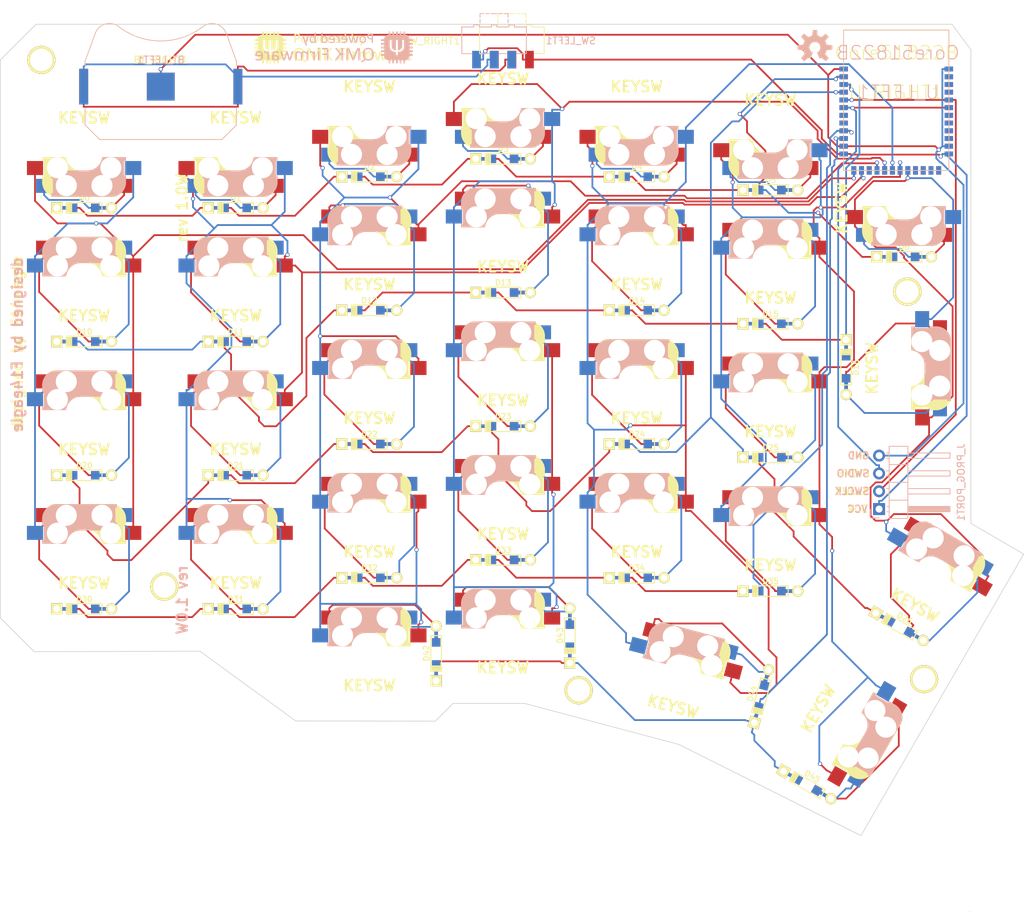
<source format=kicad_pcb>
(kicad_pcb (version 20171130) (host pcbnew "(5.1.2)-2")
  (title_block (title "Redox keyboard PCB") (date 2018-05-05) (rev 1.0) (comment 1 "designed by Mattia Dal Ben (aka u/TiaMaT102)") (comment 2 https://github.com/mattdibi/redox-keyboard))
  (layers (0 F.Cu signal) (31 B.Cu signal) (34 B.Paste user) (35 F.Paste user) (36 B.SilkS user) (37 F.SilkS user) (38 B.Mask user) (39 F.Mask user) (44 Edge.Cuts user))
  (net 0 "")
  (net 1 "Net-(D0-Pad2)")
  (net 2 row0)
  (net 3 "Net-(D1-Pad2)")
  (net 4 "Net-(D2-Pad2)")
  (net 5 "Net-(D3-Pad2)")
  (net 6 "Net-(D4-Pad2)")
  (net 7 "Net-(D5-Pad2)")
  (net 8 "Net-(D6-Pad2)")
  (net 9 "Net-(D10-Pad2)")
  (net 10 row1)
  (net 11 "Net-(D11-Pad2)")
  (net 12 "Net-(D12-Pad2)")
  (net 13 "Net-(D13-Pad2)")
  (net 14 "Net-(D14-Pad2)")
  (net 15 "Net-(D15-Pad2)")
  (net 16 "Net-(D16-Pad2)")
  (net 17 "Net-(D20-Pad2)")
  (net 18 row2)
  (net 19 "Net-(D21-Pad2)")
  (net 20 "Net-(D22-Pad2)")
  (net 21 "Net-(D23-Pad2)")
  (net 22 "Net-(D24-Pad2)")
  (net 23 "Net-(D25-Pad2)")
  (net 24 "Net-(D26-Pad2)")
  (net 25 "Net-(D30-Pad2)")
  (net 26 row3)
  (net 27 "Net-(D31-Pad2)")
  (net 28 "Net-(D32-Pad2)")
  (net 29 "Net-(D33-Pad2)")
  (net 30 "Net-(D34-Pad2)")
  (net 31 "Net-(D35-Pad2)")
  (net 32 row4)
  (net 33 "Net-(D42-Pad2)")
  (net 34 "Net-(D43-Pad2)")
  (net 35 "Net-(D44-Pad2)")
  (net 36 "Net-(D45-Pad2)")
  (net 37 col0)
  (net 38 col1)
  (net 39 col2)
  (net 40 col3)
  (net 41 col4)
  (net 42 col5)
  (net 43 col6)
  (net 44 VCC)
  (net 45 GND)
  (net 46 "Net-(BT_LEFT1-Pad1)")
  (net 47 "Net-(BT_RIGHT1-Pad1)")
  (net 48 SWCLK)
  (net 49 SWDIO)
  (net 50 "Net-(SW_LEFT1-Pad3)")
  (net 51 "Net-(SW_RIGHT1-Pad3)")
  (net 52 "Net-(U_LEFT1-Pad8)")
  (net 53 "Net-(U_LEFT1-Pad7)")
  (net 54 "Net-(U_LEFT1-Pad6)")
  (net 55 "Net-(U_LEFT1-Pad5)")
  (net 56 "Net-(U_LEFT1-Pad36)")
  (net 57 "Net-(U_LEFT1-Pad30)")
  (net 58 "Net-(U_LEFT1-Pad29)")
  (net 59 "Net-(U_LEFT1-Pad26)")
  (net 60 "Net-(U_LEFT1-Pad25)")
  (net 61 "Net-(U_LEFT1-Pad22)")
  (net 62 "Net-(U_LEFT1-Pad15)")
  (net 63 "Net-(U_RIGHT1-Pad8)")
  (net 64 "Net-(U_RIGHT1-Pad7)")
  (net 65 "Net-(U_RIGHT1-Pad6)")
  (net 66 "Net-(U_RIGHT1-Pad5)")
  (net 67 "Net-(U_RIGHT1-Pad36)")
  (net 68 "Net-(U_RIGHT1-Pad30)")
  (net 69 "Net-(U_RIGHT1-Pad29)")
  (net 70 "Net-(U_RIGHT1-Pad26)")
  (net 71 "Net-(U_RIGHT1-Pad25)")
  (net 72 "Net-(U_RIGHT1-Pad22)")
  (net 73 "Net-(U_RIGHT1-Pad15)")
  (net 74 "Net-(U_LEFT1-Pad13)")
  (net 75 "Net-(U_LEFT1-Pad10)")
  (net 76 "Net-(U_LEFT1-Pad9)")
  (net 77 "Net-(U_LEFT1-Pad4)")
  (net 78 "Net-(U_LEFT1-Pad3)")
  (net 79 "Net-(U_LEFT1-Pad2)")
  (net 80 "Net-(U_LEFT1-Pad16)")
  (net 81 "Net-(U_LEFT1-Pad14)")
  (net 82 "Net-(U_RIGHT1-Pad35)")
  (net 83 "Net-(U_RIGHT1-Pad34)")
  (net 84 "Net-(U_RIGHT1-Pad33)")
  (net 85 "Net-(U_RIGHT1-Pad28)")
  (net 86 "Net-(U_RIGHT1-Pad27)")
  (net 87 "Net-(U_RIGHT1-Pad24)")
  (net 88 "Net-(U_RIGHT1-Pad23)")
  (net 89 "Net-(U_RIGHT1-Pad21)")
  (module Sparkfun-Aesthetics:OSHW-LOGO-M (layer B.Cu) (at 195.58 52.07 180)
    (fp_text reference "" (at 0 0 180) (layer B.SilkS) (effects (font (size 1.524 1.524)) (justify mirror)))
    (fp_text value "" (at 0 0 180) (layer B.SilkS) (effects (font (size 1.524 1.524)) (justify mirror)))
  )
  (module myparts:qmk-badge (layer B.Cu) (at 127 52.07 180)
    (fp_text reference G*** hide)
    (fp_text value LOGO hide)
  )
  (module myparts:qmk-badge (layer F.Cu) (at 127 52.07)
    (fp_text reference G*** hide)
    (fp_text value LOGO hide)
  )
  (module Sparkfun-Aesthetics:OSHW-LOGO-M (layer F.Cu) (at 195.58 52.07)
    (fp_text reference "" (at 0 0) (layer F.SilkS) (effects (font (size 1.524 1.524))))
    (fp_text value "" (at 0 0) (layer F.SilkS) (effects (font (size 1.524 1.524))))
  )
  (module keyboard_parts:HOLE_M3 (layer F.Cu) (at 211.1375 142.08125)
    (fp_text reference HOLE_M3 hide)
    (fp_text value VAL** hide)
    (pad 1 thru_hole circle (at 0 0) (size 4 4) (drill 3.2) (layers *.Cu *.Mask F.SilkS))
  )
  (module keyboard_parts:HOLE_M3 (layer F.Cu) (at 85.344 53.848)
    (fp_text reference HOLE_M3 hide)
    (fp_text value VAL** hide)
    (pad 1 thru_hole circle (at 0 0) (size 4 4) (drill 3.2) (layers *.Cu *.Mask F.SilkS))
  )
  (module keyboard_parts:HOLE_M3 (layer F.Cu) (at 208.75625 86.868)
    (fp_text reference HOLE_M3 hide)
    (fp_text value VAL** hide)
    (pad 1 thru_hole circle (at 0 0) (size 4 4) (drill 3.2) (layers *.Cu *.Mask F.SilkS))
  )
  (module keyboard_parts:HOLE_M3 (layer F.Cu) (at 102.87 128.905)
    (fp_text reference HOLE_M3 hide)
    (fp_text value VAL** hide)
    (pad 1 thru_hole circle (at 0 0) (size 4 4) (drill 3.2) (layers *.Cu *.Mask F.SilkS))
  )
  (module keyboard_parts:HOLE_M3 (layer F.Cu) (at 161.925 143.66875)
    (fp_text reference HOLE_M3 hide)
    (fp_text value VAL** hide)
    (pad 1 thru_hole circle (at 0 0) (size 4 4) (drill 3.2) (layers *.Cu *.Mask F.SilkS))
  )
  (module pcb:CherryMX_MidHeight_Hotswap (layer F.Cu) (at 176.53 141.605 345)
    (fp_text reference K44 hide)
    (fp_text value KEYSW (at 0 4.572 345) (layer F.SilkS) (effects (font (size 1.524 1.524) (thickness 0.3048))))
    (pad "" np_thru_hole circle (at 4.5 0 345) (size 1.7 1.7) (drill 1.7) (layers *.Cu *.Mask))
    (pad "" np_thru_hole circle (at -4.5 0 345) (size 1.7 1.7) (drill 1.7) (layers *.Cu *.Mask))
    (pad 2 smd rect (at 5.7 -5.12 165) (size 2.3 2) (layers B.Cu B.Paste B.Mask) (net 35 "Net-(D44-Pad2)"))
    (pad "" np_thru_hole circle (at -5.08 0 345) (size 1.9 1.9) (drill 1.9) (layers *.Cu *.Mask))
    (pad "" np_thru_hole circle (at 5.08 0 345) (size 1.9 1.9) (drill 1.9) (layers *.Cu *.Mask))
    (pad "" np_thru_hole circle (at 0 0 75) (size 4.1 4.1) (drill 4.1) (layers *.Cu *.Mask))
    (pad "" np_thru_hole circle (at 2.54 -5.08 165) (size 3 3) (drill 3) (layers *.Cu *.Mask))
    (pad "" np_thru_hole circle (at 3.81 -2.540001 165) (size 3 3) (drill 3) (layers *.Cu *.Mask))
    (pad "" np_thru_hole circle (at -2.54 -5.08 165) (size 3 3) (drill 3) (layers *.Cu *.Mask))
    (pad "" np_thru_hole circle (at -3.81 -2.54 165) (size 3 3) (drill 3) (layers *.Cu *.Mask))
    (pad 2 smd rect (at -5.7 -5.12 165) (size 2.3 2) (layers F.Cu F.Paste F.Mask) (net 35 "Net-(D44-Pad2)"))
    (pad 1 smd rect (at 7 -2.58 165) (size 2.3 2) (layers F.Cu F.Paste F.Mask) (net 41 col4))
    (pad 1 smd rect (at -7 -2.58 165) (size 2.3 2) (layers B.Cu B.Paste B.Mask) (net 41 col4))
  )
  (module pcb:CherryMX_MidHeight_Hotswap (layer F.Cu) (at 91.44 123.825)
    (fp_text reference K30 hide)
    (fp_text value KEYSW (at 0 4.572) (layer F.SilkS) (effects (font (size 1.524 1.524) (thickness 0.3048))))
    (pad "" np_thru_hole circle (at 4.5 0) (size 1.7 1.7) (drill 1.7) (layers *.Cu *.Mask))
    (pad "" np_thru_hole circle (at -4.5 0) (size 1.7 1.7) (drill 1.7) (layers *.Cu *.Mask))
    (pad 2 smd rect (at 5.7 -5.12 180) (size 2.3 2) (layers B.Cu B.Paste B.Mask) (net 25 "Net-(D30-Pad2)"))
    (pad "" np_thru_hole circle (at -5.08 0) (size 1.9 1.9) (drill 1.9) (layers *.Cu *.Mask))
    (pad "" np_thru_hole circle (at 5.08 0) (size 1.9 1.9) (drill 1.9) (layers *.Cu *.Mask))
    (pad "" np_thru_hole circle (at 0 0 90) (size 4.1 4.1) (drill 4.1) (layers *.Cu *.Mask))
    (pad "" np_thru_hole circle (at 2.54 -5.08 180) (size 3 3) (drill 3) (layers *.Cu *.Mask))
    (pad "" np_thru_hole circle (at 3.81 -2.540001 180) (size 3 3) (drill 3) (layers *.Cu *.Mask))
    (pad "" np_thru_hole circle (at -2.54 -5.08 180) (size 3 3) (drill 3) (layers *.Cu *.Mask))
    (pad "" np_thru_hole circle (at -3.81 -2.54 180) (size 3 3) (drill 3) (layers *.Cu *.Mask))
    (pad 2 smd rect (at -5.7 -5.12 180) (size 2.3 2) (layers F.Cu F.Paste F.Mask) (net 25 "Net-(D30-Pad2)"))
    (pad 1 smd rect (at 7 -2.58 180) (size 2.3 2) (layers F.Cu F.Paste F.Mask) (net 37 col0))
    (pad 1 smd rect (at -7 -2.58 180) (size 2.3 2) (layers B.Cu B.Paste B.Mask) (net 37 col0))
  )
  (module pcb:CherryMX_MidHeight_Hotswap (layer F.Cu) (at 91.44 104.775)
    (fp_text reference K20 hide)
    (fp_text value KEYSW (at 0 4.572) (layer F.SilkS) (effects (font (size 1.524 1.524) (thickness 0.3048))))
    (pad "" np_thru_hole circle (at 4.5 0) (size 1.7 1.7) (drill 1.7) (layers *.Cu *.Mask))
    (pad "" np_thru_hole circle (at -4.5 0) (size 1.7 1.7) (drill 1.7) (layers *.Cu *.Mask))
    (pad 2 smd rect (at 5.7 -5.12 180) (size 2.3 2) (layers B.Cu B.Paste B.Mask) (net 17 "Net-(D20-Pad2)"))
    (pad "" np_thru_hole circle (at -5.08 0) (size 1.9 1.9) (drill 1.9) (layers *.Cu *.Mask))
    (pad "" np_thru_hole circle (at 5.08 0) (size 1.9 1.9) (drill 1.9) (layers *.Cu *.Mask))
    (pad "" np_thru_hole circle (at 0 0 90) (size 4.1 4.1) (drill 4.1) (layers *.Cu *.Mask))
    (pad "" np_thru_hole circle (at 2.54 -5.08 180) (size 3 3) (drill 3) (layers *.Cu *.Mask))
    (pad "" np_thru_hole circle (at 3.81 -2.540001 180) (size 3 3) (drill 3) (layers *.Cu *.Mask))
    (pad "" np_thru_hole circle (at -2.54 -5.08 180) (size 3 3) (drill 3) (layers *.Cu *.Mask))
    (pad "" np_thru_hole circle (at -3.81 -2.54 180) (size 3 3) (drill 3) (layers *.Cu *.Mask))
    (pad 2 smd rect (at -5.7 -5.12 180) (size 2.3 2) (layers F.Cu F.Paste F.Mask) (net 17 "Net-(D20-Pad2)"))
    (pad 1 smd rect (at 7 -2.58 180) (size 2.3 2) (layers F.Cu F.Paste F.Mask) (net 37 col0))
    (pad 1 smd rect (at -7 -2.58 180) (size 2.3 2) (layers B.Cu B.Paste B.Mask) (net 37 col0))
  )
  (module pcb:CherryMX_MidHeight_Hotswap (layer F.Cu) (at 91.44 85.725)
    (fp_text reference K10 hide)
    (fp_text value KEYSW (at 0 4.572) (layer F.SilkS) (effects (font (size 1.524 1.524) (thickness 0.3048))))
    (pad "" np_thru_hole circle (at 4.5 0) (size 1.7 1.7) (drill 1.7) (layers *.Cu *.Mask))
    (pad "" np_thru_hole circle (at -4.5 0) (size 1.7 1.7) (drill 1.7) (layers *.Cu *.Mask))
    (pad 2 smd rect (at 5.7 -5.12 180) (size 2.3 2) (layers B.Cu B.Paste B.Mask) (net 9 "Net-(D10-Pad2)"))
    (pad "" np_thru_hole circle (at -5.08 0) (size 1.9 1.9) (drill 1.9) (layers *.Cu *.Mask))
    (pad "" np_thru_hole circle (at 5.08 0) (size 1.9 1.9) (drill 1.9) (layers *.Cu *.Mask))
    (pad "" np_thru_hole circle (at 0 0 90) (size 4.1 4.1) (drill 4.1) (layers *.Cu *.Mask))
    (pad "" np_thru_hole circle (at 2.54 -5.08 180) (size 3 3) (drill 3) (layers *.Cu *.Mask))
    (pad "" np_thru_hole circle (at 3.81 -2.540001 180) (size 3 3) (drill 3) (layers *.Cu *.Mask))
    (pad "" np_thru_hole circle (at -2.54 -5.08 180) (size 3 3) (drill 3) (layers *.Cu *.Mask))
    (pad "" np_thru_hole circle (at -3.81 -2.54 180) (size 3 3) (drill 3) (layers *.Cu *.Mask))
    (pad 2 smd rect (at -5.7 -5.12 180) (size 2.3 2) (layers F.Cu F.Paste F.Mask) (net 9 "Net-(D10-Pad2)"))
    (pad 1 smd rect (at 7 -2.58 180) (size 2.3 2) (layers F.Cu F.Paste F.Mask) (net 37 col0))
    (pad 1 smd rect (at -7 -2.58 180) (size 2.3 2) (layers B.Cu B.Paste B.Mask) (net 37 col0))
  )
  (module pcb:CherryMX_MidHeight_Hotswap (layer F.Cu) (at 91.44 66.675 180)
    (fp_text reference K0 hide)
    (fp_text value KEYSW (at 0 4.572 180) (layer F.SilkS) (effects (font (size 1.524 1.524) (thickness 0.3048))))
    (pad "" np_thru_hole circle (at 4.5 0 180) (size 1.7 1.7) (drill 1.7) (layers *.Cu *.Mask))
    (pad "" np_thru_hole circle (at -4.5 0 180) (size 1.7 1.7) (drill 1.7) (layers *.Cu *.Mask))
    (pad 2 smd rect (at 5.7 -5.12) (size 2.3 2) (layers B.Cu B.Paste B.Mask) (net 1 "Net-(D0-Pad2)"))
    (pad "" np_thru_hole circle (at -5.08 0 180) (size 1.9 1.9) (drill 1.9) (layers *.Cu *.Mask))
    (pad "" np_thru_hole circle (at 5.08 0 180) (size 1.9 1.9) (drill 1.9) (layers *.Cu *.Mask))
    (pad "" np_thru_hole circle (at 0 0 270) (size 4.1 4.1) (drill 4.1) (layers *.Cu *.Mask))
    (pad "" np_thru_hole circle (at 2.54 -5.08) (size 3 3) (drill 3) (layers *.Cu *.Mask))
    (pad "" np_thru_hole circle (at 3.81 -2.540001) (size 3 3) (drill 3) (layers *.Cu *.Mask))
    (pad "" np_thru_hole circle (at -2.54 -5.08) (size 3 3) (drill 3) (layers *.Cu *.Mask))
    (pad "" np_thru_hole circle (at -3.81 -2.54) (size 3 3) (drill 3) (layers *.Cu *.Mask))
    (pad 2 smd rect (at -5.7 -5.12) (size 2.3 2) (layers F.Cu F.Paste F.Mask) (net 1 "Net-(D0-Pad2)"))
    (pad 1 smd rect (at 7 -2.58) (size 2.3 2) (layers F.Cu F.Paste F.Mask) (net 37 col0))
    (pad 1 smd rect (at -7 -2.58) (size 2.3 2) (layers B.Cu B.Paste B.Mask) (net 37 col0))
  )
  (module pcb:CherryMX_MidHeight_Hotswap (layer F.Cu) (at 151.13 135.89)
    (fp_text reference K43 hide)
    (fp_text value KEYSW (at 0 4.572) (layer F.SilkS) (effects (font (size 1.524 1.524) (thickness 0.3048))))
    (pad "" np_thru_hole circle (at 4.5 0) (size 1.7 1.7) (drill 1.7) (layers *.Cu *.Mask))
    (pad "" np_thru_hole circle (at -4.5 0) (size 1.7 1.7) (drill 1.7) (layers *.Cu *.Mask))
    (pad 2 smd rect (at 5.7 -5.12 180) (size 2.3 2) (layers B.Cu B.Paste B.Mask) (net 34 "Net-(D43-Pad2)"))
    (pad "" np_thru_hole circle (at -5.08 0) (size 1.9 1.9) (drill 1.9) (layers *.Cu *.Mask))
    (pad "" np_thru_hole circle (at 5.08 0) (size 1.9 1.9) (drill 1.9) (layers *.Cu *.Mask))
    (pad "" np_thru_hole circle (at 0 0 90) (size 4.1 4.1) (drill 4.1) (layers *.Cu *.Mask))
    (pad "" np_thru_hole circle (at 2.54 -5.08 180) (size 3 3) (drill 3) (layers *.Cu *.Mask))
    (pad "" np_thru_hole circle (at 3.81 -2.540001 180) (size 3 3) (drill 3) (layers *.Cu *.Mask))
    (pad "" np_thru_hole circle (at -2.54 -5.08 180) (size 3 3) (drill 3) (layers *.Cu *.Mask))
    (pad "" np_thru_hole circle (at -3.81 -2.54 180) (size 3 3) (drill 3) (layers *.Cu *.Mask))
    (pad 2 smd rect (at -5.7 -5.12 180) (size 2.3 2) (layers F.Cu F.Paste F.Mask) (net 34 "Net-(D43-Pad2)"))
    (pad 1 smd rect (at 7 -2.58 180) (size 2.3 2) (layers F.Cu F.Paste F.Mask) (net 40 col3))
    (pad 1 smd rect (at -7 -2.58 180) (size 2.3 2) (layers B.Cu B.Paste B.Mask) (net 40 col3))
  )
  (module pcb:CherryMX_MidHeight_Hotswap (layer F.Cu) (at 132.08 138.43)
    (fp_text reference K42 hide)
    (fp_text value KEYSW (at 0 4.572) (layer F.SilkS) (effects (font (size 1.524 1.524) (thickness 0.3048))))
    (pad 1 smd rect (at -7 -2.58 180) (size 2.3 2) (layers B.Cu B.Paste B.Mask) (net 39 col2))
    (pad 1 smd rect (at 7 -2.58 180) (size 2.3 2) (layers F.Cu F.Paste F.Mask) (net 39 col2))
    (pad 2 smd rect (at -5.7 -5.12 180) (size 2.3 2) (layers F.Cu F.Paste F.Mask) (net 33 "Net-(D42-Pad2)"))
    (pad "" np_thru_hole circle (at -3.81 -2.54 180) (size 3 3) (drill 3) (layers *.Cu *.Mask))
    (pad "" np_thru_hole circle (at -2.54 -5.08 180) (size 3 3) (drill 3) (layers *.Cu *.Mask))
    (pad "" np_thru_hole circle (at 3.81 -2.540001 180) (size 3 3) (drill 3) (layers *.Cu *.Mask))
    (pad "" np_thru_hole circle (at 2.54 -5.08 180) (size 3 3) (drill 3) (layers *.Cu *.Mask))
    (pad "" np_thru_hole circle (at 0 0 90) (size 4.1 4.1) (drill 4.1) (layers *.Cu *.Mask))
    (pad "" np_thru_hole circle (at 5.08 0) (size 1.9 1.9) (drill 1.9) (layers *.Cu *.Mask))
    (pad "" np_thru_hole circle (at -5.08 0) (size 1.9 1.9) (drill 1.9) (layers *.Cu *.Mask))
    (pad 2 smd rect (at 5.7 -5.12 180) (size 2.3 2) (layers B.Cu B.Paste B.Mask) (net 33 "Net-(D42-Pad2)"))
    (pad "" np_thru_hole circle (at -4.5 0) (size 1.7 1.7) (drill 1.7) (layers *.Cu *.Mask))
    (pad "" np_thru_hole circle (at 4.5 0) (size 1.7 1.7) (drill 1.7) (layers *.Cu *.Mask))
  )
  (module pcb:CherryMX_MidHeight_Hotswap (layer F.Cu) (at 189.23 121.285)
    (fp_text reference K35 hide)
    (fp_text value KEYSW (at 0 4.572) (layer F.SilkS) (effects (font (size 1.524 1.524) (thickness 0.3048))))
    (pad "" np_thru_hole circle (at 4.5 0) (size 1.7 1.7) (drill 1.7) (layers *.Cu *.Mask))
    (pad "" np_thru_hole circle (at -4.5 0) (size 1.7 1.7) (drill 1.7) (layers *.Cu *.Mask))
    (pad 2 smd rect (at 5.7 -5.12 180) (size 2.3 2) (layers B.Cu B.Paste B.Mask) (net 31 "Net-(D35-Pad2)"))
    (pad "" np_thru_hole circle (at -5.08 0) (size 1.9 1.9) (drill 1.9) (layers *.Cu *.Mask))
    (pad "" np_thru_hole circle (at 5.08 0) (size 1.9 1.9) (drill 1.9) (layers *.Cu *.Mask))
    (pad "" np_thru_hole circle (at 0 0 90) (size 4.1 4.1) (drill 4.1) (layers *.Cu *.Mask))
    (pad "" np_thru_hole circle (at 2.54 -5.08 180) (size 3 3) (drill 3) (layers *.Cu *.Mask))
    (pad "" np_thru_hole circle (at 3.81 -2.540001 180) (size 3 3) (drill 3) (layers *.Cu *.Mask))
    (pad "" np_thru_hole circle (at -2.54 -5.08 180) (size 3 3) (drill 3) (layers *.Cu *.Mask))
    (pad "" np_thru_hole circle (at -3.81 -2.54 180) (size 3 3) (drill 3) (layers *.Cu *.Mask))
    (pad 2 smd rect (at -5.7 -5.12 180) (size 2.3 2) (layers F.Cu F.Paste F.Mask) (net 31 "Net-(D35-Pad2)"))
    (pad 1 smd rect (at 7 -2.58 180) (size 2.3 2) (layers F.Cu F.Paste F.Mask) (net 42 col5))
    (pad 1 smd rect (at -7 -2.58 180) (size 2.3 2) (layers B.Cu B.Paste B.Mask) (net 42 col5))
  )
  (module pcb:CherryMX_MidHeight_Hotswap (layer F.Cu) (at 170.18 119.38)
    (fp_text reference K34 hide)
    (fp_text value KEYSW (at 0 4.572) (layer F.SilkS) (effects (font (size 1.524 1.524) (thickness 0.3048))))
    (pad "" np_thru_hole circle (at 4.5 0) (size 1.7 1.7) (drill 1.7) (layers *.Cu *.Mask))
    (pad "" np_thru_hole circle (at -4.5 0) (size 1.7 1.7) (drill 1.7) (layers *.Cu *.Mask))
    (pad 2 smd rect (at 5.7 -5.12 180) (size 2.3 2) (layers B.Cu B.Paste B.Mask) (net 30 "Net-(D34-Pad2)"))
    (pad "" np_thru_hole circle (at -5.08 0) (size 1.9 1.9) (drill 1.9) (layers *.Cu *.Mask))
    (pad "" np_thru_hole circle (at 5.08 0) (size 1.9 1.9) (drill 1.9) (layers *.Cu *.Mask))
    (pad "" np_thru_hole circle (at 0 0 90) (size 4.1 4.1) (drill 4.1) (layers *.Cu *.Mask))
    (pad "" np_thru_hole circle (at 2.54 -5.08 180) (size 3 3) (drill 3) (layers *.Cu *.Mask))
    (pad "" np_thru_hole circle (at 3.81 -2.540001 180) (size 3 3) (drill 3) (layers *.Cu *.Mask))
    (pad "" np_thru_hole circle (at -2.54 -5.08 180) (size 3 3) (drill 3) (layers *.Cu *.Mask))
    (pad "" np_thru_hole circle (at -3.81 -2.54 180) (size 3 3) (drill 3) (layers *.Cu *.Mask))
    (pad 2 smd rect (at -5.7 -5.12 180) (size 2.3 2) (layers F.Cu F.Paste F.Mask) (net 30 "Net-(D34-Pad2)"))
    (pad 1 smd rect (at 7 -2.58 180) (size 2.3 2) (layers F.Cu F.Paste F.Mask) (net 41 col4))
    (pad 1 smd rect (at -7 -2.58 180) (size 2.3 2) (layers B.Cu B.Paste B.Mask) (net 41 col4))
  )
  (module pcb:CherryMX_MidHeight_Hotswap (layer F.Cu) (at 151.13 116.84)
    (fp_text reference K33 hide)
    (fp_text value KEYSW (at 0 4.572) (layer F.SilkS) (effects (font (size 1.524 1.524) (thickness 0.3048))))
    (pad "" np_thru_hole circle (at 4.5 0) (size 1.7 1.7) (drill 1.7) (layers *.Cu *.Mask))
    (pad "" np_thru_hole circle (at -4.5 0) (size 1.7 1.7) (drill 1.7) (layers *.Cu *.Mask))
    (pad 2 smd rect (at 5.7 -5.12 180) (size 2.3 2) (layers B.Cu B.Paste B.Mask) (net 29 "Net-(D33-Pad2)"))
    (pad "" np_thru_hole circle (at -5.08 0) (size 1.9 1.9) (drill 1.9) (layers *.Cu *.Mask))
    (pad "" np_thru_hole circle (at 5.08 0) (size 1.9 1.9) (drill 1.9) (layers *.Cu *.Mask))
    (pad "" np_thru_hole circle (at 0 0 90) (size 4.1 4.1) (drill 4.1) (layers *.Cu *.Mask))
    (pad "" np_thru_hole circle (at 2.54 -5.08 180) (size 3 3) (drill 3) (layers *.Cu *.Mask))
    (pad "" np_thru_hole circle (at 3.81 -2.540001 180) (size 3 3) (drill 3) (layers *.Cu *.Mask))
    (pad "" np_thru_hole circle (at -2.54 -5.08 180) (size 3 3) (drill 3) (layers *.Cu *.Mask))
    (pad "" np_thru_hole circle (at -3.81 -2.54 180) (size 3 3) (drill 3) (layers *.Cu *.Mask))
    (pad 2 smd rect (at -5.7 -5.12 180) (size 2.3 2) (layers F.Cu F.Paste F.Mask) (net 29 "Net-(D33-Pad2)"))
    (pad 1 smd rect (at 7 -2.58 180) (size 2.3 2) (layers F.Cu F.Paste F.Mask) (net 40 col3))
    (pad 1 smd rect (at -7 -2.58 180) (size 2.3 2) (layers B.Cu B.Paste B.Mask) (net 40 col3))
  )
  (module pcb:CherryMX_MidHeight_Hotswap (layer F.Cu) (at 132.08 119.38)
    (fp_text reference K32 hide)
    (fp_text value KEYSW (at 0 4.572) (layer F.SilkS) (effects (font (size 1.524 1.524) (thickness 0.3048))))
    (pad "" np_thru_hole circle (at 4.5 0) (size 1.7 1.7) (drill 1.7) (layers *.Cu *.Mask))
    (pad "" np_thru_hole circle (at -4.5 0) (size 1.7 1.7) (drill 1.7) (layers *.Cu *.Mask))
    (pad 2 smd rect (at 5.7 -5.12 180) (size 2.3 2) (layers B.Cu B.Paste B.Mask) (net 28 "Net-(D32-Pad2)"))
    (pad "" np_thru_hole circle (at -5.08 0) (size 1.9 1.9) (drill 1.9) (layers *.Cu *.Mask))
    (pad "" np_thru_hole circle (at 5.08 0) (size 1.9 1.9) (drill 1.9) (layers *.Cu *.Mask))
    (pad "" np_thru_hole circle (at 0 0 90) (size 4.1 4.1) (drill 4.1) (layers *.Cu *.Mask))
    (pad "" np_thru_hole circle (at 2.54 -5.08 180) (size 3 3) (drill 3) (layers *.Cu *.Mask))
    (pad "" np_thru_hole circle (at 3.81 -2.540001 180) (size 3 3) (drill 3) (layers *.Cu *.Mask))
    (pad "" np_thru_hole circle (at -2.54 -5.08 180) (size 3 3) (drill 3) (layers *.Cu *.Mask))
    (pad "" np_thru_hole circle (at -3.81 -2.54 180) (size 3 3) (drill 3) (layers *.Cu *.Mask))
    (pad 2 smd rect (at -5.7 -5.12 180) (size 2.3 2) (layers F.Cu F.Paste F.Mask) (net 28 "Net-(D32-Pad2)"))
    (pad 1 smd rect (at 7 -2.58 180) (size 2.3 2) (layers F.Cu F.Paste F.Mask) (net 39 col2))
    (pad 1 smd rect (at -7 -2.58 180) (size 2.3 2) (layers B.Cu B.Paste B.Mask) (net 39 col2))
  )
  (module pcb:CherryMX_MidHeight_Hotswap (layer F.Cu) (at 113.03 123.825)
    (fp_text reference K31 hide)
    (fp_text value KEYSW (at 0 4.572) (layer F.SilkS) (effects (font (size 1.524 1.524) (thickness 0.3048))))
    (pad "" np_thru_hole circle (at 4.5 0) (size 1.7 1.7) (drill 1.7) (layers *.Cu *.Mask))
    (pad "" np_thru_hole circle (at -4.5 0) (size 1.7 1.7) (drill 1.7) (layers *.Cu *.Mask))
    (pad 2 smd rect (at 5.7 -5.12 180) (size 2.3 2) (layers B.Cu B.Paste B.Mask) (net 27 "Net-(D31-Pad2)"))
    (pad "" np_thru_hole circle (at -5.08 0) (size 1.9 1.9) (drill 1.9) (layers *.Cu *.Mask))
    (pad "" np_thru_hole circle (at 5.08 0) (size 1.9 1.9) (drill 1.9) (layers *.Cu *.Mask))
    (pad "" np_thru_hole circle (at 0 0 90) (size 4.1 4.1) (drill 4.1) (layers *.Cu *.Mask))
    (pad "" np_thru_hole circle (at 2.54 -5.08 180) (size 3 3) (drill 3) (layers *.Cu *.Mask))
    (pad "" np_thru_hole circle (at 3.81 -2.540001 180) (size 3 3) (drill 3) (layers *.Cu *.Mask))
    (pad "" np_thru_hole circle (at -2.54 -5.08 180) (size 3 3) (drill 3) (layers *.Cu *.Mask))
    (pad "" np_thru_hole circle (at -3.81 -2.54 180) (size 3 3) (drill 3) (layers *.Cu *.Mask))
    (pad 2 smd rect (at -5.7 -5.12 180) (size 2.3 2) (layers F.Cu F.Paste F.Mask) (net 27 "Net-(D31-Pad2)"))
    (pad 1 smd rect (at 7 -2.58 180) (size 2.3 2) (layers F.Cu F.Paste F.Mask) (net 38 col1))
    (pad 1 smd rect (at -7 -2.58 180) (size 2.3 2) (layers B.Cu B.Paste B.Mask) (net 38 col1))
  )
  (module pcb:CherryMX_MidHeight_Hotswap (layer F.Cu) (at 212.09 127.635 330)
    (fp_text reference K26 hide)
    (fp_text value KEYSW (at 0 4.572 330) (layer F.SilkS) (effects (font (size 1.524 1.524) (thickness 0.3048))))
    (pad "" np_thru_hole circle (at 4.5 0 330) (size 1.7 1.7) (drill 1.7) (layers *.Cu *.Mask))
    (pad "" np_thru_hole circle (at -4.5 0 330) (size 1.7 1.7) (drill 1.7) (layers *.Cu *.Mask))
    (pad 2 smd rect (at 5.7 -5.12 150) (size 2.3 2) (layers B.Cu B.Paste B.Mask) (net 24 "Net-(D26-Pad2)"))
    (pad "" np_thru_hole circle (at -5.08 0 330) (size 1.9 1.9) (drill 1.9) (layers *.Cu *.Mask))
    (pad "" np_thru_hole circle (at 5.08 0 330) (size 1.9 1.9) (drill 1.9) (layers *.Cu *.Mask))
    (pad "" np_thru_hole circle (at 0 0 60) (size 4.1 4.1) (drill 4.1) (layers *.Cu *.Mask))
    (pad "" np_thru_hole circle (at 2.54 -5.08 150) (size 3 3) (drill 3) (layers *.Cu *.Mask))
    (pad "" np_thru_hole circle (at 3.81 -2.540001 150) (size 3 3) (drill 3) (layers *.Cu *.Mask))
    (pad "" np_thru_hole circle (at -2.54 -5.08 150) (size 3 3) (drill 3) (layers *.Cu *.Mask))
    (pad "" np_thru_hole circle (at -3.81 -2.54 150) (size 3 3) (drill 3) (layers *.Cu *.Mask))
    (pad 2 smd rect (at -5.7 -5.12 150) (size 2.3 2) (layers F.Cu F.Paste F.Mask) (net 24 "Net-(D26-Pad2)"))
    (pad 1 smd rect (at 7 -2.58 150) (size 2.3 2) (layers F.Cu F.Paste F.Mask) (net 43 col6))
    (pad 1 smd rect (at -7 -2.58 150) (size 2.3 2) (layers B.Cu B.Paste B.Mask) (net 43 col6))
  )
  (module pcb:CherryMX_MidHeight_Hotswap (layer F.Cu) (at 189.23 102.235)
    (fp_text reference K25 hide)
    (fp_text value KEYSW (at 0 4.572) (layer F.SilkS) (effects (font (size 1.524 1.524) (thickness 0.3048))))
    (pad "" np_thru_hole circle (at 4.5 0) (size 1.7 1.7) (drill 1.7) (layers *.Cu *.Mask))
    (pad "" np_thru_hole circle (at -4.5 0) (size 1.7 1.7) (drill 1.7) (layers *.Cu *.Mask))
    (pad 2 smd rect (at 5.7 -5.12 180) (size 2.3 2) (layers B.Cu B.Paste B.Mask) (net 23 "Net-(D25-Pad2)"))
    (pad "" np_thru_hole circle (at -5.08 0) (size 1.9 1.9) (drill 1.9) (layers *.Cu *.Mask))
    (pad "" np_thru_hole circle (at 5.08 0) (size 1.9 1.9) (drill 1.9) (layers *.Cu *.Mask))
    (pad "" np_thru_hole circle (at 0 0 90) (size 4.1 4.1) (drill 4.1) (layers *.Cu *.Mask))
    (pad "" np_thru_hole circle (at 2.54 -5.08 180) (size 3 3) (drill 3) (layers *.Cu *.Mask))
    (pad "" np_thru_hole circle (at 3.81 -2.540001 180) (size 3 3) (drill 3) (layers *.Cu *.Mask))
    (pad "" np_thru_hole circle (at -2.54 -5.08 180) (size 3 3) (drill 3) (layers *.Cu *.Mask))
    (pad "" np_thru_hole circle (at -3.81 -2.54 180) (size 3 3) (drill 3) (layers *.Cu *.Mask))
    (pad 2 smd rect (at -5.7 -5.12 180) (size 2.3 2) (layers F.Cu F.Paste F.Mask) (net 23 "Net-(D25-Pad2)"))
    (pad 1 smd rect (at 7 -2.58 180) (size 2.3 2) (layers F.Cu F.Paste F.Mask) (net 42 col5))
    (pad 1 smd rect (at -7 -2.58 180) (size 2.3 2) (layers B.Cu B.Paste B.Mask) (net 42 col5))
  )
  (module pcb:CherryMX_MidHeight_Hotswap (layer F.Cu) (at 170.18 100.33)
    (fp_text reference K24 hide)
    (fp_text value KEYSW (at 0 4.572) (layer F.SilkS) (effects (font (size 1.524 1.524) (thickness 0.3048))))
    (pad "" np_thru_hole circle (at 4.5 0) (size 1.7 1.7) (drill 1.7) (layers *.Cu *.Mask))
    (pad "" np_thru_hole circle (at -4.5 0) (size 1.7 1.7) (drill 1.7) (layers *.Cu *.Mask))
    (pad 2 smd rect (at 5.7 -5.12 180) (size 2.3 2) (layers B.Cu B.Paste B.Mask) (net 22 "Net-(D24-Pad2)"))
    (pad "" np_thru_hole circle (at -5.08 0) (size 1.9 1.9) (drill 1.9) (layers *.Cu *.Mask))
    (pad "" np_thru_hole circle (at 5.08 0) (size 1.9 1.9) (drill 1.9) (layers *.Cu *.Mask))
    (pad "" np_thru_hole circle (at 0 0 90) (size 4.1 4.1) (drill 4.1) (layers *.Cu *.Mask))
    (pad "" np_thru_hole circle (at 2.54 -5.08 180) (size 3 3) (drill 3) (layers *.Cu *.Mask))
    (pad "" np_thru_hole circle (at 3.81 -2.540001 180) (size 3 3) (drill 3) (layers *.Cu *.Mask))
    (pad "" np_thru_hole circle (at -2.54 -5.08 180) (size 3 3) (drill 3) (layers *.Cu *.Mask))
    (pad "" np_thru_hole circle (at -3.81 -2.54 180) (size 3 3) (drill 3) (layers *.Cu *.Mask))
    (pad 2 smd rect (at -5.7 -5.12 180) (size 2.3 2) (layers F.Cu F.Paste F.Mask) (net 22 "Net-(D24-Pad2)"))
    (pad 1 smd rect (at 7 -2.58 180) (size 2.3 2) (layers F.Cu F.Paste F.Mask) (net 41 col4))
    (pad 1 smd rect (at -7 -2.58 180) (size 2.3 2) (layers B.Cu B.Paste B.Mask) (net 41 col4))
  )
  (module pcb:CherryMX_MidHeight_Hotswap (layer F.Cu) (at 151.13 97.79)
    (fp_text reference K23 hide)
    (fp_text value KEYSW (at 0 4.572) (layer F.SilkS) (effects (font (size 1.524 1.524) (thickness 0.3048))))
    (pad "" np_thru_hole circle (at 4.5 0) (size 1.7 1.7) (drill 1.7) (layers *.Cu *.Mask))
    (pad "" np_thru_hole circle (at -4.5 0) (size 1.7 1.7) (drill 1.7) (layers *.Cu *.Mask))
    (pad 2 smd rect (at 5.7 -5.12 180) (size 2.3 2) (layers B.Cu B.Paste B.Mask) (net 21 "Net-(D23-Pad2)"))
    (pad "" np_thru_hole circle (at -5.08 0) (size 1.9 1.9) (drill 1.9) (layers *.Cu *.Mask))
    (pad "" np_thru_hole circle (at 5.08 0) (size 1.9 1.9) (drill 1.9) (layers *.Cu *.Mask))
    (pad "" np_thru_hole circle (at 0 0 90) (size 4.1 4.1) (drill 4.1) (layers *.Cu *.Mask))
    (pad "" np_thru_hole circle (at 2.54 -5.08 180) (size 3 3) (drill 3) (layers *.Cu *.Mask))
    (pad "" np_thru_hole circle (at 3.81 -2.540001 180) (size 3 3) (drill 3) (layers *.Cu *.Mask))
    (pad "" np_thru_hole circle (at -2.54 -5.08 180) (size 3 3) (drill 3) (layers *.Cu *.Mask))
    (pad "" np_thru_hole circle (at -3.81 -2.54 180) (size 3 3) (drill 3) (layers *.Cu *.Mask))
    (pad 2 smd rect (at -5.7 -5.12 180) (size 2.3 2) (layers F.Cu F.Paste F.Mask) (net 21 "Net-(D23-Pad2)"))
    (pad 1 smd rect (at 7 -2.58 180) (size 2.3 2) (layers F.Cu F.Paste F.Mask) (net 40 col3))
    (pad 1 smd rect (at -7 -2.58 180) (size 2.3 2) (layers B.Cu B.Paste B.Mask) (net 40 col3))
  )
  (module pcb:CherryMX_MidHeight_Hotswap (layer F.Cu) (at 132.08 100.33)
    (fp_text reference K22 hide)
    (fp_text value KEYSW (at 0 4.572) (layer F.SilkS) (effects (font (size 1.524 1.524) (thickness 0.3048))))
    (pad "" np_thru_hole circle (at 4.5 0) (size 1.7 1.7) (drill 1.7) (layers *.Cu *.Mask))
    (pad "" np_thru_hole circle (at -4.5 0) (size 1.7 1.7) (drill 1.7) (layers *.Cu *.Mask))
    (pad 2 smd rect (at 5.7 -5.12 180) (size 2.3 2) (layers B.Cu B.Paste B.Mask) (net 20 "Net-(D22-Pad2)"))
    (pad "" np_thru_hole circle (at -5.08 0) (size 1.9 1.9) (drill 1.9) (layers *.Cu *.Mask))
    (pad "" np_thru_hole circle (at 5.08 0) (size 1.9 1.9) (drill 1.9) (layers *.Cu *.Mask))
    (pad "" np_thru_hole circle (at 0 0 90) (size 4.1 4.1) (drill 4.1) (layers *.Cu *.Mask))
    (pad "" np_thru_hole circle (at 2.54 -5.08 180) (size 3 3) (drill 3) (layers *.Cu *.Mask))
    (pad "" np_thru_hole circle (at 3.81 -2.540001 180) (size 3 3) (drill 3) (layers *.Cu *.Mask))
    (pad "" np_thru_hole circle (at -2.54 -5.08 180) (size 3 3) (drill 3) (layers *.Cu *.Mask))
    (pad "" np_thru_hole circle (at -3.81 -2.54 180) (size 3 3) (drill 3) (layers *.Cu *.Mask))
    (pad 2 smd rect (at -5.7 -5.12 180) (size 2.3 2) (layers F.Cu F.Paste F.Mask) (net 20 "Net-(D22-Pad2)"))
    (pad 1 smd rect (at 7 -2.58 180) (size 2.3 2) (layers F.Cu F.Paste F.Mask) (net 39 col2))
    (pad 1 smd rect (at -7 -2.58 180) (size 2.3 2) (layers B.Cu B.Paste B.Mask) (net 39 col2))
  )
  (module pcb:CherryMX_MidHeight_Hotswap (layer F.Cu) (at 113.03 104.775)
    (fp_text reference K21 hide)
    (fp_text value KEYSW (at 0 4.572) (layer F.SilkS) (effects (font (size 1.524 1.524) (thickness 0.3048))))
    (pad "" np_thru_hole circle (at 4.5 0) (size 1.7 1.7) (drill 1.7) (layers *.Cu *.Mask))
    (pad "" np_thru_hole circle (at -4.5 0) (size 1.7 1.7) (drill 1.7) (layers *.Cu *.Mask))
    (pad 2 smd rect (at 5.7 -5.12 180) (size 2.3 2) (layers B.Cu B.Paste B.Mask) (net 19 "Net-(D21-Pad2)"))
    (pad "" np_thru_hole circle (at -5.08 0) (size 1.9 1.9) (drill 1.9) (layers *.Cu *.Mask))
    (pad "" np_thru_hole circle (at 5.08 0) (size 1.9 1.9) (drill 1.9) (layers *.Cu *.Mask))
    (pad "" np_thru_hole circle (at 0 0 90) (size 4.1 4.1) (drill 4.1) (layers *.Cu *.Mask))
    (pad "" np_thru_hole circle (at 2.54 -5.08 180) (size 3 3) (drill 3) (layers *.Cu *.Mask))
    (pad "" np_thru_hole circle (at 3.81 -2.540001 180) (size 3 3) (drill 3) (layers *.Cu *.Mask))
    (pad "" np_thru_hole circle (at -2.54 -5.08 180) (size 3 3) (drill 3) (layers *.Cu *.Mask))
    (pad "" np_thru_hole circle (at -3.81 -2.54 180) (size 3 3) (drill 3) (layers *.Cu *.Mask))
    (pad 2 smd rect (at -5.7 -5.12 180) (size 2.3 2) (layers F.Cu F.Paste F.Mask) (net 19 "Net-(D21-Pad2)"))
    (pad 1 smd rect (at 7 -2.58 180) (size 2.3 2) (layers F.Cu F.Paste F.Mask) (net 38 col1))
    (pad 1 smd rect (at -7 -2.58 180) (size 2.3 2) (layers B.Cu B.Paste B.Mask) (net 38 col1))
  )
  (module pcb:CherryMX_MidHeight_Hotswap (layer F.Cu) (at 189.23 83.185)
    (fp_text reference K15 hide)
    (fp_text value KEYSW (at 0 4.572) (layer F.SilkS) (effects (font (size 1.524 1.524) (thickness 0.3048))))
    (pad "" np_thru_hole circle (at 4.5 0) (size 1.7 1.7) (drill 1.7) (layers *.Cu *.Mask))
    (pad "" np_thru_hole circle (at -4.5 0) (size 1.7 1.7) (drill 1.7) (layers *.Cu *.Mask))
    (pad 2 smd rect (at 5.7 -5.12 180) (size 2.3 2) (layers B.Cu B.Paste B.Mask) (net 15 "Net-(D15-Pad2)"))
    (pad "" np_thru_hole circle (at -5.08 0) (size 1.9 1.9) (drill 1.9) (layers *.Cu *.Mask))
    (pad "" np_thru_hole circle (at 5.08 0) (size 1.9 1.9) (drill 1.9) (layers *.Cu *.Mask))
    (pad "" np_thru_hole circle (at 0 0 90) (size 4.1 4.1) (drill 4.1) (layers *.Cu *.Mask))
    (pad "" np_thru_hole circle (at 2.54 -5.08 180) (size 3 3) (drill 3) (layers *.Cu *.Mask))
    (pad "" np_thru_hole circle (at 3.81 -2.540001 180) (size 3 3) (drill 3) (layers *.Cu *.Mask))
    (pad "" np_thru_hole circle (at -2.54 -5.08 180) (size 3 3) (drill 3) (layers *.Cu *.Mask))
    (pad "" np_thru_hole circle (at -3.81 -2.54 180) (size 3 3) (drill 3) (layers *.Cu *.Mask))
    (pad 2 smd rect (at -5.7 -5.12 180) (size 2.3 2) (layers F.Cu F.Paste F.Mask) (net 15 "Net-(D15-Pad2)"))
    (pad 1 smd rect (at 7 -2.58 180) (size 2.3 2) (layers F.Cu F.Paste F.Mask) (net 42 col5))
    (pad 1 smd rect (at -7 -2.58 180) (size 2.3 2) (layers B.Cu B.Paste B.Mask) (net 42 col5))
  )
  (module pcb:CherryMX_MidHeight_Hotswap (layer F.Cu) (at 170.18 81.28)
    (fp_text reference K14 hide)
    (fp_text value KEYSW (at 0 4.572) (layer F.SilkS) (effects (font (size 1.524 1.524) (thickness 0.3048))))
    (pad "" np_thru_hole circle (at 4.5 0) (size 1.7 1.7) (drill 1.7) (layers *.Cu *.Mask))
    (pad "" np_thru_hole circle (at -4.5 0) (size 1.7 1.7) (drill 1.7) (layers *.Cu *.Mask))
    (pad 2 smd rect (at 5.7 -5.12 180) (size 2.3 2) (layers B.Cu B.Paste B.Mask) (net 14 "Net-(D14-Pad2)"))
    (pad "" np_thru_hole circle (at -5.08 0) (size 1.9 1.9) (drill 1.9) (layers *.Cu *.Mask))
    (pad "" np_thru_hole circle (at 5.08 0) (size 1.9 1.9) (drill 1.9) (layers *.Cu *.Mask))
    (pad "" np_thru_hole circle (at 0 0 90) (size 4.1 4.1) (drill 4.1) (layers *.Cu *.Mask))
    (pad "" np_thru_hole circle (at 2.54 -5.08 180) (size 3 3) (drill 3) (layers *.Cu *.Mask))
    (pad "" np_thru_hole circle (at 3.81 -2.540001 180) (size 3 3) (drill 3) (layers *.Cu *.Mask))
    (pad "" np_thru_hole circle (at -2.54 -5.08 180) (size 3 3) (drill 3) (layers *.Cu *.Mask))
    (pad "" np_thru_hole circle (at -3.81 -2.54 180) (size 3 3) (drill 3) (layers *.Cu *.Mask))
    (pad 2 smd rect (at -5.7 -5.12 180) (size 2.3 2) (layers F.Cu F.Paste F.Mask) (net 14 "Net-(D14-Pad2)"))
    (pad 1 smd rect (at 7 -2.58 180) (size 2.3 2) (layers F.Cu F.Paste F.Mask) (net 41 col4))
    (pad 1 smd rect (at -7 -2.58 180) (size 2.3 2) (layers B.Cu B.Paste B.Mask) (net 41 col4))
  )
  (module pcb:CherryMX_MidHeight_Hotswap (layer F.Cu) (at 151.13 78.74)
    (fp_text reference K13 hide)
    (fp_text value KEYSW (at 0 4.572) (layer F.SilkS) (effects (font (size 1.524 1.524) (thickness 0.3048))))
    (pad "" np_thru_hole circle (at 4.5 0) (size 1.7 1.7) (drill 1.7) (layers *.Cu *.Mask))
    (pad "" np_thru_hole circle (at -4.5 0) (size 1.7 1.7) (drill 1.7) (layers *.Cu *.Mask))
    (pad 2 smd rect (at 5.7 -5.12 180) (size 2.3 2) (layers B.Cu B.Paste B.Mask) (net 13 "Net-(D13-Pad2)"))
    (pad "" np_thru_hole circle (at -5.08 0) (size 1.9 1.9) (drill 1.9) (layers *.Cu *.Mask))
    (pad "" np_thru_hole circle (at 5.08 0) (size 1.9 1.9) (drill 1.9) (layers *.Cu *.Mask))
    (pad "" np_thru_hole circle (at 0 0 90) (size 4.1 4.1) (drill 4.1) (layers *.Cu *.Mask))
    (pad "" np_thru_hole circle (at 2.54 -5.08 180) (size 3 3) (drill 3) (layers *.Cu *.Mask))
    (pad "" np_thru_hole circle (at 3.81 -2.540001 180) (size 3 3) (drill 3) (layers *.Cu *.Mask))
    (pad "" np_thru_hole circle (at -2.54 -5.08 180) (size 3 3) (drill 3) (layers *.Cu *.Mask))
    (pad "" np_thru_hole circle (at -3.81 -2.54 180) (size 3 3) (drill 3) (layers *.Cu *.Mask))
    (pad 2 smd rect (at -5.7 -5.12 180) (size 2.3 2) (layers F.Cu F.Paste F.Mask) (net 13 "Net-(D13-Pad2)"))
    (pad 1 smd rect (at 7 -2.58 180) (size 2.3 2) (layers F.Cu F.Paste F.Mask) (net 40 col3))
    (pad 1 smd rect (at -7 -2.58 180) (size 2.3 2) (layers B.Cu B.Paste B.Mask) (net 40 col3))
  )
  (module pcb:CherryMX_MidHeight_Hotswap (layer F.Cu) (at 132.08 81.28)
    (fp_text reference K12 hide)
    (fp_text value KEYSW (at 0 4.572) (layer F.SilkS) (effects (font (size 1.524 1.524) (thickness 0.3048))))
    (pad "" np_thru_hole circle (at 4.5 0) (size 1.7 1.7) (drill 1.7) (layers *.Cu *.Mask))
    (pad "" np_thru_hole circle (at -4.5 0) (size 1.7 1.7) (drill 1.7) (layers *.Cu *.Mask))
    (pad 2 smd rect (at 5.7 -5.12 180) (size 2.3 2) (layers B.Cu B.Paste B.Mask) (net 12 "Net-(D12-Pad2)"))
    (pad "" np_thru_hole circle (at -5.08 0) (size 1.9 1.9) (drill 1.9) (layers *.Cu *.Mask))
    (pad "" np_thru_hole circle (at 5.08 0) (size 1.9 1.9) (drill 1.9) (layers *.Cu *.Mask))
    (pad "" np_thru_hole circle (at 0 0 90) (size 4.1 4.1) (drill 4.1) (layers *.Cu *.Mask))
    (pad "" np_thru_hole circle (at 2.54 -5.08 180) (size 3 3) (drill 3) (layers *.Cu *.Mask))
    (pad "" np_thru_hole circle (at 3.81 -2.540001 180) (size 3 3) (drill 3) (layers *.Cu *.Mask))
    (pad "" np_thru_hole circle (at -2.54 -5.08 180) (size 3 3) (drill 3) (layers *.Cu *.Mask))
    (pad "" np_thru_hole circle (at -3.81 -2.54 180) (size 3 3) (drill 3) (layers *.Cu *.Mask))
    (pad 2 smd rect (at -5.7 -5.12 180) (size 2.3 2) (layers F.Cu F.Paste F.Mask) (net 12 "Net-(D12-Pad2)"))
    (pad 1 smd rect (at 7 -2.58 180) (size 2.3 2) (layers F.Cu F.Paste F.Mask) (net 39 col2))
    (pad 1 smd rect (at -7 -2.58 180) (size 2.3 2) (layers B.Cu B.Paste B.Mask) (net 39 col2))
  )
  (module pcb:CherryMX_MidHeight_Hotswap (layer F.Cu) (at 113.03 85.725)
    (fp_text reference K11 hide)
    (fp_text value KEYSW (at 0 4.572) (layer F.SilkS) (effects (font (size 1.524 1.524) (thickness 0.3048))))
    (pad "" np_thru_hole circle (at 4.5 0) (size 1.7 1.7) (drill 1.7) (layers *.Cu *.Mask))
    (pad "" np_thru_hole circle (at -4.5 0) (size 1.7 1.7) (drill 1.7) (layers *.Cu *.Mask))
    (pad 2 smd rect (at 5.7 -5.12 180) (size 2.3 2) (layers B.Cu B.Paste B.Mask) (net 11 "Net-(D11-Pad2)"))
    (pad "" np_thru_hole circle (at -5.08 0) (size 1.9 1.9) (drill 1.9) (layers *.Cu *.Mask))
    (pad "" np_thru_hole circle (at 5.08 0) (size 1.9 1.9) (drill 1.9) (layers *.Cu *.Mask))
    (pad "" np_thru_hole circle (at 0 0 90) (size 4.1 4.1) (drill 4.1) (layers *.Cu *.Mask))
    (pad "" np_thru_hole circle (at 2.54 -5.08 180) (size 3 3) (drill 3) (layers *.Cu *.Mask))
    (pad "" np_thru_hole circle (at 3.81 -2.540001 180) (size 3 3) (drill 3) (layers *.Cu *.Mask))
    (pad "" np_thru_hole circle (at -2.54 -5.08 180) (size 3 3) (drill 3) (layers *.Cu *.Mask))
    (pad "" np_thru_hole circle (at -3.81 -2.54 180) (size 3 3) (drill 3) (layers *.Cu *.Mask))
    (pad 2 smd rect (at -5.7 -5.12 180) (size 2.3 2) (layers F.Cu F.Paste F.Mask) (net 11 "Net-(D11-Pad2)"))
    (pad 1 smd rect (at 7 -2.58 180) (size 2.3 2) (layers F.Cu F.Paste F.Mask) (net 38 col1))
    (pad 1 smd rect (at -7 -2.58 180) (size 2.3 2) (layers B.Cu B.Paste B.Mask) (net 38 col1))
  )
  (module pcb:CherryMX_MidHeight_Hotswap (layer F.Cu) (at 208.28 73.66 180)
    (fp_text reference K6 hide)
    (fp_text value KEYSW (at 8.89 -1.27 270) (layer F.SilkS) (effects (font (size 1.524 1.524) (thickness 0.3048))))
    (pad "" np_thru_hole circle (at 4.5 0 180) (size 1.7 1.7) (drill 1.7) (layers *.Cu *.Mask))
    (pad "" np_thru_hole circle (at -4.5 0 180) (size 1.7 1.7) (drill 1.7) (layers *.Cu *.Mask))
    (pad 2 smd rect (at 5.7 -5.12) (size 2.3 2) (layers B.Cu B.Paste B.Mask) (net 8 "Net-(D6-Pad2)"))
    (pad "" np_thru_hole circle (at -5.08 0 180) (size 1.9 1.9) (drill 1.9) (layers *.Cu *.Mask))
    (pad "" np_thru_hole circle (at 5.08 0 180) (size 1.9 1.9) (drill 1.9) (layers *.Cu *.Mask))
    (pad "" np_thru_hole circle (at 0 0 270) (size 4.1 4.1) (drill 4.1) (layers *.Cu *.Mask))
    (pad "" np_thru_hole circle (at 2.54 -5.08) (size 3 3) (drill 3) (layers *.Cu *.Mask))
    (pad "" np_thru_hole circle (at 3.81 -2.540001) (size 3 3) (drill 3) (layers *.Cu *.Mask))
    (pad "" np_thru_hole circle (at -2.54 -5.08) (size 3 3) (drill 3) (layers *.Cu *.Mask))
    (pad "" np_thru_hole circle (at -3.81 -2.54) (size 3 3) (drill 3) (layers *.Cu *.Mask))
    (pad 2 smd rect (at -5.7 -5.12) (size 2.3 2) (layers F.Cu F.Paste F.Mask) (net 8 "Net-(D6-Pad2)"))
    (pad 1 smd rect (at 7 -2.58) (size 2.3 2) (layers F.Cu F.Paste F.Mask) (net 43 col6))
    (pad 1 smd rect (at -7 -2.58) (size 2.3 2) (layers B.Cu B.Paste B.Mask) (net 43 col6))
  )
  (module pcb:CherryMX_MidHeight_Hotswap (layer F.Cu) (at 189.23 64.135 180)
    (fp_text reference K5 hide)
    (fp_text value KEYSW (at 0 4.572 180) (layer F.SilkS) (effects (font (size 1.524 1.524) (thickness 0.3048))))
    (pad "" np_thru_hole circle (at 4.5 0 180) (size 1.7 1.7) (drill 1.7) (layers *.Cu *.Mask))
    (pad "" np_thru_hole circle (at -4.5 0 180) (size 1.7 1.7) (drill 1.7) (layers *.Cu *.Mask))
    (pad 2 smd rect (at 5.7 -5.12) (size 2.3 2) (layers B.Cu B.Paste B.Mask) (net 7 "Net-(D5-Pad2)"))
    (pad "" np_thru_hole circle (at -5.08 0 180) (size 1.9 1.9) (drill 1.9) (layers *.Cu *.Mask))
    (pad "" np_thru_hole circle (at 5.08 0 180) (size 1.9 1.9) (drill 1.9) (layers *.Cu *.Mask))
    (pad "" np_thru_hole circle (at 0 0 270) (size 4.1 4.1) (drill 4.1) (layers *.Cu *.Mask))
    (pad "" np_thru_hole circle (at 2.54 -5.08) (size 3 3) (drill 3) (layers *.Cu *.Mask))
    (pad "" np_thru_hole circle (at 3.81 -2.540001) (size 3 3) (drill 3) (layers *.Cu *.Mask))
    (pad "" np_thru_hole circle (at -2.54 -5.08) (size 3 3) (drill 3) (layers *.Cu *.Mask))
    (pad "" np_thru_hole circle (at -3.81 -2.54) (size 3 3) (drill 3) (layers *.Cu *.Mask))
    (pad 2 smd rect (at -5.7 -5.12) (size 2.3 2) (layers F.Cu F.Paste F.Mask) (net 7 "Net-(D5-Pad2)"))
    (pad 1 smd rect (at 7 -2.58) (size 2.3 2) (layers F.Cu F.Paste F.Mask) (net 42 col5))
    (pad 1 smd rect (at -7 -2.58) (size 2.3 2) (layers B.Cu B.Paste B.Mask) (net 42 col5))
  )
  (module pcb:CherryMX_MidHeight_Hotswap (layer F.Cu) (at 170.18 62.23 180)
    (fp_text reference K4 hide)
    (fp_text value KEYSW (at 0 4.572 180) (layer F.SilkS) (effects (font (size 1.524 1.524) (thickness 0.3048))))
    (pad "" np_thru_hole circle (at 4.5 0 180) (size 1.7 1.7) (drill 1.7) (layers *.Cu *.Mask))
    (pad "" np_thru_hole circle (at -4.5 0 180) (size 1.7 1.7) (drill 1.7) (layers *.Cu *.Mask))
    (pad 2 smd rect (at 5.7 -5.12) (size 2.3 2) (layers B.Cu B.Paste B.Mask) (net 6 "Net-(D4-Pad2)"))
    (pad "" np_thru_hole circle (at -5.08 0 180) (size 1.9 1.9) (drill 1.9) (layers *.Cu *.Mask))
    (pad "" np_thru_hole circle (at 5.08 0 180) (size 1.9 1.9) (drill 1.9) (layers *.Cu *.Mask))
    (pad "" np_thru_hole circle (at 0 0 270) (size 4.1 4.1) (drill 4.1) (layers *.Cu *.Mask))
    (pad "" np_thru_hole circle (at 2.54 -5.08) (size 3 3) (drill 3) (layers *.Cu *.Mask))
    (pad "" np_thru_hole circle (at 3.81 -2.540001) (size 3 3) (drill 3) (layers *.Cu *.Mask))
    (pad "" np_thru_hole circle (at -2.54 -5.08) (size 3 3) (drill 3) (layers *.Cu *.Mask))
    (pad "" np_thru_hole circle (at -3.81 -2.54) (size 3 3) (drill 3) (layers *.Cu *.Mask))
    (pad 2 smd rect (at -5.7 -5.12) (size 2.3 2) (layers F.Cu F.Paste F.Mask) (net 6 "Net-(D4-Pad2)"))
    (pad 1 smd rect (at 7 -2.58) (size 2.3 2) (layers F.Cu F.Paste F.Mask) (net 41 col4))
    (pad 1 smd rect (at -7 -2.58) (size 2.3 2) (layers B.Cu B.Paste B.Mask) (net 41 col4))
  )
  (module pcb:CherryMX_MidHeight_Hotswap (layer F.Cu) (at 151.13 59.69 180)
    (fp_text reference K3 hide)
    (fp_text value KEYSW (at 0 3.175 180) (layer F.SilkS) (effects (font (size 1.524 1.524) (thickness 0.3048))))
    (pad "" np_thru_hole circle (at 4.5 0 180) (size 1.7 1.7) (drill 1.7) (layers *.Cu *.Mask))
    (pad "" np_thru_hole circle (at -4.5 0 180) (size 1.7 1.7) (drill 1.7) (layers *.Cu *.Mask))
    (pad 2 smd rect (at 5.7 -5.12) (size 2.3 2) (layers B.Cu B.Paste B.Mask) (net 5 "Net-(D3-Pad2)"))
    (pad "" np_thru_hole circle (at -5.08 0 180) (size 1.9 1.9) (drill 1.9) (layers *.Cu *.Mask))
    (pad "" np_thru_hole circle (at 5.08 0 180) (size 1.9 1.9) (drill 1.9) (layers *.Cu *.Mask))
    (pad "" np_thru_hole circle (at 0 0 270) (size 4.1 4.1) (drill 4.1) (layers *.Cu *.Mask))
    (pad "" np_thru_hole circle (at 2.54 -5.08) (size 3 3) (drill 3) (layers *.Cu *.Mask))
    (pad "" np_thru_hole circle (at 3.81 -2.540001) (size 3 3) (drill 3) (layers *.Cu *.Mask))
    (pad "" np_thru_hole circle (at -2.54 -5.08) (size 3 3) (drill 3) (layers *.Cu *.Mask))
    (pad "" np_thru_hole circle (at -3.81 -2.54) (size 3 3) (drill 3) (layers *.Cu *.Mask))
    (pad 2 smd rect (at -5.7 -5.12) (size 2.3 2) (layers F.Cu F.Paste F.Mask) (net 5 "Net-(D3-Pad2)"))
    (pad 1 smd rect (at 7 -2.58) (size 2.3 2) (layers F.Cu F.Paste F.Mask) (net 40 col3))
    (pad 1 smd rect (at -7 -2.58) (size 2.3 2) (layers B.Cu B.Paste B.Mask) (net 40 col3))
  )
  (module pcb:CherryMX_MidHeight_Hotswap (layer F.Cu) (at 132.08 62.23 180)
    (fp_text reference K2 hide)
    (fp_text value KEYSW (at 0 4.572 180) (layer F.SilkS) (effects (font (size 1.524 1.524) (thickness 0.3048))))
    (pad "" np_thru_hole circle (at 4.5 0 180) (size 1.7 1.7) (drill 1.7) (layers *.Cu *.Mask))
    (pad "" np_thru_hole circle (at -4.5 0 180) (size 1.7 1.7) (drill 1.7) (layers *.Cu *.Mask))
    (pad 2 smd rect (at 5.7 -5.12) (size 2.3 2) (layers B.Cu B.Paste B.Mask) (net 4 "Net-(D2-Pad2)"))
    (pad "" np_thru_hole circle (at -5.08 0 180) (size 1.9 1.9) (drill 1.9) (layers *.Cu *.Mask))
    (pad "" np_thru_hole circle (at 5.08 0 180) (size 1.9 1.9) (drill 1.9) (layers *.Cu *.Mask))
    (pad "" np_thru_hole circle (at 0 0 270) (size 4.1 4.1) (drill 4.1) (layers *.Cu *.Mask))
    (pad "" np_thru_hole circle (at 2.54 -5.08) (size 3 3) (drill 3) (layers *.Cu *.Mask))
    (pad "" np_thru_hole circle (at 3.81 -2.540001) (size 3 3) (drill 3) (layers *.Cu *.Mask))
    (pad "" np_thru_hole circle (at -2.54 -5.08) (size 3 3) (drill 3) (layers *.Cu *.Mask))
    (pad "" np_thru_hole circle (at -3.81 -2.54) (size 3 3) (drill 3) (layers *.Cu *.Mask))
    (pad 2 smd rect (at -5.7 -5.12) (size 2.3 2) (layers F.Cu F.Paste F.Mask) (net 4 "Net-(D2-Pad2)"))
    (pad 1 smd rect (at 7 -2.58) (size 2.3 2) (layers F.Cu F.Paste F.Mask) (net 39 col2))
    (pad 1 smd rect (at -7 -2.58) (size 2.3 2) (layers B.Cu B.Paste B.Mask) (net 39 col2))
  )
  (module pcb:CherryMX_MidHeight_Hotswap (layer F.Cu) (at 113.03 66.675 180)
    (fp_text reference K1 hide)
    (fp_text value KEYSW (at 0 4.572 180) (layer F.SilkS) (effects (font (size 1.524 1.524) (thickness 0.3048))))
    (pad "" np_thru_hole circle (at 4.5 0 180) (size 1.7 1.7) (drill 1.7) (layers *.Cu *.Mask))
    (pad "" np_thru_hole circle (at -4.5 0 180) (size 1.7 1.7) (drill 1.7) (layers *.Cu *.Mask))
    (pad 2 smd rect (at 5.7 -5.12) (size 2.3 2) (layers B.Cu B.Paste B.Mask) (net 3 "Net-(D1-Pad2)"))
    (pad "" np_thru_hole circle (at -5.08 0 180) (size 1.9 1.9) (drill 1.9) (layers *.Cu *.Mask))
    (pad "" np_thru_hole circle (at 5.08 0 180) (size 1.9 1.9) (drill 1.9) (layers *.Cu *.Mask))
    (pad "" np_thru_hole circle (at 0 0 270) (size 4.1 4.1) (drill 4.1) (layers *.Cu *.Mask))
    (pad "" np_thru_hole circle (at 2.54 -5.08) (size 3 3) (drill 3) (layers *.Cu *.Mask))
    (pad "" np_thru_hole circle (at 3.81 -2.540001) (size 3 3) (drill 3) (layers *.Cu *.Mask))
    (pad "" np_thru_hole circle (at -2.54 -5.08) (size 3 3) (drill 3) (layers *.Cu *.Mask))
    (pad "" np_thru_hole circle (at -3.81 -2.54) (size 3 3) (drill 3) (layers *.Cu *.Mask))
    (pad 2 smd rect (at -5.7 -5.12) (size 2.3 2) (layers F.Cu F.Paste F.Mask) (net 3 "Net-(D1-Pad2)"))
    (pad 1 smd rect (at 7 -2.58) (size 2.3 2) (layers F.Cu F.Paste F.Mask) (net 38 col1))
    (pad 1 smd rect (at -7 -2.58) (size 2.3 2) (layers B.Cu B.Paste B.Mask) (net 38 col1))
  )
  (module pcb:CherryMX_MidHeight_Hotswap (layer F.Cu) (at 208.28 97.79 270)
    (fp_text reference K16 hide)
    (fp_text value KEYSW (at 0 4.572 270) (layer F.SilkS) (effects (font (size 1.524 1.524) (thickness 0.3048))))
    (pad "" np_thru_hole circle (at 4.5 0 270) (size 1.7 1.7) (drill 1.7) (layers *.Cu *.Mask))
    (pad "" np_thru_hole circle (at -4.5 0 270) (size 1.7 1.7) (drill 1.7) (layers *.Cu *.Mask))
    (pad 2 smd rect (at 5.7 -5.12 90) (size 2.3 2) (layers B.Cu B.Paste B.Mask) (net 16 "Net-(D16-Pad2)"))
    (pad "" np_thru_hole circle (at -5.08 0 270) (size 1.9 1.9) (drill 1.9) (layers *.Cu *.Mask))
    (pad "" np_thru_hole circle (at 5.08 0 270) (size 1.9 1.9) (drill 1.9) (layers *.Cu *.Mask))
    (pad "" np_thru_hole circle (at 0 0) (size 4.1 4.1) (drill 4.1) (layers *.Cu *.Mask))
    (pad "" np_thru_hole circle (at 2.54 -5.08 90) (size 3 3) (drill 3) (layers *.Cu *.Mask))
    (pad "" np_thru_hole circle (at 3.81 -2.540001 90) (size 3 3) (drill 3) (layers *.Cu *.Mask))
    (pad "" np_thru_hole circle (at -2.54 -5.08 90) (size 3 3) (drill 3) (layers *.Cu *.Mask))
    (pad "" np_thru_hole circle (at -3.81 -2.54 90) (size 3 3) (drill 3) (layers *.Cu *.Mask))
    (pad 2 smd rect (at -5.7 -5.12 90) (size 2.3 2) (layers F.Cu F.Paste F.Mask) (net 16 "Net-(D16-Pad2)"))
    (pad 1 smd rect (at 7 -2.58 90) (size 2.3 2) (layers F.Cu F.Paste F.Mask) (net 43 col6))
    (pad 1 smd rect (at -7 -2.58 90) (size 2.3 2) (layers B.Cu B.Paste B.Mask) (net 43 col6))
  )
  (module pcb:CherryMX_MidHeight_Hotswap (layer F.Cu) (at 200.025 148.59 240)
    (fp_text reference K45 hide)
    (fp_text value KEYSW (at 0 4.572 240) (layer F.SilkS) (effects (font (size 1.524 1.524) (thickness 0.3048))))
    (pad "" np_thru_hole circle (at 4.5 0 240) (size 1.7 1.7) (drill 1.7) (layers *.Cu *.Mask))
    (pad "" np_thru_hole circle (at -4.5 0 240) (size 1.7 1.7) (drill 1.7) (layers *.Cu *.Mask))
    (pad 2 smd rect (at 5.7 -5.12 60) (size 2.3 2) (layers B.Cu B.Paste B.Mask) (net 36 "Net-(D45-Pad2)"))
    (pad "" np_thru_hole circle (at -5.08 0 240) (size 1.9 1.9) (drill 1.9) (layers *.Cu *.Mask))
    (pad "" np_thru_hole circle (at 5.08 0 240) (size 1.9 1.9) (drill 1.9) (layers *.Cu *.Mask))
    (pad "" np_thru_hole circle (at 0 0 330) (size 4.1 4.1) (drill 4.1) (layers *.Cu *.Mask))
    (pad "" np_thru_hole circle (at 2.54 -5.08 60) (size 3 3) (drill 3) (layers *.Cu *.Mask))
    (pad "" np_thru_hole circle (at 3.81 -2.540001 60) (size 3 3) (drill 3) (layers *.Cu *.Mask))
    (pad "" np_thru_hole circle (at -2.54 -5.08 60) (size 3 3) (drill 3) (layers *.Cu *.Mask))
    (pad "" np_thru_hole circle (at -3.81 -2.54 60) (size 3 3) (drill 3) (layers *.Cu *.Mask))
    (pad 2 smd rect (at -5.7 -5.12 60) (size 2.3 2) (layers F.Cu F.Paste F.Mask) (net 36 "Net-(D45-Pad2)"))
    (pad 1 smd rect (at 7 -2.58 60) (size 2.3 2) (layers F.Cu F.Paste F.Mask) (net 42 col5))
    (pad 1 smd rect (at -7 -2.58 60) (size 2.3 2) (layers B.Cu B.Paste B.Mask) (net 42 col5))
  )
  (module Connector_PinHeader_2.54mm:PinHeader_1x04_P2.54mm_Horizontal (layer B.Cu) (at 204.724 117.856)
    (fp_text reference J_PROG_PORT1 (at 11.684 -3.81 90) (layer B.SilkS) (effects (justify mirror)))
    (fp_text value Conn_01x04_Male)
    (pad 4 thru_hole oval (at 0 -7.62) (size 1.7 1.7) (drill 1) (layers *.Cu *.Mask) (net 45 GND))
    (pad 3 thru_hole oval (at 0 -5.08) (size 1.7 1.7) (drill 1) (layers *.Cu *.Mask) (net 49 SWDIO))
    (pad 2 thru_hole oval (at 0 -2.54) (size 1.7 1.7) (drill 1) (layers *.Cu *.Mask) (net 48 SWCLK))
    (pad 1 thru_hole rect (at 0 0) (size 1.7 1.7) (drill 1) (layers *.Cu *.Mask) (net 44 VCC))
  )
  (module Keebio-Parts:Diode-dual (layer F.Cu) (at 187.96 144.526 255)
    (fp_text reference D44 (at -0.0254 1.4 255) (layer F.SilkS) (effects (font (size 0.8 0.8))))
    (fp_text value D hide)
    (pad 2 smd rect (at -2.7 0 255) (size 2.5 0.5) (layers B.Cu) (net 35 "Net-(D44-Pad2)"))
    (pad 2 smd rect (at -1.575 0 255) (size 1.2 1.2) (layers B.Cu B.Paste B.Mask) (net 35 "Net-(D44-Pad2)"))
    (pad 1 smd rect (at 1.575 0 255) (size 1.2 1.2) (layers B.Cu B.Paste B.Mask) (net 32 row4))
    (pad 1 smd rect (at 2.7 0 255) (size 2.5 0.5) (layers B.Cu) (net 32 row4))
    (pad 1 smd rect (at 1.575 0 255) (size 1.2 1.2) (layers F.Cu F.Paste F.Mask) (net 32 row4))
    (pad 2 smd rect (at -1.575 0 255) (size 1.2 1.2) (layers F.Cu F.Paste F.Mask) (net 35 "Net-(D44-Pad2)"))
    (pad 2 thru_hole circle (at -3.9 0 255) (size 1.6 1.6) (drill 1) (layers *.Cu *.Mask F.SilkS) (net 35 "Net-(D44-Pad2)"))
    (pad 1 thru_hole rect (at 3.9 0 255) (size 1.6 1.6) (drill 1) (layers *.Cu *.Mask F.SilkS) (net 32 row4))
    (pad 2 smd rect (at -2.7 0 255) (size 2.5 0.5) (layers F.Cu) (net 35 "Net-(D44-Pad2)"))
    (pad 1 smd rect (at 2.7 0 255) (size 2.5 0.5) (layers F.Cu) (net 32 row4))
  )
  (module Keebio-Parts:Diode-dual (layer F.Cu) (at 194.469 157.162 150)
    (fp_text reference D45 (at -0.0254 1.4 150) (layer F.SilkS) (effects (font (size 0.8 0.8))))
    (fp_text value D hide)
    (pad 2 smd rect (at -2.7 0 150) (size 2.5 0.5) (layers B.Cu) (net 36 "Net-(D45-Pad2)"))
    (pad 2 smd rect (at -1.575 0 150) (size 1.2 1.2) (layers B.Cu B.Paste B.Mask) (net 36 "Net-(D45-Pad2)"))
    (pad 1 smd rect (at 1.575 0 150) (size 1.2 1.2) (layers B.Cu B.Paste B.Mask) (net 32 row4))
    (pad 1 smd rect (at 2.7 0 150) (size 2.5 0.5) (layers B.Cu) (net 32 row4))
    (pad 1 smd rect (at 1.575 0 150) (size 1.2 1.2) (layers F.Cu F.Paste F.Mask) (net 32 row4))
    (pad 2 smd rect (at -1.575 0 150) (size 1.2 1.2) (layers F.Cu F.Paste F.Mask) (net 36 "Net-(D45-Pad2)"))
    (pad 2 thru_hole circle (at -3.9 0 150) (size 1.6 1.6) (drill 1) (layers *.Cu *.Mask F.SilkS) (net 36 "Net-(D45-Pad2)"))
    (pad 1 thru_hole rect (at 3.9 0 150) (size 1.6 1.6) (drill 1) (layers *.Cu *.Mask F.SilkS) (net 32 row4))
    (pad 2 smd rect (at -2.7 0 150) (size 2.5 0.5) (layers F.Cu) (net 36 "Net-(D45-Pad2)"))
    (pad 1 smd rect (at 2.7 0 150) (size 2.5 0.5) (layers F.Cu) (net 32 row4))
  )
  (module YJ-14015:MY-YJ-14015-Module (layer B.Cu) (at 207.169 69.596 180)
    (fp_text reference U_LEFT1 (at -0.254 11.1252 180) (layer B.SilkS) (effects (font (size 1.9304 1.9304) (thickness 0.1524)) (justify mirror)))
    (fp_text value Core51822B (at -0.254 16.764 180) (layer B.SilkS) (effects (font (size 1.9304 1.9304) (thickness 0.1524)) (justify mirror)))
    (pad 12 smd rect (at -7.49808 2.3495 90) (size 0.6985 1.19888) (layers B.Cu B.Paste B.Mask) (net 44 VCC))
    (pad 31 smd rect (at 7.49808 8.94842 90) (size 0.6985 1.19888) (layers B.Cu B.Paste B.Mask) (net 49 SWDIO))
    (pad 32 smd rect (at 7.49808 10.04824 90) (size 0.6985 1.19888) (layers B.Cu B.Paste B.Mask) (net 48 SWCLK))
    (pad 13 smd rect (at -6.04774 0 90) (size 1.19888 0.6985) (layers B.Cu B.Paste B.Mask) (net 74 "Net-(U_LEFT1-Pad13)"))
    (pad 10 smd rect (at -7.49808 4.54914 90) (size 0.6985 1.19888) (layers B.Cu B.Paste B.Mask) (net 75 "Net-(U_LEFT1-Pad10)"))
    (pad 9 smd rect (at -7.49808 5.64896 90) (size 0.6985 1.19888) (layers B.Cu B.Paste B.Mask) (net 76 "Net-(U_LEFT1-Pad9)"))
    (pad 8 smd rect (at -7.49808 6.74878 90) (size 0.6985 1.19888) (layers B.Cu B.Paste B.Mask) (net 52 "Net-(U_LEFT1-Pad8)"))
    (pad 7 smd rect (at -7.49808 7.8486 90) (size 0.6985 1.19888) (layers B.Cu B.Paste B.Mask) (net 53 "Net-(U_LEFT1-Pad7)"))
    (pad 6 smd rect (at -7.49808 8.94842 90) (size 0.6985 1.19888) (layers B.Cu B.Paste B.Mask) (net 54 "Net-(U_LEFT1-Pad6)"))
    (pad 5 smd rect (at -7.49808 10.04824 90) (size 0.6985 1.19888) (layers B.Cu B.Paste B.Mask) (net 55 "Net-(U_LEFT1-Pad5)"))
    (pad 4 smd rect (at -7.49808 11.14806 90) (size 0.6985 1.19888) (layers B.Cu B.Paste B.Mask) (net 77 "Net-(U_LEFT1-Pad4)"))
    (pad 3 smd rect (at -7.49808 12.24788 90) (size 0.6985 1.19888) (layers B.Cu B.Paste B.Mask) (net 78 "Net-(U_LEFT1-Pad3)"))
    (pad 2 smd rect (at -7.49808 13.3477 90) (size 0.6985 1.19888) (layers B.Cu B.Paste B.Mask) (net 79 "Net-(U_LEFT1-Pad2)"))
    (pad 36 smd rect (at 7.49808 14.44752 90) (size 0.6985 1.19888) (layers B.Cu B.Paste B.Mask) (net 56 "Net-(U_LEFT1-Pad36)"))
    (pad 35 smd rect (at 7.49808 13.3477 90) (size 0.6985 1.19888) (layers B.Cu B.Paste B.Mask) (net 2 row0))
    (pad 34 smd rect (at 7.49808 12.24788 90) (size 0.6985 1.19888) (layers B.Cu B.Paste B.Mask) (net 10 row1))
    (pad 33 smd rect (at 7.49808 11.14806 90) (size 0.6985 1.19888) (layers B.Cu B.Paste B.Mask) (net 18 row2))
    (pad 30 smd rect (at 7.49808 7.8486 90) (size 0.6985 1.19888) (layers B.Cu B.Paste B.Mask) (net 57 "Net-(U_LEFT1-Pad30)"))
    (pad 29 smd rect (at 7.49808 6.74878 90) (size 0.6985 1.19888) (layers B.Cu B.Paste B.Mask) (net 58 "Net-(U_LEFT1-Pad29)"))
    (pad 28 smd rect (at 7.49808 5.64896 90) (size 0.6985 1.19888) (layers B.Cu B.Paste B.Mask) (net 26 row3))
    (pad 27 smd rect (at 7.49808 4.54914 90) (size 0.6985 1.19888) (layers B.Cu B.Paste B.Mask) (net 32 row4))
    (pad 26 smd rect (at 7.49808 3.44932 90) (size 0.6985 1.19888) (layers B.Cu B.Paste B.Mask) (net 59 "Net-(U_LEFT1-Pad26)"))
    (pad 25 smd rect (at 7.49808 2.3495 90) (size 0.6985 1.19888) (layers B.Cu B.Paste B.Mask) (net 60 "Net-(U_LEFT1-Pad25)"))
    (pad 24 smd rect (at 6.04774 0 90) (size 1.19888 0.6985) (layers B.Cu B.Paste B.Mask) (net 37 col0))
    (pad 23 smd rect (at 4.94792 0 90) (size 1.19888 0.6985) (layers B.Cu B.Paste B.Mask) (net 38 col1))
    (pad 22 smd rect (at 3.8481 0 90) (size 1.19888 0.6985) (layers B.Cu B.Paste B.Mask) (net 61 "Net-(U_LEFT1-Pad22)"))
    (pad 21 smd rect (at 2.74828 0 90) (size 1.19888 0.6985) (layers B.Cu B.Paste B.Mask) (net 39 col2))
    (pad 20 smd rect (at 1.64846 0 90) (size 1.19888 0.6985) (layers B.Cu B.Paste B.Mask) (net 40 col3))
    (pad 19 smd rect (at 0.54864 0 90) (size 1.19888 0.6985) (layers B.Cu B.Paste B.Mask) (net 41 col4))
    (pad 18 smd rect (at -0.54864 0 90) (size 1.19888 0.6985) (layers B.Cu B.Paste B.Mask) (net 42 col5))
    (pad 17 smd rect (at -1.64846 0 90) (size 1.19888 0.6985) (layers B.Cu B.Paste B.Mask) (net 43 col6))
    (pad 16 smd rect (at -2.74828 0 90) (size 1.19888 0.6985) (layers B.Cu B.Paste B.Mask) (net 80 "Net-(U_LEFT1-Pad16)"))
    (pad 15 smd rect (at -3.8481 0 90) (size 1.19888 0.6985) (layers B.Cu B.Paste B.Mask) (net 62 "Net-(U_LEFT1-Pad15)"))
    (pad 14 smd rect (at -4.94792 0 90) (size 1.19888 0.6985) (layers B.Cu B.Paste B.Mask) (net 81 "Net-(U_LEFT1-Pad14)"))
    (pad 1 smd rect (at -7.49808 14.44752 90) (size 0.6985 1.19888) (layers B.Cu B.Paste B.Mask) (net 45 GND))
    (pad 11 smd rect (at -7.49808 3.44932 90) (size 0.6985 1.19888) (layers B.Cu B.Paste B.Mask) (net 45 GND))
  )
  (module YJ-14015:MY-YJ-14015-Module (layer F.Cu) (at 207.169 69.596)
    (fp_text reference U_RIGHT1 (at 0 -11.1252) (layer F.SilkS) (effects (font (size 1.9304 1.9304) (thickness 0.1524))))
    (fp_text value Core51822B (at 0 -16.764) (layer F.SilkS) (effects (font (size 1.9304 1.9304) (thickness 0.1524))))
    (pad 12 smd rect (at -7.49808 -2.3495 90) (size 0.6985 1.19888) (layers F.Cu F.Paste F.Mask) (net 44 VCC))
    (pad 31 smd rect (at 7.49808 -8.94842 90) (size 0.6985 1.19888) (layers F.Cu F.Paste F.Mask) (net 49 SWDIO))
    (pad 32 smd rect (at 7.49808 -10.04824 90) (size 0.6985 1.19888) (layers F.Cu F.Paste F.Mask) (net 48 SWCLK))
    (pad 13 smd rect (at -6.04774 0 90) (size 1.19888 0.6985) (layers F.Cu F.Paste F.Mask) (net 37 col0))
    (pad 10 smd rect (at -7.49808 -4.54914 90) (size 0.6985 1.19888) (layers F.Cu F.Paste F.Mask) (net 32 row4))
    (pad 9 smd rect (at -7.49808 -5.64896 90) (size 0.6985 1.19888) (layers F.Cu F.Paste F.Mask) (net 26 row3))
    (pad 8 smd rect (at -7.49808 -6.74878 90) (size 0.6985 1.19888) (layers F.Cu F.Paste F.Mask) (net 63 "Net-(U_RIGHT1-Pad8)"))
    (pad 7 smd rect (at -7.49808 -7.8486 90) (size 0.6985 1.19888) (layers F.Cu F.Paste F.Mask) (net 64 "Net-(U_RIGHT1-Pad7)"))
    (pad 6 smd rect (at -7.49808 -8.94842 90) (size 0.6985 1.19888) (layers F.Cu F.Paste F.Mask) (net 65 "Net-(U_RIGHT1-Pad6)"))
    (pad 5 smd rect (at -7.49808 -10.04824 90) (size 0.6985 1.19888) (layers F.Cu F.Paste F.Mask) (net 66 "Net-(U_RIGHT1-Pad5)"))
    (pad 4 smd rect (at -7.49808 -11.14806 90) (size 0.6985 1.19888) (layers F.Cu F.Paste F.Mask) (net 18 row2))
    (pad 3 smd rect (at -7.49808 -12.24788 90) (size 0.6985 1.19888) (layers F.Cu F.Paste F.Mask) (net 10 row1))
    (pad 2 smd rect (at -7.49808 -13.3477 90) (size 0.6985 1.19888) (layers F.Cu F.Paste F.Mask) (net 2 row0))
    (pad 36 smd rect (at 7.49808 -14.44752 90) (size 0.6985 1.19888) (layers F.Cu F.Paste F.Mask) (net 67 "Net-(U_RIGHT1-Pad36)"))
    (pad 35 smd rect (at 7.49808 -13.3477 90) (size 0.6985 1.19888) (layers F.Cu F.Paste F.Mask) (net 82 "Net-(U_RIGHT1-Pad35)"))
    (pad 34 smd rect (at 7.49808 -12.24788 90) (size 0.6985 1.19888) (layers F.Cu F.Paste F.Mask) (net 83 "Net-(U_RIGHT1-Pad34)"))
    (pad 33 smd rect (at 7.49808 -11.14806 90) (size 0.6985 1.19888) (layers F.Cu F.Paste F.Mask) (net 84 "Net-(U_RIGHT1-Pad33)"))
    (pad 30 smd rect (at 7.49808 -7.8486 90) (size 0.6985 1.19888) (layers F.Cu F.Paste F.Mask) (net 68 "Net-(U_RIGHT1-Pad30)"))
    (pad 29 smd rect (at 7.49808 -6.74878 90) (size 0.6985 1.19888) (layers F.Cu F.Paste F.Mask) (net 69 "Net-(U_RIGHT1-Pad29)"))
    (pad 28 smd rect (at 7.49808 -5.64896 90) (size 0.6985 1.19888) (layers F.Cu F.Paste F.Mask) (net 85 "Net-(U_RIGHT1-Pad28)"))
    (pad 27 smd rect (at 7.49808 -4.54914 90) (size 0.6985 1.19888) (layers F.Cu F.Paste F.Mask) (net 86 "Net-(U_RIGHT1-Pad27)"))
    (pad 26 smd rect (at 7.49808 -3.44932 90) (size 0.6985 1.19888) (layers F.Cu F.Paste F.Mask) (net 70 "Net-(U_RIGHT1-Pad26)"))
    (pad 25 smd rect (at 7.49808 -2.3495 90) (size 0.6985 1.19888) (layers F.Cu F.Paste F.Mask) (net 71 "Net-(U_RIGHT1-Pad25)"))
    (pad 24 smd rect (at 6.04774 0 90) (size 1.19888 0.6985) (layers F.Cu F.Paste F.Mask) (net 87 "Net-(U_RIGHT1-Pad24)"))
    (pad 23 smd rect (at 4.94792 0 90) (size 1.19888 0.6985) (layers F.Cu F.Paste F.Mask) (net 88 "Net-(U_RIGHT1-Pad23)"))
    (pad 22 smd rect (at 3.8481 0 90) (size 1.19888 0.6985) (layers F.Cu F.Paste F.Mask) (net 72 "Net-(U_RIGHT1-Pad22)"))
    (pad 21 smd rect (at 2.74828 0 90) (size 1.19888 0.6985) (layers F.Cu F.Paste F.Mask) (net 89 "Net-(U_RIGHT1-Pad21)"))
    (pad 20 smd rect (at 1.64846 0 90) (size 1.19888 0.6985) (layers F.Cu F.Paste F.Mask) (net 43 col6))
    (pad 19 smd rect (at 0.54864 0 90) (size 1.19888 0.6985) (layers F.Cu F.Paste F.Mask) (net 42 col5))
    (pad 18 smd rect (at -0.54864 0 90) (size 1.19888 0.6985) (layers F.Cu F.Paste F.Mask) (net 41 col4))
    (pad 17 smd rect (at -1.64846 0 90) (size 1.19888 0.6985) (layers F.Cu F.Paste F.Mask) (net 40 col3))
    (pad 16 smd rect (at -2.74828 0 90) (size 1.19888 0.6985) (layers F.Cu F.Paste F.Mask) (net 39 col2))
    (pad 15 smd rect (at -3.8481 0 90) (size 1.19888 0.6985) (layers F.Cu F.Paste F.Mask) (net 73 "Net-(U_RIGHT1-Pad15)"))
    (pad 14 smd rect (at -4.94792 0 90) (size 1.19888 0.6985) (layers F.Cu F.Paste F.Mask) (net 38 col1))
    (pad 1 smd rect (at -7.49808 -14.44752 90) (size 0.6985 1.19888) (layers F.Cu F.Paste F.Mask) (net 45 GND))
    (pad 11 smd rect (at -7.49808 -3.44932 90) (size 0.6985 1.19888) (layers F.Cu F.Paste F.Mask) (net 45 GND))
  )
  (module Keebio-Parts:Diode-dual (layer F.Cu) (at 91.44 74.93 180)
    (fp_text reference D0 (at -0.0254 1.4 180) (layer F.SilkS) (effects (font (size 0.8 0.8))))
    (fp_text value D hide)
    (pad 2 smd rect (at -2.7 0 180) (size 2.5 0.5) (layers B.Cu) (net 1 "Net-(D0-Pad2)"))
    (pad 2 smd rect (at -1.575 0 180) (size 1.2 1.2) (layers B.Cu B.Paste B.Mask) (net 1 "Net-(D0-Pad2)"))
    (pad 1 smd rect (at 1.575 0 180) (size 1.2 1.2) (layers B.Cu B.Paste B.Mask) (net 2 row0))
    (pad 1 smd rect (at 2.7 0 180) (size 2.5 0.5) (layers B.Cu) (net 2 row0))
    (pad 1 smd rect (at 1.575 0 180) (size 1.2 1.2) (layers F.Cu F.Paste F.Mask) (net 2 row0))
    (pad 2 smd rect (at -1.575 0 180) (size 1.2 1.2) (layers F.Cu F.Paste F.Mask) (net 1 "Net-(D0-Pad2)"))
    (pad 2 thru_hole circle (at -3.9 0 180) (size 1.6 1.6) (drill 1) (layers *.Cu *.Mask F.SilkS) (net 1 "Net-(D0-Pad2)"))
    (pad 1 thru_hole rect (at 3.9 0 180) (size 1.6 1.6) (drill 1) (layers *.Cu *.Mask F.SilkS) (net 2 row0))
    (pad 2 smd rect (at -2.7 0 180) (size 2.5 0.5) (layers F.Cu) (net 1 "Net-(D0-Pad2)"))
    (pad 1 smd rect (at 2.7 0 180) (size 2.5 0.5) (layers F.Cu) (net 2 row0))
  )
  (module Keebio-Parts:Diode-dual (layer F.Cu) (at 113.03 74.93 180)
    (fp_text reference D1 (at -0.0254 1.4 180) (layer F.SilkS) (effects (font (size 0.8 0.8))))
    (fp_text value D hide)
    (pad 2 smd rect (at -2.7 0 180) (size 2.5 0.5) (layers B.Cu) (net 3 "Net-(D1-Pad2)"))
    (pad 2 smd rect (at -1.575 0 180) (size 1.2 1.2) (layers B.Cu B.Paste B.Mask) (net 3 "Net-(D1-Pad2)"))
    (pad 1 smd rect (at 1.575 0 180) (size 1.2 1.2) (layers B.Cu B.Paste B.Mask) (net 2 row0))
    (pad 1 smd rect (at 2.7 0 180) (size 2.5 0.5) (layers B.Cu) (net 2 row0))
    (pad 1 smd rect (at 1.575 0 180) (size 1.2 1.2) (layers F.Cu F.Paste F.Mask) (net 2 row0))
    (pad 2 smd rect (at -1.575 0 180) (size 1.2 1.2) (layers F.Cu F.Paste F.Mask) (net 3 "Net-(D1-Pad2)"))
    (pad 2 thru_hole circle (at -3.9 0 180) (size 1.6 1.6) (drill 1) (layers *.Cu *.Mask F.SilkS) (net 3 "Net-(D1-Pad2)"))
    (pad 1 thru_hole rect (at 3.9 0 180) (size 1.6 1.6) (drill 1) (layers *.Cu *.Mask F.SilkS) (net 2 row0))
    (pad 2 smd rect (at -2.7 0 180) (size 2.5 0.5) (layers F.Cu) (net 3 "Net-(D1-Pad2)"))
    (pad 1 smd rect (at 2.7 0 180) (size 2.5 0.5) (layers F.Cu) (net 2 row0))
  )
  (module Keebio-Parts:Diode-dual (layer F.Cu) (at 132.08 70.485 180)
    (fp_text reference D2 (at -0.0254 1.4 180) (layer F.SilkS) (effects (font (size 0.8 0.8))))
    (fp_text value D hide)
    (pad 2 smd rect (at -2.7 0 180) (size 2.5 0.5) (layers B.Cu) (net 4 "Net-(D2-Pad2)"))
    (pad 2 smd rect (at -1.575 0 180) (size 1.2 1.2) (layers B.Cu B.Paste B.Mask) (net 4 "Net-(D2-Pad2)"))
    (pad 1 smd rect (at 1.575 0 180) (size 1.2 1.2) (layers B.Cu B.Paste B.Mask) (net 2 row0))
    (pad 1 smd rect (at 2.7 0 180) (size 2.5 0.5) (layers B.Cu) (net 2 row0))
    (pad 1 smd rect (at 1.575 0 180) (size 1.2 1.2) (layers F.Cu F.Paste F.Mask) (net 2 row0))
    (pad 2 smd rect (at -1.575 0 180) (size 1.2 1.2) (layers F.Cu F.Paste F.Mask) (net 4 "Net-(D2-Pad2)"))
    (pad 2 thru_hole circle (at -3.9 0 180) (size 1.6 1.6) (drill 1) (layers *.Cu *.Mask F.SilkS) (net 4 "Net-(D2-Pad2)"))
    (pad 1 thru_hole rect (at 3.9 0 180) (size 1.6 1.6) (drill 1) (layers *.Cu *.Mask F.SilkS) (net 2 row0))
    (pad 2 smd rect (at -2.7 0 180) (size 2.5 0.5) (layers F.Cu) (net 4 "Net-(D2-Pad2)"))
    (pad 1 smd rect (at 2.7 0 180) (size 2.5 0.5) (layers F.Cu) (net 2 row0))
  )
  (module Keebio-Parts:Diode-dual (layer F.Cu) (at 151.13 67.945 180)
    (fp_text reference D3 (at -0.0254 1.4 180) (layer F.SilkS) (effects (font (size 0.8 0.8))))
    (fp_text value D hide)
    (pad 2 smd rect (at -2.7 0 180) (size 2.5 0.5) (layers B.Cu) (net 5 "Net-(D3-Pad2)"))
    (pad 2 smd rect (at -1.575 0 180) (size 1.2 1.2) (layers B.Cu B.Paste B.Mask) (net 5 "Net-(D3-Pad2)"))
    (pad 1 smd rect (at 1.575 0 180) (size 1.2 1.2) (layers B.Cu B.Paste B.Mask) (net 2 row0))
    (pad 1 smd rect (at 2.7 0 180) (size 2.5 0.5) (layers B.Cu) (net 2 row0))
    (pad 1 smd rect (at 1.575 0 180) (size 1.2 1.2) (layers F.Cu F.Paste F.Mask) (net 2 row0))
    (pad 2 smd rect (at -1.575 0 180) (size 1.2 1.2) (layers F.Cu F.Paste F.Mask) (net 5 "Net-(D3-Pad2)"))
    (pad 2 thru_hole circle (at -3.9 0 180) (size 1.6 1.6) (drill 1) (layers *.Cu *.Mask F.SilkS) (net 5 "Net-(D3-Pad2)"))
    (pad 1 thru_hole rect (at 3.9 0 180) (size 1.6 1.6) (drill 1) (layers *.Cu *.Mask F.SilkS) (net 2 row0))
    (pad 2 smd rect (at -2.7 0 180) (size 2.5 0.5) (layers F.Cu) (net 5 "Net-(D3-Pad2)"))
    (pad 1 smd rect (at 2.7 0 180) (size 2.5 0.5) (layers F.Cu) (net 2 row0))
  )
  (module Keebio-Parts:Diode-dual (layer F.Cu) (at 170.18 70.485 180)
    (fp_text reference D4 (at -0.0254 1.4 180) (layer F.SilkS) (effects (font (size 0.8 0.8))))
    (fp_text value D hide)
    (pad 2 smd rect (at -2.7 0 180) (size 2.5 0.5) (layers B.Cu) (net 6 "Net-(D4-Pad2)"))
    (pad 2 smd rect (at -1.575 0 180) (size 1.2 1.2) (layers B.Cu B.Paste B.Mask) (net 6 "Net-(D4-Pad2)"))
    (pad 1 smd rect (at 1.575 0 180) (size 1.2 1.2) (layers B.Cu B.Paste B.Mask) (net 2 row0))
    (pad 1 smd rect (at 2.7 0 180) (size 2.5 0.5) (layers B.Cu) (net 2 row0))
    (pad 1 smd rect (at 1.575 0 180) (size 1.2 1.2) (layers F.Cu F.Paste F.Mask) (net 2 row0))
    (pad 2 smd rect (at -1.575 0 180) (size 1.2 1.2) (layers F.Cu F.Paste F.Mask) (net 6 "Net-(D4-Pad2)"))
    (pad 2 thru_hole circle (at -3.9 0 180) (size 1.6 1.6) (drill 1) (layers *.Cu *.Mask F.SilkS) (net 6 "Net-(D4-Pad2)"))
    (pad 1 thru_hole rect (at 3.9 0 180) (size 1.6 1.6) (drill 1) (layers *.Cu *.Mask F.SilkS) (net 2 row0))
    (pad 2 smd rect (at -2.7 0 180) (size 2.5 0.5) (layers F.Cu) (net 6 "Net-(D4-Pad2)"))
    (pad 1 smd rect (at 2.7 0 180) (size 2.5 0.5) (layers F.Cu) (net 2 row0))
  )
  (module Keebio-Parts:Diode-dual (layer F.Cu) (at 189.23 72.39 180)
    (fp_text reference D5 (at -0.0254 1.4 180) (layer F.SilkS) (effects (font (size 0.8 0.8))))
    (fp_text value D hide)
    (pad 2 smd rect (at -2.7 0 180) (size 2.5 0.5) (layers B.Cu) (net 7 "Net-(D5-Pad2)"))
    (pad 2 smd rect (at -1.575 0 180) (size 1.2 1.2) (layers B.Cu B.Paste B.Mask) (net 7 "Net-(D5-Pad2)"))
    (pad 1 smd rect (at 1.575 0 180) (size 1.2 1.2) (layers B.Cu B.Paste B.Mask) (net 2 row0))
    (pad 1 smd rect (at 2.7 0 180) (size 2.5 0.5) (layers B.Cu) (net 2 row0))
    (pad 1 smd rect (at 1.575 0 180) (size 1.2 1.2) (layers F.Cu F.Paste F.Mask) (net 2 row0))
    (pad 2 smd rect (at -1.575 0 180) (size 1.2 1.2) (layers F.Cu F.Paste F.Mask) (net 7 "Net-(D5-Pad2)"))
    (pad 2 thru_hole circle (at -3.9 0 180) (size 1.6 1.6) (drill 1) (layers *.Cu *.Mask F.SilkS) (net 7 "Net-(D5-Pad2)"))
    (pad 1 thru_hole rect (at 3.9 0 180) (size 1.6 1.6) (drill 1) (layers *.Cu *.Mask F.SilkS) (net 2 row0))
    (pad 2 smd rect (at -2.7 0 180) (size 2.5 0.5) (layers F.Cu) (net 7 "Net-(D5-Pad2)"))
    (pad 1 smd rect (at 2.7 0 180) (size 2.5 0.5) (layers F.Cu) (net 2 row0))
  )
  (module Keebio-Parts:Diode-dual (layer F.Cu) (at 208.28 81.915 180)
    (fp_text reference D6 (at -0.0254 1.4 180) (layer F.SilkS) (effects (font (size 0.8 0.8))))
    (fp_text value D hide)
    (pad 2 smd rect (at -2.7 0 180) (size 2.5 0.5) (layers B.Cu) (net 8 "Net-(D6-Pad2)"))
    (pad 2 smd rect (at -1.575 0 180) (size 1.2 1.2) (layers B.Cu B.Paste B.Mask) (net 8 "Net-(D6-Pad2)"))
    (pad 1 smd rect (at 1.575 0 180) (size 1.2 1.2) (layers B.Cu B.Paste B.Mask) (net 2 row0))
    (pad 1 smd rect (at 2.7 0 180) (size 2.5 0.5) (layers B.Cu) (net 2 row0))
    (pad 1 smd rect (at 1.575 0 180) (size 1.2 1.2) (layers F.Cu F.Paste F.Mask) (net 2 row0))
    (pad 2 smd rect (at -1.575 0 180) (size 1.2 1.2) (layers F.Cu F.Paste F.Mask) (net 8 "Net-(D6-Pad2)"))
    (pad 2 thru_hole circle (at -3.9 0 180) (size 1.6 1.6) (drill 1) (layers *.Cu *.Mask F.SilkS) (net 8 "Net-(D6-Pad2)"))
    (pad 1 thru_hole rect (at 3.9 0 180) (size 1.6 1.6) (drill 1) (layers *.Cu *.Mask F.SilkS) (net 2 row0))
    (pad 2 smd rect (at -2.7 0 180) (size 2.5 0.5) (layers F.Cu) (net 8 "Net-(D6-Pad2)"))
    (pad 1 smd rect (at 2.7 0 180) (size 2.5 0.5) (layers F.Cu) (net 2 row0))
  )
  (module Keebio-Parts:Diode-dual (layer F.Cu) (at 91.44 93.98 180)
    (fp_text reference D10 (at -0.0254 1.4 180) (layer F.SilkS) (effects (font (size 0.8 0.8))))
    (fp_text value D hide)
    (pad 2 smd rect (at -2.7 0 180) (size 2.5 0.5) (layers B.Cu) (net 9 "Net-(D10-Pad2)"))
    (pad 2 smd rect (at -1.575 0 180) (size 1.2 1.2) (layers B.Cu B.Paste B.Mask) (net 9 "Net-(D10-Pad2)"))
    (pad 1 smd rect (at 1.575 0 180) (size 1.2 1.2) (layers B.Cu B.Paste B.Mask) (net 10 row1))
    (pad 1 smd rect (at 2.7 0 180) (size 2.5 0.5) (layers B.Cu) (net 10 row1))
    (pad 1 smd rect (at 1.575 0 180) (size 1.2 1.2) (layers F.Cu F.Paste F.Mask) (net 10 row1))
    (pad 2 smd rect (at -1.575 0 180) (size 1.2 1.2) (layers F.Cu F.Paste F.Mask) (net 9 "Net-(D10-Pad2)"))
    (pad 2 thru_hole circle (at -3.9 0 180) (size 1.6 1.6) (drill 1) (layers *.Cu *.Mask F.SilkS) (net 9 "Net-(D10-Pad2)"))
    (pad 1 thru_hole rect (at 3.9 0 180) (size 1.6 1.6) (drill 1) (layers *.Cu *.Mask F.SilkS) (net 10 row1))
    (pad 2 smd rect (at -2.7 0 180) (size 2.5 0.5) (layers F.Cu) (net 9 "Net-(D10-Pad2)"))
    (pad 1 smd rect (at 2.7 0 180) (size 2.5 0.5) (layers F.Cu) (net 10 row1))
  )
  (module Keebio-Parts:Diode-dual (layer F.Cu) (at 113.03 93.98 180)
    (fp_text reference D11 (at -0.0254 1.4 180) (layer F.SilkS) (effects (font (size 0.8 0.8))))
    (fp_text value D hide)
    (pad 2 smd rect (at -2.7 0 180) (size 2.5 0.5) (layers B.Cu) (net 11 "Net-(D11-Pad2)"))
    (pad 2 smd rect (at -1.575 0 180) (size 1.2 1.2) (layers B.Cu B.Paste B.Mask) (net 11 "Net-(D11-Pad2)"))
    (pad 1 smd rect (at 1.575 0 180) (size 1.2 1.2) (layers B.Cu B.Paste B.Mask) (net 10 row1))
    (pad 1 smd rect (at 2.7 0 180) (size 2.5 0.5) (layers B.Cu) (net 10 row1))
    (pad 1 smd rect (at 1.575 0 180) (size 1.2 1.2) (layers F.Cu F.Paste F.Mask) (net 10 row1))
    (pad 2 smd rect (at -1.575 0 180) (size 1.2 1.2) (layers F.Cu F.Paste F.Mask) (net 11 "Net-(D11-Pad2)"))
    (pad 2 thru_hole circle (at -3.9 0 180) (size 1.6 1.6) (drill 1) (layers *.Cu *.Mask F.SilkS) (net 11 "Net-(D11-Pad2)"))
    (pad 1 thru_hole rect (at 3.9 0 180) (size 1.6 1.6) (drill 1) (layers *.Cu *.Mask F.SilkS) (net 10 row1))
    (pad 2 smd rect (at -2.7 0 180) (size 2.5 0.5) (layers F.Cu) (net 11 "Net-(D11-Pad2)"))
    (pad 1 smd rect (at 2.7 0 180) (size 2.5 0.5) (layers F.Cu) (net 10 row1))
  )
  (module Keebio-Parts:Diode-dual (layer F.Cu) (at 132.08 89.535 180)
    (fp_text reference D12 (at -0.0254 1.4 180) (layer F.SilkS) (effects (font (size 0.8 0.8))))
    (fp_text value D hide)
    (pad 2 smd rect (at -2.7 0 180) (size 2.5 0.5) (layers B.Cu) (net 12 "Net-(D12-Pad2)"))
    (pad 2 smd rect (at -1.575 0 180) (size 1.2 1.2) (layers B.Cu B.Paste B.Mask) (net 12 "Net-(D12-Pad2)"))
    (pad 1 smd rect (at 1.575 0 180) (size 1.2 1.2) (layers B.Cu B.Paste B.Mask) (net 10 row1))
    (pad 1 smd rect (at 2.7 0 180) (size 2.5 0.5) (layers B.Cu) (net 10 row1))
    (pad 1 smd rect (at 1.575 0 180) (size 1.2 1.2) (layers F.Cu F.Paste F.Mask) (net 10 row1))
    (pad 2 smd rect (at -1.575 0 180) (size 1.2 1.2) (layers F.Cu F.Paste F.Mask) (net 12 "Net-(D12-Pad2)"))
    (pad 2 thru_hole circle (at -3.9 0 180) (size 1.6 1.6) (drill 1) (layers *.Cu *.Mask F.SilkS) (net 12 "Net-(D12-Pad2)"))
    (pad 1 thru_hole rect (at 3.9 0 180) (size 1.6 1.6) (drill 1) (layers *.Cu *.Mask F.SilkS) (net 10 row1))
    (pad 2 smd rect (at -2.7 0 180) (size 2.5 0.5) (layers F.Cu) (net 12 "Net-(D12-Pad2)"))
    (pad 1 smd rect (at 2.7 0 180) (size 2.5 0.5) (layers F.Cu) (net 10 row1))
  )
  (module Keebio-Parts:Diode-dual (layer F.Cu) (at 151.13 86.995 180)
    (fp_text reference D13 (at -0.0254 1.4 180) (layer F.SilkS) (effects (font (size 0.8 0.8))))
    (fp_text value D hide)
    (pad 2 smd rect (at -2.7 0 180) (size 2.5 0.5) (layers B.Cu) (net 13 "Net-(D13-Pad2)"))
    (pad 2 smd rect (at -1.575 0 180) (size 1.2 1.2) (layers B.Cu B.Paste B.Mask) (net 13 "Net-(D13-Pad2)"))
    (pad 1 smd rect (at 1.575 0 180) (size 1.2 1.2) (layers B.Cu B.Paste B.Mask) (net 10 row1))
    (pad 1 smd rect (at 2.7 0 180) (size 2.5 0.5) (layers B.Cu) (net 10 row1))
    (pad 1 smd rect (at 1.575 0 180) (size 1.2 1.2) (layers F.Cu F.Paste F.Mask) (net 10 row1))
    (pad 2 smd rect (at -1.575 0 180) (size 1.2 1.2) (layers F.Cu F.Paste F.Mask) (net 13 "Net-(D13-Pad2)"))
    (pad 2 thru_hole circle (at -3.9 0 180) (size 1.6 1.6) (drill 1) (layers *.Cu *.Mask F.SilkS) (net 13 "Net-(D13-Pad2)"))
    (pad 1 thru_hole rect (at 3.9 0 180) (size 1.6 1.6) (drill 1) (layers *.Cu *.Mask F.SilkS) (net 10 row1))
    (pad 2 smd rect (at -2.7 0 180) (size 2.5 0.5) (layers F.Cu) (net 13 "Net-(D13-Pad2)"))
    (pad 1 smd rect (at 2.7 0 180) (size 2.5 0.5) (layers F.Cu) (net 10 row1))
  )
  (module Keebio-Parts:Diode-dual (layer F.Cu) (at 170.18 89.535 180)
    (fp_text reference D14 (at -0.0254 1.4 180) (layer F.SilkS) (effects (font (size 0.8 0.8))))
    (fp_text value D hide)
    (pad 2 smd rect (at -2.7 0 180) (size 2.5 0.5) (layers B.Cu) (net 14 "Net-(D14-Pad2)"))
    (pad 2 smd rect (at -1.575 0 180) (size 1.2 1.2) (layers B.Cu B.Paste B.Mask) (net 14 "Net-(D14-Pad2)"))
    (pad 1 smd rect (at 1.575 0 180) (size 1.2 1.2) (layers B.Cu B.Paste B.Mask) (net 10 row1))
    (pad 1 smd rect (at 2.7 0 180) (size 2.5 0.5) (layers B.Cu) (net 10 row1))
    (pad 1 smd rect (at 1.575 0 180) (size 1.2 1.2) (layers F.Cu F.Paste F.Mask) (net 10 row1))
    (pad 2 smd rect (at -1.575 0 180) (size 1.2 1.2) (layers F.Cu F.Paste F.Mask) (net 14 "Net-(D14-Pad2)"))
    (pad 2 thru_hole circle (at -3.9 0 180) (size 1.6 1.6) (drill 1) (layers *.Cu *.Mask F.SilkS) (net 14 "Net-(D14-Pad2)"))
    (pad 1 thru_hole rect (at 3.9 0 180) (size 1.6 1.6) (drill 1) (layers *.Cu *.Mask F.SilkS) (net 10 row1))
    (pad 2 smd rect (at -2.7 0 180) (size 2.5 0.5) (layers F.Cu) (net 14 "Net-(D14-Pad2)"))
    (pad 1 smd rect (at 2.7 0 180) (size 2.5 0.5) (layers F.Cu) (net 10 row1))
  )
  (module Keebio-Parts:Diode-dual (layer F.Cu) (at 189.23 91.44 180)
    (fp_text reference D15 (at -0.0254 1.4 180) (layer F.SilkS) (effects (font (size 0.8 0.8))))
    (fp_text value D hide)
    (pad 2 smd rect (at -2.7 0 180) (size 2.5 0.5) (layers B.Cu) (net 15 "Net-(D15-Pad2)"))
    (pad 2 smd rect (at -1.575 0 180) (size 1.2 1.2) (layers B.Cu B.Paste B.Mask) (net 15 "Net-(D15-Pad2)"))
    (pad 1 smd rect (at 1.575 0 180) (size 1.2 1.2) (layers B.Cu B.Paste B.Mask) (net 10 row1))
    (pad 1 smd rect (at 2.7 0 180) (size 2.5 0.5) (layers B.Cu) (net 10 row1))
    (pad 1 smd rect (at 1.575 0 180) (size 1.2 1.2) (layers F.Cu F.Paste F.Mask) (net 10 row1))
    (pad 2 smd rect (at -1.575 0 180) (size 1.2 1.2) (layers F.Cu F.Paste F.Mask) (net 15 "Net-(D15-Pad2)"))
    (pad 2 thru_hole circle (at -3.9 0 180) (size 1.6 1.6) (drill 1) (layers *.Cu *.Mask F.SilkS) (net 15 "Net-(D15-Pad2)"))
    (pad 1 thru_hole rect (at 3.9 0 180) (size 1.6 1.6) (drill 1) (layers *.Cu *.Mask F.SilkS) (net 10 row1))
    (pad 2 smd rect (at -2.7 0 180) (size 2.5 0.5) (layers F.Cu) (net 15 "Net-(D15-Pad2)"))
    (pad 1 smd rect (at 2.7 0 180) (size 2.5 0.5) (layers F.Cu) (net 10 row1))
  )
  (module Keebio-Parts:Diode-dual (layer F.Cu) (at 200.025 97.6312 90)
    (fp_text reference D16 (at -0.0254 1.4 270) (layer F.SilkS) (effects (font (size 0.8 0.8))))
    (fp_text value D hide)
    (pad 1 smd rect (at 2.7 0 90) (size 2.5 0.5) (layers F.Cu) (net 10 row1))
    (pad 2 smd rect (at -2.7 0 90) (size 2.5 0.5) (layers F.Cu) (net 16 "Net-(D16-Pad2)"))
    (pad 1 thru_hole rect (at 3.9 0 90) (size 1.6 1.6) (drill 1) (layers *.Cu *.Mask F.SilkS) (net 10 row1))
    (pad 2 thru_hole circle (at -3.9 0 90) (size 1.6 1.6) (drill 1) (layers *.Cu *.Mask F.SilkS) (net 16 "Net-(D16-Pad2)"))
    (pad 2 smd rect (at -1.575 0 90) (size 1.2 1.2) (layers F.Cu F.Paste F.Mask) (net 16 "Net-(D16-Pad2)"))
    (pad 1 smd rect (at 1.575 0 90) (size 1.2 1.2) (layers F.Cu F.Paste F.Mask) (net 10 row1))
    (pad 1 smd rect (at 2.7 0 90) (size 2.5 0.5) (layers B.Cu) (net 10 row1))
    (pad 1 smd rect (at 1.575 0 90) (size 1.2 1.2) (layers B.Cu B.Paste B.Mask) (net 10 row1))
    (pad 2 smd rect (at -1.575 0 90) (size 1.2 1.2) (layers B.Cu B.Paste B.Mask) (net 16 "Net-(D16-Pad2)"))
    (pad 2 smd rect (at -2.7 0 90) (size 2.5 0.5) (layers B.Cu) (net 16 "Net-(D16-Pad2)"))
  )
  (module Keebio-Parts:Diode-dual (layer F.Cu) (at 91.44 113.03 180)
    (fp_text reference D20 (at -0.0254 1.4 180) (layer F.SilkS) (effects (font (size 0.8 0.8))))
    (fp_text value D hide)
    (pad 2 smd rect (at -2.7 0 180) (size 2.5 0.5) (layers B.Cu) (net 17 "Net-(D20-Pad2)"))
    (pad 2 smd rect (at -1.575 0 180) (size 1.2 1.2) (layers B.Cu B.Paste B.Mask) (net 17 "Net-(D20-Pad2)"))
    (pad 1 smd rect (at 1.575 0 180) (size 1.2 1.2) (layers B.Cu B.Paste B.Mask) (net 18 row2))
    (pad 1 smd rect (at 2.7 0 180) (size 2.5 0.5) (layers B.Cu) (net 18 row2))
    (pad 1 smd rect (at 1.575 0 180) (size 1.2 1.2) (layers F.Cu F.Paste F.Mask) (net 18 row2))
    (pad 2 smd rect (at -1.575 0 180) (size 1.2 1.2) (layers F.Cu F.Paste F.Mask) (net 17 "Net-(D20-Pad2)"))
    (pad 2 thru_hole circle (at -3.9 0 180) (size 1.6 1.6) (drill 1) (layers *.Cu *.Mask F.SilkS) (net 17 "Net-(D20-Pad2)"))
    (pad 1 thru_hole rect (at 3.9 0 180) (size 1.6 1.6) (drill 1) (layers *.Cu *.Mask F.SilkS) (net 18 row2))
    (pad 2 smd rect (at -2.7 0 180) (size 2.5 0.5) (layers F.Cu) (net 17 "Net-(D20-Pad2)"))
    (pad 1 smd rect (at 2.7 0 180) (size 2.5 0.5) (layers F.Cu) (net 18 row2))
  )
  (module Keebio-Parts:Diode-dual (layer F.Cu) (at 113.03 113.03 180)
    (fp_text reference D21 (at -0.0254 1.4 180) (layer F.SilkS) (effects (font (size 0.8 0.8))))
    (fp_text value D hide)
    (pad 2 smd rect (at -2.7 0 180) (size 2.5 0.5) (layers B.Cu) (net 19 "Net-(D21-Pad2)"))
    (pad 2 smd rect (at -1.575 0 180) (size 1.2 1.2) (layers B.Cu B.Paste B.Mask) (net 19 "Net-(D21-Pad2)"))
    (pad 1 smd rect (at 1.575 0 180) (size 1.2 1.2) (layers B.Cu B.Paste B.Mask) (net 18 row2))
    (pad 1 smd rect (at 2.7 0 180) (size 2.5 0.5) (layers B.Cu) (net 18 row2))
    (pad 1 smd rect (at 1.575 0 180) (size 1.2 1.2) (layers F.Cu F.Paste F.Mask) (net 18 row2))
    (pad 2 smd rect (at -1.575 0 180) (size 1.2 1.2) (layers F.Cu F.Paste F.Mask) (net 19 "Net-(D21-Pad2)"))
    (pad 2 thru_hole circle (at -3.9 0 180) (size 1.6 1.6) (drill 1) (layers *.Cu *.Mask F.SilkS) (net 19 "Net-(D21-Pad2)"))
    (pad 1 thru_hole rect (at 3.9 0 180) (size 1.6 1.6) (drill 1) (layers *.Cu *.Mask F.SilkS) (net 18 row2))
    (pad 2 smd rect (at -2.7 0 180) (size 2.5 0.5) (layers F.Cu) (net 19 "Net-(D21-Pad2)"))
    (pad 1 smd rect (at 2.7 0 180) (size 2.5 0.5) (layers F.Cu) (net 18 row2))
  )
  (module Keebio-Parts:Diode-dual (layer F.Cu) (at 132.08 108.585 180)
    (fp_text reference D22 (at -0.0254 1.4 180) (layer F.SilkS) (effects (font (size 0.8 0.8))))
    (fp_text value D hide)
    (pad 2 smd rect (at -2.7 0 180) (size 2.5 0.5) (layers B.Cu) (net 20 "Net-(D22-Pad2)"))
    (pad 2 smd rect (at -1.575 0 180) (size 1.2 1.2) (layers B.Cu B.Paste B.Mask) (net 20 "Net-(D22-Pad2)"))
    (pad 1 smd rect (at 1.575 0 180) (size 1.2 1.2) (layers B.Cu B.Paste B.Mask) (net 18 row2))
    (pad 1 smd rect (at 2.7 0 180) (size 2.5 0.5) (layers B.Cu) (net 18 row2))
    (pad 1 smd rect (at 1.575 0 180) (size 1.2 1.2) (layers F.Cu F.Paste F.Mask) (net 18 row2))
    (pad 2 smd rect (at -1.575 0 180) (size 1.2 1.2) (layers F.Cu F.Paste F.Mask) (net 20 "Net-(D22-Pad2)"))
    (pad 2 thru_hole circle (at -3.9 0 180) (size 1.6 1.6) (drill 1) (layers *.Cu *.Mask F.SilkS) (net 20 "Net-(D22-Pad2)"))
    (pad 1 thru_hole rect (at 3.9 0 180) (size 1.6 1.6) (drill 1) (layers *.Cu *.Mask F.SilkS) (net 18 row2))
    (pad 2 smd rect (at -2.7 0 180) (size 2.5 0.5) (layers F.Cu) (net 20 "Net-(D22-Pad2)"))
    (pad 1 smd rect (at 2.7 0 180) (size 2.5 0.5) (layers F.Cu) (net 18 row2))
  )
  (module Keebio-Parts:Diode-dual (layer F.Cu) (at 151.13 106.045 180)
    (fp_text reference D23 (at -0.0254 1.4 180) (layer F.SilkS) (effects (font (size 0.8 0.8))))
    (fp_text value D hide)
    (pad 2 smd rect (at -2.7 0 180) (size 2.5 0.5) (layers B.Cu) (net 21 "Net-(D23-Pad2)"))
    (pad 2 smd rect (at -1.575 0 180) (size 1.2 1.2) (layers B.Cu B.Paste B.Mask) (net 21 "Net-(D23-Pad2)"))
    (pad 1 smd rect (at 1.575 0 180) (size 1.2 1.2) (layers B.Cu B.Paste B.Mask) (net 18 row2))
    (pad 1 smd rect (at 2.7 0 180) (size 2.5 0.5) (layers B.Cu) (net 18 row2))
    (pad 1 smd rect (at 1.575 0 180) (size 1.2 1.2) (layers F.Cu F.Paste F.Mask) (net 18 row2))
    (pad 2 smd rect (at -1.575 0 180) (size 1.2 1.2) (layers F.Cu F.Paste F.Mask) (net 21 "Net-(D23-Pad2)"))
    (pad 2 thru_hole circle (at -3.9 0 180) (size 1.6 1.6) (drill 1) (layers *.Cu *.Mask F.SilkS) (net 21 "Net-(D23-Pad2)"))
    (pad 1 thru_hole rect (at 3.9 0 180) (size 1.6 1.6) (drill 1) (layers *.Cu *.Mask F.SilkS) (net 18 row2))
    (pad 2 smd rect (at -2.7 0 180) (size 2.5 0.5) (layers F.Cu) (net 21 "Net-(D23-Pad2)"))
    (pad 1 smd rect (at 2.7 0 180) (size 2.5 0.5) (layers F.Cu) (net 18 row2))
  )
  (module Keebio-Parts:Diode-dual (layer F.Cu) (at 170.18 108.585 180)
    (fp_text reference D24 (at -0.0254 1.4 180) (layer F.SilkS) (effects (font (size 0.8 0.8))))
    (fp_text value D hide)
    (pad 2 smd rect (at -2.7 0 180) (size 2.5 0.5) (layers B.Cu) (net 22 "Net-(D24-Pad2)"))
    (pad 2 smd rect (at -1.575 0 180) (size 1.2 1.2) (layers B.Cu B.Paste B.Mask) (net 22 "Net-(D24-Pad2)"))
    (pad 1 smd rect (at 1.575 0 180) (size 1.2 1.2) (layers B.Cu B.Paste B.Mask) (net 18 row2))
    (pad 1 smd rect (at 2.7 0 180) (size 2.5 0.5) (layers B.Cu) (net 18 row2))
    (pad 1 smd rect (at 1.575 0 180) (size 1.2 1.2) (layers F.Cu F.Paste F.Mask) (net 18 row2))
    (pad 2 smd rect (at -1.575 0 180) (size 1.2 1.2) (layers F.Cu F.Paste F.Mask) (net 22 "Net-(D24-Pad2)"))
    (pad 2 thru_hole circle (at -3.9 0 180) (size 1.6 1.6) (drill 1) (layers *.Cu *.Mask F.SilkS) (net 22 "Net-(D24-Pad2)"))
    (pad 1 thru_hole rect (at 3.9 0 180) (size 1.6 1.6) (drill 1) (layers *.Cu *.Mask F.SilkS) (net 18 row2))
    (pad 2 smd rect (at -2.7 0 180) (size 2.5 0.5) (layers F.Cu) (net 22 "Net-(D24-Pad2)"))
    (pad 1 smd rect (at 2.7 0 180) (size 2.5 0.5) (layers F.Cu) (net 18 row2))
  )
  (module Keebio-Parts:Diode-dual (layer F.Cu) (at 189.23 110.49 180)
    (fp_text reference D25 (at -0.0254 1.4 180) (layer F.SilkS) (effects (font (size 0.8 0.8))))
    (fp_text value D hide)
    (pad 2 smd rect (at -2.7 0 180) (size 2.5 0.5) (layers B.Cu) (net 23 "Net-(D25-Pad2)"))
    (pad 2 smd rect (at -1.575 0 180) (size 1.2 1.2) (layers B.Cu B.Paste B.Mask) (net 23 "Net-(D25-Pad2)"))
    (pad 1 smd rect (at 1.575 0 180) (size 1.2 1.2) (layers B.Cu B.Paste B.Mask) (net 18 row2))
    (pad 1 smd rect (at 2.7 0 180) (size 2.5 0.5) (layers B.Cu) (net 18 row2))
    (pad 1 smd rect (at 1.575 0 180) (size 1.2 1.2) (layers F.Cu F.Paste F.Mask) (net 18 row2))
    (pad 2 smd rect (at -1.575 0 180) (size 1.2 1.2) (layers F.Cu F.Paste F.Mask) (net 23 "Net-(D25-Pad2)"))
    (pad 2 thru_hole circle (at -3.9 0 180) (size 1.6 1.6) (drill 1) (layers *.Cu *.Mask F.SilkS) (net 23 "Net-(D25-Pad2)"))
    (pad 1 thru_hole rect (at 3.9 0 180) (size 1.6 1.6) (drill 1) (layers *.Cu *.Mask F.SilkS) (net 18 row2))
    (pad 2 smd rect (at -2.7 0 180) (size 2.5 0.5) (layers F.Cu) (net 23 "Net-(D25-Pad2)"))
    (pad 1 smd rect (at 2.7 0 180) (size 2.5 0.5) (layers F.Cu) (net 18 row2))
  )
  (module Keebio-Parts:Diode-dual (layer F.Cu) (at 207.645 134.62 150)
    (fp_text reference D26 (at -0.0254 1.4 150) (layer F.SilkS) (effects (font (size 0.8 0.8))))
    (fp_text value D hide)
    (pad 2 smd rect (at -2.7 0 150) (size 2.5 0.5) (layers B.Cu) (net 24 "Net-(D26-Pad2)"))
    (pad 2 smd rect (at -1.575 0 150) (size 1.2 1.2) (layers B.Cu B.Paste B.Mask) (net 24 "Net-(D26-Pad2)"))
    (pad 1 smd rect (at 1.575 0 150) (size 1.2 1.2) (layers B.Cu B.Paste B.Mask) (net 18 row2))
    (pad 1 smd rect (at 2.7 0 150) (size 2.5 0.5) (layers B.Cu) (net 18 row2))
    (pad 1 smd rect (at 1.575 0 150) (size 1.2 1.2) (layers F.Cu F.Paste F.Mask) (net 18 row2))
    (pad 2 smd rect (at -1.575 0 150) (size 1.2 1.2) (layers F.Cu F.Paste F.Mask) (net 24 "Net-(D26-Pad2)"))
    (pad 2 thru_hole circle (at -3.9 0 150) (size 1.6 1.6) (drill 1) (layers *.Cu *.Mask F.SilkS) (net 24 "Net-(D26-Pad2)"))
    (pad 1 thru_hole rect (at 3.9 0 150) (size 1.6 1.6) (drill 1) (layers *.Cu *.Mask F.SilkS) (net 18 row2))
    (pad 2 smd rect (at -2.7 0 150) (size 2.5 0.5) (layers F.Cu) (net 24 "Net-(D26-Pad2)"))
    (pad 1 smd rect (at 2.7 0 150) (size 2.5 0.5) (layers F.Cu) (net 18 row2))
  )
  (module Keebio-Parts:Diode-dual (layer F.Cu) (at 91.44 132.08 180)
    (fp_text reference D30 (at -0.0254 1.4 180) (layer F.SilkS) (effects (font (size 0.8 0.8))))
    (fp_text value D hide)
    (pad 2 smd rect (at -2.7 0 180) (size 2.5 0.5) (layers B.Cu) (net 25 "Net-(D30-Pad2)"))
    (pad 2 smd rect (at -1.575 0 180) (size 1.2 1.2) (layers B.Cu B.Paste B.Mask) (net 25 "Net-(D30-Pad2)"))
    (pad 1 smd rect (at 1.575 0 180) (size 1.2 1.2) (layers B.Cu B.Paste B.Mask) (net 26 row3))
    (pad 1 smd rect (at 2.7 0 180) (size 2.5 0.5) (layers B.Cu) (net 26 row3))
    (pad 1 smd rect (at 1.575 0 180) (size 1.2 1.2) (layers F.Cu F.Paste F.Mask) (net 26 row3))
    (pad 2 smd rect (at -1.575 0 180) (size 1.2 1.2) (layers F.Cu F.Paste F.Mask) (net 25 "Net-(D30-Pad2)"))
    (pad 2 thru_hole circle (at -3.9 0 180) (size 1.6 1.6) (drill 1) (layers *.Cu *.Mask F.SilkS) (net 25 "Net-(D30-Pad2)"))
    (pad 1 thru_hole rect (at 3.9 0 180) (size 1.6 1.6) (drill 1) (layers *.Cu *.Mask F.SilkS) (net 26 row3))
    (pad 2 smd rect (at -2.7 0 180) (size 2.5 0.5) (layers F.Cu) (net 25 "Net-(D30-Pad2)"))
    (pad 1 smd rect (at 2.7 0 180) (size 2.5 0.5) (layers F.Cu) (net 26 row3))
  )
  (module Keebio-Parts:Diode-dual (layer F.Cu) (at 113.03 132.08 180)
    (fp_text reference D31 (at -0.0254 1.4 180) (layer F.SilkS) (effects (font (size 0.8 0.8))))
    (fp_text value D hide)
    (pad 2 smd rect (at -2.7 0 180) (size 2.5 0.5) (layers B.Cu) (net 27 "Net-(D31-Pad2)"))
    (pad 2 smd rect (at -1.575 0 180) (size 1.2 1.2) (layers B.Cu B.Paste B.Mask) (net 27 "Net-(D31-Pad2)"))
    (pad 1 smd rect (at 1.575 0 180) (size 1.2 1.2) (layers B.Cu B.Paste B.Mask) (net 26 row3))
    (pad 1 smd rect (at 2.7 0 180) (size 2.5 0.5) (layers B.Cu) (net 26 row3))
    (pad 1 smd rect (at 1.575 0 180) (size 1.2 1.2) (layers F.Cu F.Paste F.Mask) (net 26 row3))
    (pad 2 smd rect (at -1.575 0 180) (size 1.2 1.2) (layers F.Cu F.Paste F.Mask) (net 27 "Net-(D31-Pad2)"))
    (pad 2 thru_hole circle (at -3.9 0 180) (size 1.6 1.6) (drill 1) (layers *.Cu *.Mask F.SilkS) (net 27 "Net-(D31-Pad2)"))
    (pad 1 thru_hole rect (at 3.9 0 180) (size 1.6 1.6) (drill 1) (layers *.Cu *.Mask F.SilkS) (net 26 row3))
    (pad 2 smd rect (at -2.7 0 180) (size 2.5 0.5) (layers F.Cu) (net 27 "Net-(D31-Pad2)"))
    (pad 1 smd rect (at 2.7 0 180) (size 2.5 0.5) (layers F.Cu) (net 26 row3))
  )
  (module Keebio-Parts:Diode-dual (layer F.Cu) (at 132.08 127.635 180)
    (fp_text reference D32 (at -0.0254 1.4 180) (layer F.SilkS) (effects (font (size 0.8 0.8))))
    (fp_text value D hide)
    (pad 2 smd rect (at -2.7 0 180) (size 2.5 0.5) (layers B.Cu) (net 28 "Net-(D32-Pad2)"))
    (pad 2 smd rect (at -1.575 0 180) (size 1.2 1.2) (layers B.Cu B.Paste B.Mask) (net 28 "Net-(D32-Pad2)"))
    (pad 1 smd rect (at 1.575 0 180) (size 1.2 1.2) (layers B.Cu B.Paste B.Mask) (net 26 row3))
    (pad 1 smd rect (at 2.7 0 180) (size 2.5 0.5) (layers B.Cu) (net 26 row3))
    (pad 1 smd rect (at 1.575 0 180) (size 1.2 1.2) (layers F.Cu F.Paste F.Mask) (net 26 row3))
    (pad 2 smd rect (at -1.575 0 180) (size 1.2 1.2) (layers F.Cu F.Paste F.Mask) (net 28 "Net-(D32-Pad2)"))
    (pad 2 thru_hole circle (at -3.9 0 180) (size 1.6 1.6) (drill 1) (layers *.Cu *.Mask F.SilkS) (net 28 "Net-(D32-Pad2)"))
    (pad 1 thru_hole rect (at 3.9 0 180) (size 1.6 1.6) (drill 1) (layers *.Cu *.Mask F.SilkS) (net 26 row3))
    (pad 2 smd rect (at -2.7 0 180) (size 2.5 0.5) (layers F.Cu) (net 28 "Net-(D32-Pad2)"))
    (pad 1 smd rect (at 2.7 0 180) (size 2.5 0.5) (layers F.Cu) (net 26 row3))
  )
  (module Keebio-Parts:Diode-dual (layer F.Cu) (at 151.13 125.095 180)
    (fp_text reference D33 (at -0.0254 1.4 180) (layer F.SilkS) (effects (font (size 0.8 0.8))))
    (fp_text value D hide)
    (pad 2 smd rect (at -2.7 0 180) (size 2.5 0.5) (layers B.Cu) (net 29 "Net-(D33-Pad2)"))
    (pad 2 smd rect (at -1.575 0 180) (size 1.2 1.2) (layers B.Cu B.Paste B.Mask) (net 29 "Net-(D33-Pad2)"))
    (pad 1 smd rect (at 1.575 0 180) (size 1.2 1.2) (layers B.Cu B.Paste B.Mask) (net 26 row3))
    (pad 1 smd rect (at 2.7 0 180) (size 2.5 0.5) (layers B.Cu) (net 26 row3))
    (pad 1 smd rect (at 1.575 0 180) (size 1.2 1.2) (layers F.Cu F.Paste F.Mask) (net 26 row3))
    (pad 2 smd rect (at -1.575 0 180) (size 1.2 1.2) (layers F.Cu F.Paste F.Mask) (net 29 "Net-(D33-Pad2)"))
    (pad 2 thru_hole circle (at -3.9 0 180) (size 1.6 1.6) (drill 1) (layers *.Cu *.Mask F.SilkS) (net 29 "Net-(D33-Pad2)"))
    (pad 1 thru_hole rect (at 3.9 0 180) (size 1.6 1.6) (drill 1) (layers *.Cu *.Mask F.SilkS) (net 26 row3))
    (pad 2 smd rect (at -2.7 0 180) (size 2.5 0.5) (layers F.Cu) (net 29 "Net-(D33-Pad2)"))
    (pad 1 smd rect (at 2.7 0 180) (size 2.5 0.5) (layers F.Cu) (net 26 row3))
  )
  (module Keebio-Parts:Diode-dual (layer F.Cu) (at 170.18 127.635 180)
    (fp_text reference D34 (at -0.0254 1.4 180) (layer F.SilkS) (effects (font (size 0.8 0.8))))
    (fp_text value D hide)
    (pad 2 smd rect (at -2.7 0 180) (size 2.5 0.5) (layers B.Cu) (net 30 "Net-(D34-Pad2)"))
    (pad 2 smd rect (at -1.575 0 180) (size 1.2 1.2) (layers B.Cu B.Paste B.Mask) (net 30 "Net-(D34-Pad2)"))
    (pad 1 smd rect (at 1.575 0 180) (size 1.2 1.2) (layers B.Cu B.Paste B.Mask) (net 26 row3))
    (pad 1 smd rect (at 2.7 0 180) (size 2.5 0.5) (layers B.Cu) (net 26 row3))
    (pad 1 smd rect (at 1.575 0 180) (size 1.2 1.2) (layers F.Cu F.Paste F.Mask) (net 26 row3))
    (pad 2 smd rect (at -1.575 0 180) (size 1.2 1.2) (layers F.Cu F.Paste F.Mask) (net 30 "Net-(D34-Pad2)"))
    (pad 2 thru_hole circle (at -3.9 0 180) (size 1.6 1.6) (drill 1) (layers *.Cu *.Mask F.SilkS) (net 30 "Net-(D34-Pad2)"))
    (pad 1 thru_hole rect (at 3.9 0 180) (size 1.6 1.6) (drill 1) (layers *.Cu *.Mask F.SilkS) (net 26 row3))
    (pad 2 smd rect (at -2.7 0 180) (size 2.5 0.5) (layers F.Cu) (net 30 "Net-(D34-Pad2)"))
    (pad 1 smd rect (at 2.7 0 180) (size 2.5 0.5) (layers F.Cu) (net 26 row3))
  )
  (module Keebio-Parts:Diode-dual (layer F.Cu) (at 189.23 129.54 180)
    (fp_text reference D35 (at -0.0254 1.4 180) (layer F.SilkS) (effects (font (size 0.8 0.8))))
    (fp_text value D hide)
    (pad 2 smd rect (at -2.7 0 180) (size 2.5 0.5) (layers B.Cu) (net 31 "Net-(D35-Pad2)"))
    (pad 2 smd rect (at -1.575 0 180) (size 1.2 1.2) (layers B.Cu B.Paste B.Mask) (net 31 "Net-(D35-Pad2)"))
    (pad 1 smd rect (at 1.575 0 180) (size 1.2 1.2) (layers B.Cu B.Paste B.Mask) (net 26 row3))
    (pad 1 smd rect (at 2.7 0 180) (size 2.5 0.5) (layers B.Cu) (net 26 row3))
    (pad 1 smd rect (at 1.575 0 180) (size 1.2 1.2) (layers F.Cu F.Paste F.Mask) (net 26 row3))
    (pad 2 smd rect (at -1.575 0 180) (size 1.2 1.2) (layers F.Cu F.Paste F.Mask) (net 31 "Net-(D35-Pad2)"))
    (pad 2 thru_hole circle (at -3.9 0 180) (size 1.6 1.6) (drill 1) (layers *.Cu *.Mask F.SilkS) (net 31 "Net-(D35-Pad2)"))
    (pad 1 thru_hole rect (at 3.9 0 180) (size 1.6 1.6) (drill 1) (layers *.Cu *.Mask F.SilkS) (net 26 row3))
    (pad 2 smd rect (at -2.7 0 180) (size 2.5 0.5) (layers F.Cu) (net 31 "Net-(D35-Pad2)"))
    (pad 1 smd rect (at 2.7 0 180) (size 2.5 0.5) (layers F.Cu) (net 26 row3))
  )
  (module Keebio-Parts:Diode-dual (layer F.Cu) (at 141.605 138.43 270)
    (fp_text reference D42 (at -0.0254 1.4 270) (layer F.SilkS) (effects (font (size 0.8 0.8))))
    (fp_text value D hide)
    (pad 2 smd rect (at -2.7 0 270) (size 2.5 0.5) (layers B.Cu) (net 33 "Net-(D42-Pad2)"))
    (pad 2 smd rect (at -1.575 0 270) (size 1.2 1.2) (layers B.Cu B.Paste B.Mask) (net 33 "Net-(D42-Pad2)"))
    (pad 1 smd rect (at 1.575 0 270) (size 1.2 1.2) (layers B.Cu B.Paste B.Mask) (net 32 row4))
    (pad 1 smd rect (at 2.7 0 270) (size 2.5 0.5) (layers B.Cu) (net 32 row4))
    (pad 1 smd rect (at 1.575 0 270) (size 1.2 1.2) (layers F.Cu F.Paste F.Mask) (net 32 row4))
    (pad 2 smd rect (at -1.575 0 270) (size 1.2 1.2) (layers F.Cu F.Paste F.Mask) (net 33 "Net-(D42-Pad2)"))
    (pad 2 thru_hole circle (at -3.9 0 270) (size 1.6 1.6) (drill 1) (layers *.Cu *.Mask F.SilkS) (net 33 "Net-(D42-Pad2)"))
    (pad 1 thru_hole rect (at 3.9 0 270) (size 1.6 1.6) (drill 1) (layers *.Cu *.Mask F.SilkS) (net 32 row4))
    (pad 2 smd rect (at -2.7 0 270) (size 2.5 0.5) (layers F.Cu) (net 33 "Net-(D42-Pad2)"))
    (pad 1 smd rect (at 2.7 0 270) (size 2.5 0.5) (layers F.Cu) (net 32 row4))
  )
  (module Keebio-Parts:Diode-dual (layer F.Cu) (at 160.655 135.89 270)
    (fp_text reference D43 (at -0.0254 1.4 270) (layer F.SilkS) (effects (font (size 0.8 0.8))))
    (fp_text value D hide)
    (pad 2 smd rect (at -2.7 0 270) (size 2.5 0.5) (layers B.Cu) (net 34 "Net-(D43-Pad2)"))
    (pad 2 smd rect (at -1.575 0 270) (size 1.2 1.2) (layers B.Cu B.Paste B.Mask) (net 34 "Net-(D43-Pad2)"))
    (pad 1 smd rect (at 1.575 0 270) (size 1.2 1.2) (layers B.Cu B.Paste B.Mask) (net 32 row4))
    (pad 1 smd rect (at 2.7 0 270) (size 2.5 0.5) (layers B.Cu) (net 32 row4))
    (pad 1 smd rect (at 1.575 0 270) (size 1.2 1.2) (layers F.Cu F.Paste F.Mask) (net 32 row4))
    (pad 2 smd rect (at -1.575 0 270) (size 1.2 1.2) (layers F.Cu F.Paste F.Mask) (net 34 "Net-(D43-Pad2)"))
    (pad 2 thru_hole circle (at -3.9 0 270) (size 1.6 1.6) (drill 1) (layers *.Cu *.Mask F.SilkS) (net 34 "Net-(D43-Pad2)"))
    (pad 1 thru_hole rect (at 3.9 0 270) (size 1.6 1.6) (drill 1) (layers *.Cu *.Mask F.SilkS) (net 32 row4))
    (pad 2 smd rect (at -2.7 0 270) (size 2.5 0.5) (layers F.Cu) (net 34 "Net-(D43-Pad2)"))
    (pad 1 smd rect (at 2.7 0 270) (size 2.5 0.5) (layers F.Cu) (net 32 row4))
  )
  (module Battery:BatteryHolder_Keystone_3034_1x20mm (layer B.Cu) (at 102.362 57.658)
    (fp_text reference BT_LEFT1 (at 0 -3.81) (layer B.SilkS) (effects (justify mirror)))
    (fp_text value Battery_Cell)
    (pad 2 smd rect (at 0 0) (size 3.96 3.96) (layers B.Cu B.Paste B.Mask) (net 45 GND))
    (pad 1 smd rect (at 10.985 0) (size 1.27 5.08) (layers B.Cu B.Paste B.Mask) (net 46 "Net-(BT_LEFT1-Pad1)"))
    (pad 1 smd rect (at -10.985 0) (size 1.27 5.08) (layers B.Cu B.Paste B.Mask) (net 46 "Net-(BT_LEFT1-Pad1)"))
  )
  (module Battery:BatteryHolder_Keystone_3034_1x20mm (layer F.Cu) (at 102.362 57.658 180)
    (fp_text reference BT_RIGHT1 (at 0 3.81 180) (layer F.SilkS))
    (fp_text value Battery_Cell)
    (pad 1 smd rect (at -10.985 0 180) (size 1.27 5.08) (layers F.Cu F.Paste F.Mask) (net 47 "Net-(BT_RIGHT1-Pad1)"))
    (pad 1 smd rect (at 10.985 0 180) (size 1.27 5.08) (layers F.Cu F.Paste F.Mask) (net 47 "Net-(BT_RIGHT1-Pad1)"))
    (pad 2 smd rect (at 0 0 180) (size 3.96 3.96) (layers F.Cu F.Paste F.Mask) (net 45 GND))
  )
  (module Button_Switch_SMD:SW_SPDT_CK-JS102011SAQN (layer B.Cu) (at 149.86 51.054)
    (fp_text reference SW_LEFT1 (at 10.922 0.0508) (layer B.SilkS) (effects (justify mirror)))
    (fp_text value SW_SPDT)
    (pad 1 smd rect (at -2.5 2.75) (size 1.25 2.5) (layers B.Cu B.Paste B.Mask) (net 44 VCC))
    (pad 2 smd rect (at 0 2.75) (size 1.25 2.5) (layers B.Cu B.Paste B.Mask) (net 46 "Net-(BT_LEFT1-Pad1)"))
    (pad 3 smd rect (at 2.5 2.75) (size 1.25 2.5) (layers B.Cu B.Paste B.Mask) (net 50 "Net-(SW_LEFT1-Pad3)"))
    (pad "" np_thru_hole circle (at -3.4 0) (size 0.9 0.9) (drill 0.9) (layers *.Cu *.Mask))
    (pad "" np_thru_hole circle (at 3.4 0) (size 0.9 0.9) (drill 0.9) (layers *.Cu *.Mask))
  )
  (module Button_Switch_SMD:SW_SPDT_CK-JS102011SAQN (layer F.Cu) (at 152.4 51.054 180)
    (fp_text reference SW_RIGHT1 (at 11.43 -0.0762 180) (layer F.SilkS))
    (fp_text value SW_SPDT)
    (pad "" np_thru_hole circle (at 3.4 0 180) (size 0.9 0.9) (drill 0.9) (layers *.Cu *.Mask))
    (pad "" np_thru_hole circle (at -3.4 0 180) (size 0.9 0.9) (drill 0.9) (layers *.Cu *.Mask))
    (pad 3 smd rect (at 2.5 -2.75 180) (size 1.25 2.5) (layers F.Cu F.Paste F.Mask) (net 51 "Net-(SW_RIGHT1-Pad3)"))
    (pad 2 smd rect (at 0 -2.75 180) (size 1.25 2.5) (layers F.Cu F.Paste F.Mask) (net 47 "Net-(BT_RIGHT1-Pad1)"))
    (pad 1 smd rect (at -2.5 -2.75 180) (size 1.25 2.5) (layers F.Cu F.Paste F.Mask) (net 44 VCC))
  )
  (gr_line (start 215.10625 48.768) (end 217.805 52.3875) (layer Edge.Cuts) (width 0.1))
  (gr_line (start 107.95 138.1125) (end 84.328 138.176) (layer Edge.Cuts) (width 0.1))
  (gr_line (start 121.579395 148.040505) (end 107.95 138.1125) (layer Edge.Cuts) (width 0.1))
  (gr_line (start 225.330156 124.273242) (end 202.142152 164.38329) (layer Edge.Cuts) (width 0.1))
  (gr_text "rev 1.0W" (at 105.41 130.81 90) (layer B.SilkS) (effects (font (size 1.5 1.5) (thickness 0.3)) (justify mirror)))
  (gr_text GND (at 203.454 110.236) (layer B.SilkS) (effects (font (size 1 1) (thickness 0.2)) (justify left mirror)))
  (gr_text SWDIO (at 203.454 112.776) (layer B.SilkS) (effects (font (size 1 1) (thickness 0.2)) (justify left mirror)))
  (gr_text SWCLK (at 203.454 115.316) (layer B.SilkS) (effects (font (size 1 1) (thickness 0.2)) (justify left mirror)))
  (gr_text VCC (at 203.2 117.856) (layer B.SilkS) (effects (font (size 1 1) (thickness 0.2)) (justify left mirror)))
  (gr_text VCC (at 200.152 117.856) (layer F.SilkS) (effects (font (size 1 1) (thickness 0.2)) (justify left)))
  (gr_text SWCLK (at 198.374 115.316) (layer F.SilkS) (effects (font (size 1 1) (thickness 0.2)) (justify left)))
  (gr_text SWDIO (at 198.628 112.776) (layer F.SilkS) (effects (font (size 1 1) (thickness 0.2)) (justify left)))
  (gr_text GND (at 200.152 110.236) (layer F.SilkS) (effects (font (size 1 1) (thickness 0.2)) (justify left)))
  (gr_text "rev 1.0W" (at 105.41 74.93 90) (layer F.SilkS) (effects (font (size 1.5 1.5) (thickness 0.3))))
  (gr_text "designed by F14eagle" (at 81.915 94.488 90) (layer B.SilkS) (effects (font (size 1.5 1.5) (thickness 0.3)) (justify mirror)))
  (gr_text "designed by F14eagle" (at 81.915 94.234 90) (layer F.SilkS) (effects (font (size 1.5 1.5) (thickness 0.3))))
  (gr_line (start 215.10625 48.768) (end 84.582 48.768) (angle 90) (layer Edge.Cuts) (width 0.1))
  (gr_line (start 217.805 52.3875) (end 217.805 64.008) (angle 90) (layer Edge.Cuts) (width 0.1))
  (gr_line (start 79.502 53.848) (end 79.502 57.15) (angle 90) (layer Edge.Cuts) (width 0.1))
  (gr_line (start 79.502 53.848) (end 84.582 48.768) (angle 90) (layer Edge.Cuts) (width 0.1))
  (gr_line (start 154.178 145.542) (end 144.018 145.542) (angle 90) (layer Edge.Cuts) (width 0.1))
  (gr_line (start 217.805 119.888) (end 225.330156 124.273242) (angle 90) (layer Edge.Cuts) (width 0.1))
  (gr_line (start 217.805 64.008) (end 217.805 119.888) (angle 90) (layer Edge.Cuts) (width 0.1))
  (gr_line (start 217.551 175.26) (end 217.678 175.26) (angle 90) (layer Edge.Cuts) (width 0.1))
  (gr_line (start 176.149 151.384) (end 154.178 145.542) (angle 90) (layer Edge.Cuts) (width 0.1))
  (gr_line (start 202.142152 164.38329) (end 176.149 151.384) (angle 90) (layer Edge.Cuts) (width 0.1))
  (gr_line (start 141.478 148.082) (end 144.018 145.542) (angle 90) (layer Edge.Cuts) (width 0.1))
  (gr_line (start 121.579395 148.040505) (end 141.478 148.082) (angle 90) (layer Edge.Cuts) (width 0.1))
  (gr_line (start 79.502 133.35) (end 84.328 138.176) (angle 90) (layer Edge.Cuts) (width 0.1))
  (gr_line (start 79.502 57.15) (end 79.502 133.35) (angle 90) (layer Edge.Cuts) (width 0.1))
  (segment (start 95.34 74.93) (end 95.34 74.9203) (width 0.25) (layer F.Cu) (net 1))
  (segment (start 95.34 74.9203) (end 97.14 73.1203) (width 0.25) (layer F.Cu) (net 1))
  (segment (start 95.34 74.93) (end 94.14 74.93) (width 0.25) (layer F.Cu) (net 1))
  (segment (start 85.74 71.795) (end 85.74 73.1203) (width 0.25) (layer B.Cu) (net 1))
  (segment (start 93.015 74.93) (end 92.0897 74.93) (width 0.25) (layer B.Cu) (net 1))
  (segment (start 92.0897 74.93) (end 90.9643 73.8046) (width 0.25) (layer B.Cu) (net 1))
  (segment (start 90.9643 73.8046) (end 86.4243 73.8046) (width 0.25) (layer B.Cu) (net 1))
  (segment (start 86.4243 73.8046) (end 85.74 73.1203) (width 0.25) (layer B.Cu) (net 1))
  (segment (start 94.14 74.93) (end 93.015 74.93) (width 0.25) (layer B.Cu) (net 1))
  (segment (start 97.14 71.795) (end 97.14 73.1203) (width 0.25) (layer F.Cu) (net 1))
  (segment (start 95.34 74.93) (end 94.14 74.93) (width 0.25) (layer B.Cu) (net 1))
  (segment (start 94.14 74.93) (end 93.015 74.93) (width 0.25) (layer F.Cu) (net 1))
  (segment (start 184.8777 61.5559) (end 185.9054 62.5836) (width 0.25) (layer F.Cu) (net 2))
  (segment (start 185.9054 62.5836) (end 185.9054 64.1697) (width 0.25) (layer F.Cu) (net 2))
  (segment (start 185.9054 64.1697) (end 188.5237 66.788) (width 0.25) (layer F.Cu) (net 2))
  (segment (start 188.5237 66.788) (end 188.5237 70.596) (width 0.25) (layer F.Cu) (net 2))
  (segment (start 188.5237 70.596) (end 187.655 71.4647) (width 0.25) (layer F.Cu) (net 2))
  (segment (start 198.559 56.5864) (end 189.8472 56.5864) (width 0.25) (layer B.Cu) (net 2))
  (segment (start 189.8472 56.5864) (end 184.8777 61.5559) (width 0.25) (layer B.Cu) (net 2))
  (segment (start 187.655 72.39) (end 187.655 71.4647) (width 0.25) (layer F.Cu) (net 2))
  (segment (start 198.559 56.5864) (end 198.559 56.4355) (width 0.25) (layer B.Cu) (net 2))
  (segment (start 198.559 56.4355) (end 198.7462 56.2483) (width 0.25) (layer B.Cu) (net 2))
  (segment (start 111.455 74.93) (end 112.3803 74.93) (width 0.25) (layer F.Cu) (net 2))
  (segment (start 128.18 70.485) (end 127.0547 70.485) (width 0.25) (layer F.Cu) (net 2))
  (segment (start 127.0547 70.485) (end 121.4843 76.0554) (width 0.25) (layer F.Cu) (net 2))
  (segment (start 121.4843 76.0554) (end 113.5057 76.0554) (width 0.25) (layer F.Cu) (net 2))
  (segment (start 113.5057 76.0554) (end 112.3803 74.93) (width 0.25) (layer F.Cu) (net 2))
  (segment (start 129.38 70.485) (end 128.18 70.485) (width 0.25) (layer F.Cu) (net 2))
  (segment (start 89.865 74.93) (end 90.7903 74.93) (width 0.25) (layer F.Cu) (net 2))
  (segment (start 90.7903 74.93) (end 91.9156 76.0553) (width 0.25) (layer F.Cu) (net 2))
  (segment (start 91.9156 76.0553) (end 106.8794 76.0553) (width 0.25) (layer F.Cu) (net 2))
  (segment (start 106.8794 76.0553) (end 108.0047 74.93) (width 0.25) (layer F.Cu) (net 2))
  (segment (start 88.74 74.93) (end 89.865 74.93) (width 0.25) (layer F.Cu) (net 2))
  (segment (start 109.13 74.93) (end 108.0047 74.93) (width 0.25) (layer F.Cu) (net 2))
  (segment (start 110.33 74.93) (end 109.13 74.93) (width 0.25) (layer F.Cu) (net 2))
  (segment (start 184.2047 72.39) (end 171.4353 72.39) (width 0.25) (layer F.Cu) (net 2))
  (segment (start 171.4353 72.39) (end 169.5303 70.485) (width 0.25) (layer F.Cu) (net 2))
  (segment (start 198.7462 56.2483) (end 198.7462 56.3992) (width 0.25) (layer F.Cu) (net 2))
  (segment (start 198.7462 56.3992) (end 198.559 56.5864) (width 0.25) (layer F.Cu) (net 2))
  (segment (start 199.6709 56.2483) (end 198.7462 56.2483) (width 0.25) (layer F.Cu) (net 2))
  (segment (start 199.6709 56.2483) (end 198.7462 56.2483) (width 0.25) (layer B.Cu) (net 2))
  (segment (start 131.4303 70.485) (end 132.5582 71.6129) (width 0.25) (layer F.Cu) (net 2))
  (segment (start 132.5582 71.6129) (end 142.4368 71.6129) (width 0.25) (layer F.Cu) (net 2))
  (segment (start 142.4368 71.6129) (end 146.1047 67.945) (width 0.25) (layer F.Cu) (net 2))
  (segment (start 147.23 67.945) (end 146.1047 67.945) (width 0.25) (layer F.Cu) (net 2))
  (segment (start 148.43 67.945) (end 147.23 67.945) (width 0.25) (layer F.Cu) (net 2))
  (segment (start 130.505 70.485) (end 131.4303 70.485) (width 0.25) (layer F.Cu) (net 2))
  (segment (start 185.33 72.39) (end 186.53 72.39) (width 0.25) (layer B.Cu) (net 2))
  (segment (start 187.655 72.39) (end 188.5803 72.39) (width 0.25) (layer B.Cu) (net 2))
  (segment (start 188.5803 72.39) (end 191.8248 75.6345) (width 0.25) (layer B.Cu) (net 2))
  (segment (start 191.8248 75.6345) (end 196.0301 75.6345) (width 0.25) (layer B.Cu) (net 2))
  (segment (start 186.53 72.39) (end 187.655 72.39) (width 0.25) (layer B.Cu) (net 2))
  (segment (start 196.0301 75.6345) (end 202.3106 81.915) (width 0.25) (layer F.Cu) (net 2))
  (segment (start 202.3106 81.915) (end 204.38 81.915) (width 0.25) (layer F.Cu) (net 2))
  (segment (start 168.605 70.485) (end 169.5303 70.485) (width 0.25) (layer F.Cu) (net 2))
  (segment (start 185.33 72.39) (end 184.2047 72.39) (width 0.25) (layer F.Cu) (net 2))
  (segment (start 186.53 72.39) (end 185.33 72.39) (width 0.25) (layer F.Cu) (net 2))
  (segment (start 128.78 70.485) (end 128.18 70.485) (width 0.25) (layer B.Cu) (net 2))
  (segment (start 129.38 70.485) (end 128.78 70.485) (width 0.25) (layer B.Cu) (net 2))
  (segment (start 186.53 72.39) (end 187.655 72.39) (width 0.25) (layer F.Cu) (net 2))
  (segment (start 149.555 67.945) (end 150.4803 67.945) (width 0.25) (layer F.Cu) (net 2))
  (segment (start 166.28 70.485) (end 153.0203 70.485) (width 0.25) (layer F.Cu) (net 2))
  (segment (start 153.0203 70.485) (end 150.4803 67.945) (width 0.25) (layer F.Cu) (net 2))
  (segment (start 167.48 70.485) (end 166.28 70.485) (width 0.25) (layer F.Cu) (net 2))
  (segment (start 205.58 81.915) (end 204.38 81.915) (width 0.25) (layer F.Cu) (net 2))
  (segment (start 88.74 74.93) (end 89.865 74.93) (width 0.25) (layer B.Cu) (net 2))
  (segment (start 87.54 74.93) (end 88.74 74.93) (width 0.25) (layer B.Cu) (net 2))
  (segment (start 87.54 74.93) (end 88.74 74.93) (width 0.25) (layer F.Cu) (net 2))
  (segment (start 110.33 74.93) (end 111.455 74.93) (width 0.25) (layer B.Cu) (net 2))
  (segment (start 109.13 74.93) (end 110.33 74.93) (width 0.25) (layer B.Cu) (net 2))
  (segment (start 110.33 74.93) (end 111.455 74.93) (width 0.25) (layer F.Cu) (net 2))
  (segment (start 129.38 70.485) (end 130.505 70.485) (width 0.25) (layer B.Cu) (net 2))
  (segment (start 129.38 70.485) (end 130.505 70.485) (width 0.25) (layer F.Cu) (net 2))
  (segment (start 148.43 67.945) (end 149.555 67.945) (width 0.25) (layer B.Cu) (net 2))
  (segment (start 147.23 67.945) (end 148.43 67.945) (width 0.25) (layer B.Cu) (net 2))
  (segment (start 148.43 67.945) (end 149.555 67.945) (width 0.25) (layer F.Cu) (net 2))
  (segment (start 167.48 70.485) (end 168.605 70.485) (width 0.25) (layer B.Cu) (net 2))
  (segment (start 166.28 70.485) (end 167.48 70.485) (width 0.25) (layer B.Cu) (net 2))
  (segment (start 167.48 70.485) (end 168.605 70.485) (width 0.25) (layer F.Cu) (net 2))
  (segment (start 205.58 81.915) (end 204.38 81.915) (width 0.25) (layer B.Cu) (net 2))
  (segment (start 205.58 81.915) (end 206.705 81.915) (width 0.25) (layer B.Cu) (net 2))
  (segment (start 205.58 81.915) (end 206.705 81.915) (width 0.25) (layer F.Cu) (net 2))
  (via (at 184.8777 61.5559) (size 0.6) (layers F.Cu B.Cu) (net 2))
  (via (at 198.559 56.5864) (size 0.6) (layers F.Cu B.Cu) (net 2))
  (via (at 196.0301 75.6345) (size 0.6) (layers F.Cu B.Cu) (net 2))
  (segment (start 118.73 71.795) (end 118.73 73.1203) (width 0.25) (layer F.Cu) (net 3))
  (segment (start 118.73 73.1203) (end 116.93 74.9203) (width 0.25) (layer F.Cu) (net 3))
  (segment (start 116.93 74.9203) (end 116.93 74.93) (width 0.25) (layer F.Cu) (net 3))
  (segment (start 114.605 74.93) (end 113.6797 74.93) (width 0.25) (layer B.Cu) (net 3))
  (segment (start 113.6797 74.93) (end 112.5543 73.8046) (width 0.25) (layer B.Cu) (net 3))
  (segment (start 112.5543 73.8046) (end 108.0143 73.8046) (width 0.25) (layer B.Cu) (net 3))
  (segment (start 108.0143 73.8046) (end 107.33 73.1203) (width 0.25) (layer B.Cu) (net 3))
  (segment (start 114.605 74.93) (end 115.73 74.93) (width 0.25) (layer B.Cu) (net 3))
  (segment (start 107.33 71.795) (end 107.33 73.1203) (width 0.25) (layer B.Cu) (net 3))
  (segment (start 116.93 74.93) (end 115.73 74.93) (width 0.25) (layer B.Cu) (net 3))
  (segment (start 116.93 74.93) (end 115.73 74.93) (width 0.25) (layer F.Cu) (net 3))
  (segment (start 115.73 74.93) (end 114.605 74.93) (width 0.25) (layer F.Cu) (net 3))
  (segment (start 137.78 67.35) (end 137.78 68.6753) (width 0.25) (layer F.Cu) (net 4))
  (segment (start 137.78 68.6753) (end 135.98 70.4753) (width 0.25) (layer F.Cu) (net 4))
  (segment (start 135.98 70.4753) (end 135.98 70.485) (width 0.25) (layer F.Cu) (net 4))
  (segment (start 133.655 70.485) (end 132.7297 70.485) (width 0.25) (layer B.Cu) (net 4))
  (segment (start 132.7297 70.485) (end 131.6043 69.3596) (width 0.25) (layer B.Cu) (net 4))
  (segment (start 131.6043 69.3596) (end 127.0643 69.3596) (width 0.25) (layer B.Cu) (net 4))
  (segment (start 127.0643 69.3596) (end 126.38 68.6753) (width 0.25) (layer B.Cu) (net 4))
  (segment (start 133.655 70.485) (end 134.78 70.485) (width 0.25) (layer B.Cu) (net 4))
  (segment (start 126.38 67.35) (end 126.38 68.6753) (width 0.25) (layer B.Cu) (net 4))
  (segment (start 135.98 70.485) (end 134.78 70.485) (width 0.25) (layer B.Cu) (net 4))
  (segment (start 135.98 70.485) (end 134.78 70.485) (width 0.25) (layer F.Cu) (net 4))
  (segment (start 134.78 70.485) (end 133.655 70.485) (width 0.25) (layer F.Cu) (net 4))
  (segment (start 152.705 67.945) (end 151.7797 67.945) (width 0.25) (layer B.Cu) (net 5))
  (segment (start 151.7797 67.945) (end 150.6543 66.8196) (width 0.25) (layer B.Cu) (net 5))
  (segment (start 150.6543 66.8196) (end 146.1143 66.8196) (width 0.25) (layer B.Cu) (net 5))
  (segment (start 146.1143 66.8196) (end 145.43 66.1353) (width 0.25) (layer B.Cu) (net 5))
  (segment (start 153.83 67.945) (end 152.705 67.945) (width 0.25) (layer B.Cu) (net 5))
  (segment (start 145.43 64.81) (end 145.43 66.1353) (width 0.25) (layer B.Cu) (net 5))
  (segment (start 155.03 67.945) (end 155.03 67.9353) (width 0.25) (layer F.Cu) (net 5))
  (segment (start 155.03 67.9353) (end 156.83 66.1353) (width 0.25) (layer F.Cu) (net 5))
  (segment (start 153.83 67.945) (end 155.03 67.945) (width 0.25) (layer F.Cu) (net 5))
  (segment (start 156.83 64.81) (end 156.83 66.1353) (width 0.25) (layer F.Cu) (net 5))
  (segment (start 155.03 67.945) (end 153.83 67.945) (width 0.25) (layer B.Cu) (net 5))
  (segment (start 153.83 67.945) (end 152.705 67.945) (width 0.25) (layer F.Cu) (net 5))
  (segment (start 174.08 70.485) (end 174.08 70.4753) (width 0.25) (layer F.Cu) (net 6))
  (segment (start 174.08 70.4753) (end 175.88 68.6753) (width 0.25) (layer F.Cu) (net 6))
  (segment (start 174.08 70.485) (end 172.88 70.485) (width 0.25) (layer F.Cu) (net 6))
  (segment (start 164.48 67.35) (end 164.48 68.6753) (width 0.25) (layer B.Cu) (net 6))
  (segment (start 171.755 70.485) (end 170.8297 70.485) (width 0.25) (layer B.Cu) (net 6))
  (segment (start 170.8297 70.485) (end 169.7043 69.3596) (width 0.25) (layer B.Cu) (net 6))
  (segment (start 169.7043 69.3596) (end 165.1643 69.3596) (width 0.25) (layer B.Cu) (net 6))
  (segment (start 165.1643 69.3596) (end 164.48 68.6753) (width 0.25) (layer B.Cu) (net 6))
  (segment (start 172.88 70.485) (end 171.755 70.485) (width 0.25) (layer B.Cu) (net 6))
  (segment (start 175.88 67.35) (end 175.88 68.6753) (width 0.25) (layer F.Cu) (net 6))
  (segment (start 174.08 70.485) (end 172.88 70.485) (width 0.25) (layer B.Cu) (net 6))
  (segment (start 172.88 70.485) (end 171.755 70.485) (width 0.25) (layer F.Cu) (net 6))
  (segment (start 189.8797 72.39) (end 188.7543 71.2646) (width 0.25) (layer B.Cu) (net 7))
  (segment (start 188.7543 71.2646) (end 184.7069 71.2646) (width 0.25) (layer B.Cu) (net 7))
  (segment (start 184.7069 71.2646) (end 184.0226 70.5803) (width 0.25) (layer B.Cu) (net 7))
  (segment (start 184.0226 70.5803) (end 183.53 70.5803) (width 0.25) (layer B.Cu) (net 7))
  (segment (start 193.13 72.39) (end 193.13 72.3803) (width 0.25) (layer F.Cu) (net 7))
  (segment (start 193.13 72.3803) (end 194.93 70.5803) (width 0.25) (layer F.Cu) (net 7))
  (segment (start 191.93 72.39) (end 193.13 72.39) (width 0.25) (layer F.Cu) (net 7))
  (segment (start 194.93 69.255) (end 194.93 70.5803) (width 0.25) (layer F.Cu) (net 7))
  (segment (start 183.53 69.255) (end 183.53 70.5803) (width 0.25) (layer B.Cu) (net 7))
  (segment (start 190.805 72.39) (end 189.8797 72.39) (width 0.25) (layer B.Cu) (net 7))
  (segment (start 191.93 72.39) (end 190.805 72.39) (width 0.25) (layer B.Cu) (net 7))
  (segment (start 193.13 72.39) (end 191.93 72.39) (width 0.25) (layer B.Cu) (net 7))
  (segment (start 191.93 72.39) (end 190.805 72.39) (width 0.25) (layer F.Cu) (net 7))
  (segment (start 212.18 81.915) (end 212.18 81.9053) (width 0.25) (layer F.Cu) (net 8))
  (segment (start 212.18 81.9053) (end 213.98 80.1053) (width 0.25) (layer F.Cu) (net 8))
  (segment (start 212.18 81.915) (end 210.98 81.915) (width 0.25) (layer F.Cu) (net 8))
  (segment (start 210.98 81.915) (end 209.855 81.915) (width 0.25) (layer F.Cu) (net 8))
  (segment (start 209.855 81.915) (end 208.9297 81.915) (width 0.25) (layer B.Cu) (net 8))
  (segment (start 208.9297 81.915) (end 207.8043 80.7896) (width 0.25) (layer B.Cu) (net 8))
  (segment (start 207.8043 80.7896) (end 203.2643 80.7896) (width 0.25) (layer B.Cu) (net 8))
  (segment (start 203.2643 80.7896) (end 202.58 80.1053) (width 0.25) (layer B.Cu) (net 8))
  (segment (start 210.98 81.915) (end 209.855 81.915) (width 0.25) (layer B.Cu) (net 8))
  (segment (start 202.58 78.78) (end 202.58 80.1053) (width 0.25) (layer B.Cu) (net 8))
  (segment (start 213.98 78.78) (end 213.98 80.1053) (width 0.25) (layer F.Cu) (net 8))
  (segment (start 212.18 81.915) (end 210.98 81.915) (width 0.25) (layer B.Cu) (net 8))
  (segment (start 85.74 80.605) (end 85.74 81.9303) (width 0.25) (layer F.Cu) (net 9))
  (segment (start 93.015 93.98) (end 92.0897 93.98) (width 0.25) (layer F.Cu) (net 9))
  (segment (start 92.0897 93.98) (end 85.0321 86.9224) (width 0.25) (layer F.Cu) (net 9))
  (segment (start 85.0321 86.9224) (end 85.0321 82.6382) (width 0.25) (layer F.Cu) (net 9))
  (segment (start 85.0321 82.6382) (end 85.74 81.9303) (width 0.25) (layer F.Cu) (net 9))
  (segment (start 94.14 93.98) (end 93.015 93.98) (width 0.25) (layer F.Cu) (net 9))
  (segment (start 97.14 80.605) (end 97.14 81.9303) (width 0.25) (layer B.Cu) (net 9))
  (segment (start 95.34 93.98) (end 97.7955 91.5245) (width 0.25) (layer B.Cu) (net 9))
  (segment (start 97.7955 91.5245) (end 97.7955 82.5858) (width 0.25) (layer B.Cu) (net 9))
  (segment (start 97.7955 82.5858) (end 97.14 81.9303) (width 0.25) (layer B.Cu) (net 9))
  (segment (start 94.14 93.98) (end 95.34 93.98) (width 0.25) (layer B.Cu) (net 9))
  (segment (start 93.015 93.98) (end 94.14 93.98) (width 0.25) (layer B.Cu) (net 9))
  (segment (start 95.34 93.98) (end 94.14 93.98) (width 0.25) (layer F.Cu) (net 9))
  (segment (start 168.605 89.535) (end 169.5303 89.535) (width 0.25) (layer F.Cu) (net 10))
  (segment (start 185.33 91.44) (end 171.4353 91.44) (width 0.25) (layer F.Cu) (net 10))
  (segment (start 171.4353 91.44) (end 169.5303 89.535) (width 0.25) (layer F.Cu) (net 10))
  (segment (start 186.53 91.44) (end 185.33 91.44) (width 0.25) (layer F.Cu) (net 10))
  (segment (start 111.455 93.98) (end 111.455 94.9053) (width 0.25) (layer F.Cu) (net 10))
  (segment (start 128.18 89.535) (end 127.0547 89.535) (width 0.25) (layer F.Cu) (net 10))
  (segment (start 127.0547 89.535) (end 123.1168 93.4729) (width 0.25) (layer F.Cu) (net 10))
  (segment (start 123.1168 93.4729) (end 123.1168 101.7312) (width 0.25) (layer F.Cu) (net 10))
  (segment (start 123.1168 101.7312) (end 118.7965 106.0515) (width 0.25) (layer F.Cu) (net 10))
  (segment (start 118.7965 106.0515) (end 117.1062 106.0515) (width 0.25) (layer F.Cu) (net 10))
  (segment (start 117.1062 106.0515) (end 116.3546 105.2999) (width 0.25) (layer F.Cu) (net 10))
  (segment (start 116.3546 105.2999) (end 116.3546 104.7402) (width 0.25) (layer F.Cu) (net 10))
  (segment (start 116.3546 104.7402) (end 112.3803 100.7659) (width 0.25) (layer F.Cu) (net 10))
  (segment (start 112.3803 100.7659) (end 112.3803 95.8306) (width 0.25) (layer F.Cu) (net 10))
  (segment (start 112.3803 95.8306) (end 111.455 94.9053) (width 0.25) (layer F.Cu) (net 10))
  (segment (start 129.38 89.535) (end 128.18 89.535) (width 0.25) (layer F.Cu) (net 10))
  (segment (start 110.33 93.98) (end 111.455 93.98) (width 0.25) (layer F.Cu) (net 10))
  (segment (start 89.865 93.98) (end 90.7903 93.98) (width 0.25) (layer B.Cu) (net 10))
  (segment (start 109.13 93.98) (end 108.0047 93.98) (width 0.25) (layer B.Cu) (net 10))
  (segment (start 108.0047 93.98) (end 106.8549 95.1298) (width 0.25) (layer B.Cu) (net 10))
  (segment (start 106.8549 95.1298) (end 91.9401 95.1298) (width 0.25) (layer B.Cu) (net 10))
  (segment (start 91.9401 95.1298) (end 90.7903 93.98) (width 0.25) (layer B.Cu) (net 10))
  (segment (start 110.33 93.98) (end 109.13 93.98) (width 0.25) (layer B.Cu) (net 10))
  (segment (start 110.33 93.98) (end 109.13 93.98) (width 0.25) (layer F.Cu) (net 10))
  (segment (start 200.025 92.6059) (end 200.025 69.2535) (width 0.25) (layer B.Cu) (net 10))
  (segment (start 200.025 69.2535) (end 201.9285 67.35) (width 0.25) (layer B.Cu) (net 10))
  (segment (start 201.9285 67.35) (end 201.9285 59.2274) (width 0.25) (layer B.Cu) (net 10))
  (segment (start 201.9285 59.2274) (end 200.7797 58.0786) (width 0.25) (layer B.Cu) (net 10))
  (segment (start 200.025 93.7312) (end 200.025 92.6059) (width 0.25) (layer B.Cu) (net 10))
  (segment (start 200.025 94.9312) (end 200.025 93.7312) (width 0.25) (layer B.Cu) (net 10))
  (segment (start 186.53 91.44) (end 187.655 91.44) (width 0.25) (layer B.Cu) (net 10))
  (segment (start 88.74 93.98) (end 89.865 93.98) (width 0.25) (layer B.Cu) (net 10))
  (segment (start 87.54 93.98) (end 88.74 93.98) (width 0.25) (layer B.Cu) (net 10))
  (segment (start 87.54 93.98) (end 88.74 93.98) (width 0.25) (layer F.Cu) (net 10))
  (segment (start 88.74 93.98) (end 89.865 93.98) (width 0.25) (layer F.Cu) (net 10))
  (segment (start 110.33 93.98) (end 111.455 93.98) (width 0.25) (layer B.Cu) (net 10))
  (segment (start 129.38 89.535) (end 130.505 89.535) (width 0.25) (layer B.Cu) (net 10))
  (segment (start 128.18 89.535) (end 129.38 89.535) (width 0.25) (layer B.Cu) (net 10))
  (segment (start 129.38 89.535) (end 130.505 89.535) (width 0.25) (layer F.Cu) (net 10))
  (segment (start 130.505 89.535) (end 131.4303 89.535) (width 0.25) (layer F.Cu) (net 10))
  (segment (start 147.23 86.995) (end 133.9703 86.995) (width 0.25) (layer F.Cu) (net 10))
  (segment (start 133.9703 86.995) (end 131.4303 89.535) (width 0.25) (layer F.Cu) (net 10))
  (segment (start 148.43 86.995) (end 147.23 86.995) (width 0.25) (layer F.Cu) (net 10))
  (segment (start 148.43 86.995) (end 149.555 86.995) (width 0.25) (layer B.Cu) (net 10))
  (segment (start 147.23 86.995) (end 148.43 86.995) (width 0.25) (layer B.Cu) (net 10))
  (segment (start 148.43 86.995) (end 149.555 86.995) (width 0.25) (layer F.Cu) (net 10))
  (segment (start 149.555 86.995) (end 150.4803 86.995) (width 0.25) (layer F.Cu) (net 10))
  (segment (start 166.28 89.535) (end 153.0203 89.535) (width 0.25) (layer F.Cu) (net 10))
  (segment (start 153.0203 89.535) (end 150.4803 86.995) (width 0.25) (layer F.Cu) (net 10))
  (segment (start 167.48 89.535) (end 166.28 89.535) (width 0.25) (layer F.Cu) (net 10))
  (segment (start 167.48 89.535) (end 168.605 89.535) (width 0.25) (layer B.Cu) (net 10))
  (segment (start 166.28 89.535) (end 167.48 89.535) (width 0.25) (layer B.Cu) (net 10))
  (segment (start 167.48 89.535) (end 168.605 89.535) (width 0.25) (layer F.Cu) (net 10))
  (segment (start 185.33 91.44) (end 186.53 91.44) (width 0.25) (layer B.Cu) (net 10))
  (segment (start 186.53 91.44) (end 187.655 91.44) (width 0.25) (layer F.Cu) (net 10))
  (segment (start 199.6709 57.3481) (end 200.5956 57.3481) (width 0.25) (layer B.Cu) (net 10))
  (segment (start 199.6709 57.3481) (end 200.5956 57.3481) (width 0.25) (layer F.Cu) (net 10))
  (segment (start 200.7797 58.0786) (end 200.5956 57.8945) (width 0.25) (layer F.Cu) (net 10))
  (segment (start 200.5956 57.8945) (end 200.5956 57.3481) (width 0.25) (layer F.Cu) (net 10))
  (segment (start 200.5956 57.3481) (end 200.5956 57.8945) (width 0.25) (layer B.Cu) (net 10))
  (segment (start 200.5956 57.8945) (end 200.7797 58.0786) (width 0.25) (layer B.Cu) (net 10))
  (segment (start 200.025 93.7312) (end 190.8715 93.7312) (width 0.25) (layer F.Cu) (net 10))
  (segment (start 190.8715 93.7312) (end 188.5803 91.44) (width 0.25) (layer F.Cu) (net 10))
  (segment (start 187.655 91.44) (end 188.5803 91.44) (width 0.25) (layer F.Cu) (net 10))
  (segment (start 200.025 93.7312) (end 200.025 94.9312) (width 0.25) (layer F.Cu) (net 10))
  (segment (start 200.025 96.0562) (end 200.025 94.9312) (width 0.25) (layer F.Cu) (net 10))
  (segment (start 200.025 96.0562) (end 200.025 94.9312) (width 0.25) (layer B.Cu) (net 10))
  (via (at 200.7797 58.0786) (size 0.6) (layers F.Cu B.Cu) (net 10))
  (segment (start 116.93 93.98) (end 119.3929 91.5171) (width 0.25) (layer B.Cu) (net 11))
  (segment (start 119.3929 91.5171) (end 119.3929 82.5932) (width 0.25) (layer B.Cu) (net 11))
  (segment (start 119.3929 82.5932) (end 118.73 81.9303) (width 0.25) (layer B.Cu) (net 11))
  (segment (start 115.73 93.98) (end 116.93 93.98) (width 0.25) (layer B.Cu) (net 11))
  (segment (start 118.73 80.605) (end 118.73 81.9303) (width 0.25) (layer B.Cu) (net 11))
  (segment (start 107.33 80.605) (end 107.33 81.9303) (width 0.25) (layer F.Cu) (net 11))
  (segment (start 114.605 93.98) (end 113.6797 93.98) (width 0.25) (layer F.Cu) (net 11))
  (segment (start 113.6797 93.98) (end 106.6745 86.9748) (width 0.25) (layer F.Cu) (net 11))
  (segment (start 106.6745 86.9748) (end 106.6745 82.5858) (width 0.25) (layer F.Cu) (net 11))
  (segment (start 106.6745 82.5858) (end 107.33 81.9303) (width 0.25) (layer F.Cu) (net 11))
  (segment (start 115.73 93.98) (end 114.605 93.98) (width 0.25) (layer F.Cu) (net 11))
  (segment (start 114.605 93.98) (end 115.73 93.98) (width 0.25) (layer B.Cu) (net 11))
  (segment (start 116.93 93.98) (end 115.73 93.98) (width 0.25) (layer F.Cu) (net 11))
  (segment (start 126.38 76.16) (end 126.38 74.8347) (width 0.25) (layer F.Cu) (net 12))
  (segment (start 128.2964 74.5819) (end 126.6328 74.5819) (width 0.25) (layer F.Cu) (net 12))
  (segment (start 126.6328 74.5819) (end 126.38 74.8347) (width 0.25) (layer F.Cu) (net 12))
  (segment (start 137.78 76.3143) (end 135.8403 74.3746) (width 0.25) (layer B.Cu) (net 12))
  (segment (start 135.8403 74.3746) (end 128.5037 74.3746) (width 0.25) (layer B.Cu) (net 12))
  (segment (start 128.5037 74.3746) (end 128.2964 74.5819) (width 0.25) (layer B.Cu) (net 12))
  (segment (start 137.78 76.3143) (end 137.78 77.4853) (width 0.25) (layer B.Cu) (net 12))
  (segment (start 137.78 76.16) (end 137.78 76.3143) (width 0.25) (layer B.Cu) (net 12))
  (segment (start 135.98 89.535) (end 138.4619 87.0531) (width 0.25) (layer B.Cu) (net 12))
  (segment (start 138.4619 87.0531) (end 138.4619 78.1672) (width 0.25) (layer B.Cu) (net 12))
  (segment (start 138.4619 78.1672) (end 137.78 77.4853) (width 0.25) (layer B.Cu) (net 12))
  (segment (start 135.98 89.535) (end 134.78 89.535) (width 0.25) (layer B.Cu) (net 12))
  (segment (start 133.655 89.535) (end 134.78 89.535) (width 0.25) (layer B.Cu) (net 12))
  (segment (start 135.98 89.535) (end 134.78 89.535) (width 0.25) (layer F.Cu) (net 12))
  (segment (start 134.78 89.535) (end 133.655 89.535) (width 0.25) (layer F.Cu) (net 12))
  (via (at 128.2964 74.5819) (size 0.6) (layers F.Cu B.Cu) (net 12))
  (segment (start 155.03 86.995) (end 157.5488 84.4762) (width 0.25) (layer B.Cu) (net 13))
  (segment (start 157.5488 84.4762) (end 157.5488 75.6641) (width 0.25) (layer B.Cu) (net 13))
  (segment (start 157.5488 75.6641) (end 156.83 74.9453) (width 0.25) (layer B.Cu) (net 13))
  (segment (start 155.03 86.995) (end 153.83 86.995) (width 0.25) (layer B.Cu) (net 13))
  (segment (start 156.83 73.62) (end 156.83 74.9453) (width 0.25) (layer B.Cu) (net 13))
  (segment (start 156.83 73.62) (end 156.5958 73.62) (width 0.25) (layer B.Cu) (net 13))
  (segment (start 156.5958 73.62) (end 154.7408 71.765) (width 0.25) (layer B.Cu) (net 13))
  (segment (start 145.43 72.2947) (end 145.9597 71.765) (width 0.25) (layer F.Cu) (net 13))
  (segment (start 145.9597 71.765) (end 154.7408 71.765) (width 0.25) (layer F.Cu) (net 13))
  (segment (start 145.43 73.62) (end 145.43 72.2947) (width 0.25) (layer F.Cu) (net 13))
  (segment (start 152.705 86.995) (end 153.83 86.995) (width 0.25) (layer B.Cu) (net 13))
  (segment (start 155.03 86.995) (end 153.83 86.995) (width 0.25) (layer F.Cu) (net 13))
  (segment (start 153.83 86.995) (end 152.705 86.995) (width 0.25) (layer F.Cu) (net 13))
  (via (at 154.7408 71.765) (size 0.6) (layers F.Cu B.Cu) (net 13))
  (segment (start 164.48 76.16) (end 164.48 77.4853) (width 0.25) (layer F.Cu) (net 14))
  (segment (start 171.755 89.535) (end 170.8297 89.535) (width 0.25) (layer F.Cu) (net 14))
  (segment (start 170.8297 89.535) (end 163.8246 82.5299) (width 0.25) (layer F.Cu) (net 14))
  (segment (start 163.8246 82.5299) (end 163.8246 78.1407) (width 0.25) (layer F.Cu) (net 14))
  (segment (start 163.8246 78.1407) (end 164.48 77.4853) (width 0.25) (layer F.Cu) (net 14))
  (segment (start 172.88 89.535) (end 171.755 89.535) (width 0.25) (layer F.Cu) (net 14))
  (segment (start 174.08 89.535) (end 176.5381 87.0769) (width 0.25) (layer B.Cu) (net 14))
  (segment (start 176.5381 87.0769) (end 176.5381 78.1434) (width 0.25) (layer B.Cu) (net 14))
  (segment (start 176.5381 78.1434) (end 175.88 77.4853) (width 0.25) (layer B.Cu) (net 14))
  (segment (start 174.08 89.535) (end 172.88 89.535) (width 0.25) (layer B.Cu) (net 14))
  (segment (start 175.88 76.16) (end 175.88 77.4853) (width 0.25) (layer B.Cu) (net 14))
  (segment (start 171.755 89.535) (end 172.88 89.535) (width 0.25) (layer B.Cu) (net 14))
  (segment (start 174.08 89.535) (end 172.88 89.535) (width 0.25) (layer F.Cu) (net 14))
  (segment (start 193.13 91.44) (end 195.6074 88.9626) (width 0.25) (layer B.Cu) (net 15))
  (segment (start 195.6074 88.9626) (end 195.6074 80.0677) (width 0.25) (layer B.Cu) (net 15))
  (segment (start 195.6074 80.0677) (end 194.93 79.3903) (width 0.25) (layer B.Cu) (net 15))
  (segment (start 193.13 91.44) (end 191.93 91.44) (width 0.25) (layer B.Cu) (net 15))
  (segment (start 194.93 78.065) (end 194.93 79.3903) (width 0.25) (layer B.Cu) (net 15))
  (segment (start 183.53 78.065) (end 183.53 79.3903) (width 0.25) (layer F.Cu) (net 15))
  (segment (start 190.805 91.44) (end 189.8797 91.44) (width 0.25) (layer F.Cu) (net 15))
  (segment (start 189.8797 91.44) (end 182.8746 84.4349) (width 0.25) (layer F.Cu) (net 15))
  (segment (start 182.8746 84.4349) (end 182.8746 80.0457) (width 0.25) (layer F.Cu) (net 15))
  (segment (start 182.8746 80.0457) (end 183.53 79.3903) (width 0.25) (layer F.Cu) (net 15))
  (segment (start 191.93 91.44) (end 190.805 91.44) (width 0.25) (layer F.Cu) (net 15))
  (segment (start 190.805 91.44) (end 191.93 91.44) (width 0.25) (layer B.Cu) (net 15))
  (segment (start 193.13 91.44) (end 191.93 91.44) (width 0.25) (layer F.Cu) (net 15))
  (segment (start 200.025 98.2809) (end 200.217 98.2809) (width 0.25) (layer F.Cu) (net 16))
  (segment (start 200.217 98.2809) (end 207.0888 91.4091) (width 0.25) (layer F.Cu) (net 16))
  (segment (start 207.0888 91.4091) (end 211.3938 91.4091) (width 0.25) (layer F.Cu) (net 16))
  (segment (start 211.3938 91.4091) (end 212.0747 92.09) (width 0.25) (layer F.Cu) (net 16))
  (segment (start 200.025 99.2062) (end 200.025 98.2809) (width 0.25) (layer F.Cu) (net 16))
  (segment (start 213.4 92.09) (end 212.0747 92.09) (width 0.25) (layer F.Cu) (net 16))
  (segment (start 200.025 101.5312) (end 202.6521 104.1583) (width 0.25) (layer B.Cu) (net 16))
  (segment (start 202.6521 104.1583) (end 211.4064 104.1583) (width 0.25) (layer B.Cu) (net 16))
  (segment (start 211.4064 104.1583) (end 212.0747 103.49) (width 0.25) (layer B.Cu) (net 16))
  (segment (start 200.025 100.3312) (end 200.025 101.5312) (width 0.25) (layer B.Cu) (net 16))
  (segment (start 213.4 103.49) (end 212.0747 103.49) (width 0.25) (layer B.Cu) (net 16))
  (segment (start 200.025 101.5312) (end 200.025 100.3312) (width 0.25) (layer F.Cu) (net 16))
  (segment (start 200.025 99.2062) (end 200.025 100.3312) (width 0.25) (layer F.Cu) (net 16))
  (segment (start 200.025 99.2062) (end 200.025 100.3312) (width 0.25) (layer B.Cu) (net 16))
  (segment (start 85.74 99.655) (end 85.74 100.9803) (width 0.25) (layer F.Cu) (net 17))
  (segment (start 93.015 113.03) (end 92.0897 113.03) (width 0.25) (layer F.Cu) (net 17))
  (segment (start 92.0897 113.03) (end 85.0321 105.9724) (width 0.25) (layer F.Cu) (net 17))
  (segment (start 85.0321 105.9724) (end 85.0321 101.6882) (width 0.25) (layer F.Cu) (net 17))
  (segment (start 85.0321 101.6882) (end 85.74 100.9803) (width 0.25) (layer F.Cu) (net 17))
  (segment (start 94.14 113.03) (end 93.015 113.03) (width 0.25) (layer F.Cu) (net 17))
  (segment (start 97.14 99.655) (end 97.14 100.9803) (width 0.25) (layer B.Cu) (net 17))
  (segment (start 97.14 100.9803) (end 97.8164 101.6567) (width 0.25) (layer B.Cu) (net 17))
  (segment (start 97.8164 101.6567) (end 97.8164 110.5536) (width 0.25) (layer B.Cu) (net 17))
  (segment (start 97.8164 110.5536) (end 95.34 113.03) (width 0.25) (layer B.Cu) (net 17))
  (segment (start 94.14 113.03) (end 95.34 113.03) (width 0.25) (layer B.Cu) (net 17))
  (segment (start 93.015 113.03) (end 94.14 113.03) (width 0.25) (layer B.Cu) (net 17))
  (segment (start 95.34 113.03) (end 94.14 113.03) (width 0.25) (layer F.Cu) (net 17))
  (segment (start 180.75 104.7847) (end 185.33 109.3647) (width 0.25) (layer B.Cu) (net 18))
  (segment (start 198.5694 58.4479) (end 188.8849 58.4479) (width 0.25) (layer B.Cu) (net 18))
  (segment (start 188.8849 58.4479) (end 184.7286 62.6042) (width 0.25) (layer B.Cu) (net 18))
  (segment (start 184.7286 62.6042) (end 183.8093 62.6042) (width 0.25) (layer B.Cu) (net 18))
  (segment (start 183.8093 62.6042) (end 180.75 65.6635) (width 0.25) (layer B.Cu) (net 18))
  (segment (start 180.75 65.6635) (end 180.75 104.7847) (width 0.25) (layer B.Cu) (net 18))
  (segment (start 180.75 104.7847) (end 175.8116 109.7231) (width 0.25) (layer B.Cu) (net 18))
  (segment (start 175.8116 109.7231) (end 170.6684 109.7231) (width 0.25) (layer B.Cu) (net 18))
  (segment (start 170.6684 109.7231) (end 169.5303 108.585) (width 0.25) (layer B.Cu) (net 18))
  (segment (start 168.605 108.585) (end 169.5303 108.585) (width 0.25) (layer B.Cu) (net 18))
  (segment (start 185.33 110.49) (end 185.33 109.3647) (width 0.25) (layer B.Cu) (net 18))
  (segment (start 199.6709 58.4479) (end 198.5694 58.4479) (width 0.25) (layer B.Cu) (net 18))
  (segment (start 166.28 108.585) (end 166.28 109.7103) (width 0.25) (layer F.Cu) (net 18))
  (segment (start 166.28 109.7103) (end 157.8507 118.1396) (width 0.25) (layer F.Cu) (net 18))
  (segment (start 157.8507 118.1396) (end 155.2658 118.1396) (width 0.25) (layer F.Cu) (net 18))
  (segment (start 155.2658 118.1396) (end 154.4546 117.3284) (width 0.25) (layer F.Cu) (net 18))
  (segment (start 154.4546 117.3284) (end 154.4546 116.8052) (width 0.25) (layer F.Cu) (net 18))
  (segment (start 154.4546 116.8052) (end 150.4803 112.8309) (width 0.25) (layer F.Cu) (net 18))
  (segment (start 150.4803 112.8309) (end 150.4803 107.8956) (width 0.25) (layer F.Cu) (net 18))
  (segment (start 150.4803 107.8956) (end 149.555 106.9703) (width 0.25) (layer F.Cu) (net 18))
  (segment (start 167.48 108.585) (end 166.28 108.585) (width 0.25) (layer F.Cu) (net 18))
  (segment (start 149.555 106.045) (end 149.555 106.9703) (width 0.25) (layer F.Cu) (net 18))
  (segment (start 167.48 108.585) (end 166.28 108.585) (width 0.25) (layer B.Cu) (net 18))
  (segment (start 109.13 113.03) (end 109.13 114.1553) (width 0.25) (layer F.Cu) (net 18))
  (segment (start 109.13 114.1553) (end 98.1607 125.1246) (width 0.25) (layer F.Cu) (net 18))
  (segment (start 98.1607 125.1246) (end 95.5758 125.1246) (width 0.25) (layer F.Cu) (net 18))
  (segment (start 95.5758 125.1246) (end 94.7646 124.3134) (width 0.25) (layer F.Cu) (net 18))
  (segment (start 94.7646 124.3134) (end 94.7646 123.7902) (width 0.25) (layer F.Cu) (net 18))
  (segment (start 94.7646 123.7902) (end 90.7903 119.8159) (width 0.25) (layer F.Cu) (net 18))
  (segment (start 90.7903 119.8159) (end 90.7903 114.8806) (width 0.25) (layer F.Cu) (net 18))
  (segment (start 90.7903 114.8806) (end 89.865 113.9553) (width 0.25) (layer F.Cu) (net 18))
  (segment (start 110.33 113.03) (end 109.13 113.03) (width 0.25) (layer F.Cu) (net 18))
  (segment (start 89.865 113.03) (end 89.865 113.9553) (width 0.25) (layer F.Cu) (net 18))
  (segment (start 199.6709 58.4479) (end 198.5694 58.4479) (width 0.25) (layer F.Cu) (net 18))
  (segment (start 147.23 106.045) (end 146.1047 106.045) (width 0.25) (layer F.Cu) (net 18))
  (segment (start 146.1047 106.045) (end 142.408 109.7417) (width 0.25) (layer F.Cu) (net 18))
  (segment (start 142.408 109.7417) (end 132.587 109.7417) (width 0.25) (layer F.Cu) (net 18))
  (segment (start 132.587 109.7417) (end 131.4303 108.585) (width 0.25) (layer F.Cu) (net 18))
  (segment (start 148.43 106.045) (end 147.23 106.045) (width 0.25) (layer F.Cu) (net 18))
  (segment (start 130.505 108.585) (end 131.4303 108.585) (width 0.25) (layer F.Cu) (net 18))
  (segment (start 111.455 113.03) (end 112.3803 113.03) (width 0.25) (layer F.Cu) (net 18))
  (segment (start 128.18 108.585) (end 127.0547 108.585) (width 0.25) (layer F.Cu) (net 18))
  (segment (start 127.0547 108.585) (end 121.4726 114.1671) (width 0.25) (layer F.Cu) (net 18))
  (segment (start 121.4726 114.1671) (end 113.5174 114.1671) (width 0.25) (layer F.Cu) (net 18))
  (segment (start 113.5174 114.1671) (end 112.3803 113.03) (width 0.25) (layer F.Cu) (net 18))
  (segment (start 129.38 108.585) (end 128.18 108.585) (width 0.25) (layer F.Cu) (net 18))
  (segment (start 206.281 133.8325) (end 205.265 133.2459) (width 0.25) (layer B.Cu) (net 18))
  (segment (start 205.0067 132.97) (end 205.2651 133.2284) (width 0.25) (layer B.Cu) (net 18))
  (segment (start 205.2651 133.2284) (end 205.2651 133.2458) (width 0.25) (layer B.Cu) (net 18))
  (segment (start 205.2651 133.2458) (end 205.265 133.2459) (width 0.25) (layer B.Cu) (net 18))
  (segment (start 205.0067 132.97) (end 205.3067 133.27) (width 0.25) (layer B.Cu) (net 18))
  (segment (start 204.2675 132.67) (end 204.7067 132.67) (width 0.25) (layer B.Cu) (net 18))
  (segment (start 204.7067 132.67) (end 205.0067 132.97) (width 0.25) (layer B.Cu) (net 18))
  (segment (start 187.655 110.49) (end 187.655 111.4153) (width 0.25) (layer F.Cu) (net 18))
  (segment (start 187.655 111.4153) (end 189.8201 113.5804) (width 0.25) (layer F.Cu) (net 18))
  (segment (start 189.8201 113.5804) (end 189.8201 118.3111) (width 0.25) (layer F.Cu) (net 18))
  (segment (start 189.8201 118.3111) (end 192.5479 121.0389) (width 0.25) (layer F.Cu) (net 18))
  (segment (start 192.5479 121.0389) (end 192.5479 121.7768) (width 0.25) (layer F.Cu) (net 18))
  (segment (start 192.5479 121.7768) (end 202.7278 131.9567) (width 0.25) (layer F.Cu) (net 18))
  (segment (start 202.7278 131.9567) (end 203.0318 131.9567) (width 0.25) (layer F.Cu) (net 18))
  (segment (start 203.0318 131.9567) (end 203.0319 131.9566) (width 0.25) (layer F.Cu) (net 18))
  (segment (start 186.53 110.49) (end 187.655 110.49) (width 0.25) (layer F.Cu) (net 18))
  (segment (start 204.2675 132.67) (end 203.0319 131.9566) (width 0.25) (layer F.Cu) (net 18))
  (segment (start 186.53 110.49) (end 185.33 110.49) (width 0.25) (layer B.Cu) (net 18))
  (segment (start 205.3067 133.27) (end 204.8675 133.27) (width 0.25) (layer F.Cu) (net 18))
  (segment (start 204.8675 133.27) (end 204.2675 132.67) (width 0.25) (layer F.Cu) (net 18))
  (segment (start 206.281 133.8325) (end 205.7185 133.27) (width 0.25) (layer F.Cu) (net 18))
  (segment (start 205.7185 133.27) (end 205.3067 133.27) (width 0.25) (layer F.Cu) (net 18))
  (segment (start 186.53 110.49) (end 187.655 110.49) (width 0.25) (layer B.Cu) (net 18))
  (segment (start 88.74 113.03) (end 89.865 113.03) (width 0.25) (layer B.Cu) (net 18))
  (segment (start 87.54 113.03) (end 88.74 113.03) (width 0.25) (layer B.Cu) (net 18))
  (segment (start 87.54 113.03) (end 88.74 113.03) (width 0.25) (layer F.Cu) (net 18))
  (segment (start 88.74 113.03) (end 89.865 113.03) (width 0.25) (layer F.Cu) (net 18))
  (segment (start 110.33 113.03) (end 111.455 113.03) (width 0.25) (layer B.Cu) (net 18))
  (segment (start 109.13 113.03) (end 110.33 113.03) (width 0.25) (layer B.Cu) (net 18))
  (segment (start 110.33 113.03) (end 111.455 113.03) (width 0.25) (layer F.Cu) (net 18))
  (segment (start 129.38 108.585) (end 130.505 108.585) (width 0.25) (layer B.Cu) (net 18))
  (segment (start 128.18 108.585) (end 129.38 108.585) (width 0.25) (layer B.Cu) (net 18))
  (segment (start 129.38 108.585) (end 130.505 108.585) (width 0.25) (layer F.Cu) (net 18))
  (segment (start 148.43 106.045) (end 149.555 106.045) (width 0.25) (layer B.Cu) (net 18))
  (segment (start 147.23 106.045) (end 148.43 106.045) (width 0.25) (layer B.Cu) (net 18))
  (segment (start 148.43 106.045) (end 149.555 106.045) (width 0.25) (layer F.Cu) (net 18))
  (segment (start 167.48 108.585) (end 168.605 108.585) (width 0.25) (layer B.Cu) (net 18))
  (segment (start 167.48 108.585) (end 168.605 108.585) (width 0.25) (layer F.Cu) (net 18))
  (segment (start 186.53 110.49) (end 185.33 110.49) (width 0.25) (layer F.Cu) (net 18))
  (via (at 198.5694 58.4479) (size 0.6) (layers F.Cu B.Cu) (net 18))
  (segment (start 118.73 99.655) (end 118.73 100.9803) (width 0.25) (layer B.Cu) (net 19))
  (segment (start 116.93 113.03) (end 119.4118 110.5482) (width 0.25) (layer B.Cu) (net 19))
  (segment (start 119.4118 110.5482) (end 119.4118 101.6621) (width 0.25) (layer B.Cu) (net 19))
  (segment (start 119.4118 101.6621) (end 118.73 100.9803) (width 0.25) (layer B.Cu) (net 19))
  (segment (start 115.73 113.03) (end 116.93 113.03) (width 0.25) (layer B.Cu) (net 19))
  (segment (start 107.33 99.655) (end 107.33 100.9803) (width 0.25) (layer F.Cu) (net 19))
  (segment (start 114.605 113.03) (end 113.6797 113.03) (width 0.25) (layer F.Cu) (net 19))
  (segment (start 113.6797 113.03) (end 106.6745 106.0248) (width 0.25) (layer F.Cu) (net 19))
  (segment (start 106.6745 106.0248) (end 106.6745 101.6358) (width 0.25) (layer F.Cu) (net 19))
  (segment (start 106.6745 101.6358) (end 107.33 100.9803) (width 0.25) (layer F.Cu) (net 19))
  (segment (start 115.73 113.03) (end 114.605 113.03) (width 0.25) (layer F.Cu) (net 19))
  (segment (start 114.605 113.03) (end 115.73 113.03) (width 0.25) (layer B.Cu) (net 19))
  (segment (start 116.93 113.03) (end 115.73 113.03) (width 0.25) (layer F.Cu) (net 19))
  (segment (start 126.38 95.21) (end 126.38 96.5353) (width 0.25) (layer F.Cu) (net 20))
  (segment (start 133.655 108.585) (end 132.7297 108.585) (width 0.25) (layer F.Cu) (net 20))
  (segment (start 132.7297 108.585) (end 125.6706 101.5259) (width 0.25) (layer F.Cu) (net 20))
  (segment (start 125.6706 101.5259) (end 125.6706 97.2447) (width 0.25) (layer F.Cu) (net 20))
  (segment (start 125.6706 97.2447) (end 126.38 96.5353) (width 0.25) (layer F.Cu) (net 20))
  (segment (start 134.78 108.585) (end 133.655 108.585) (width 0.25) (layer F.Cu) (net 20))
  (segment (start 137.78 95.21) (end 137.78 96.5353) (width 0.25) (layer B.Cu) (net 20))
  (segment (start 135.98 108.585) (end 138.4441 106.1209) (width 0.25) (layer B.Cu) (net 20))
  (segment (start 138.4441 106.1209) (end 138.4441 97.1994) (width 0.25) (layer B.Cu) (net 20))
  (segment (start 138.4441 97.1994) (end 137.78 96.5353) (width 0.25) (layer B.Cu) (net 20))
  (segment (start 135.98 108.585) (end 134.78 108.585) (width 0.25) (layer B.Cu) (net 20))
  (segment (start 133.655 108.585) (end 134.78 108.585) (width 0.25) (layer B.Cu) (net 20))
  (segment (start 135.98 108.585) (end 134.78 108.585) (width 0.25) (layer F.Cu) (net 20))
  (segment (start 145.43 92.67) (end 145.43 93.9953) (width 0.25) (layer F.Cu) (net 21))
  (segment (start 152.705 106.045) (end 151.7797 106.045) (width 0.25) (layer F.Cu) (net 21))
  (segment (start 151.7797 106.045) (end 144.7746 99.0399) (width 0.25) (layer F.Cu) (net 21))
  (segment (start 144.7746 99.0399) (end 144.7746 94.6507) (width 0.25) (layer F.Cu) (net 21))
  (segment (start 144.7746 94.6507) (end 145.43 93.9953) (width 0.25) (layer F.Cu) (net 21))
  (segment (start 153.83 106.045) (end 152.705 106.045) (width 0.25) (layer F.Cu) (net 21))
  (segment (start 155.03 106.045) (end 157.54 103.535) (width 0.25) (layer B.Cu) (net 21))
  (segment (start 157.54 103.535) (end 157.54 94.7053) (width 0.25) (layer B.Cu) (net 21))
  (segment (start 157.54 94.7053) (end 156.83 93.9953) (width 0.25) (layer B.Cu) (net 21))
  (segment (start 155.03 106.045) (end 153.83 106.045) (width 0.25) (layer B.Cu) (net 21))
  (segment (start 156.83 92.67) (end 156.83 93.9953) (width 0.25) (layer B.Cu) (net 21))
  (segment (start 152.705 106.045) (end 153.83 106.045) (width 0.25) (layer B.Cu) (net 21))
  (segment (start 155.03 106.045) (end 153.83 106.045) (width 0.25) (layer F.Cu) (net 21))
  (segment (start 164.48 95.21) (end 164.48 96.5353) (width 0.25) (layer F.Cu) (net 22))
  (segment (start 171.755 108.585) (end 170.8297 108.585) (width 0.25) (layer F.Cu) (net 22))
  (segment (start 170.8297 108.585) (end 163.8246 101.5799) (width 0.25) (layer F.Cu) (net 22))
  (segment (start 163.8246 101.5799) (end 163.8246 97.1907) (width 0.25) (layer F.Cu) (net 22))
  (segment (start 163.8246 97.1907) (end 164.48 96.5353) (width 0.25) (layer F.Cu) (net 22))
  (segment (start 172.88 108.585) (end 171.755 108.585) (width 0.25) (layer F.Cu) (net 22))
  (segment (start 174.08 108.585) (end 176.5381 106.1269) (width 0.25) (layer B.Cu) (net 22))
  (segment (start 176.5381 106.1269) (end 176.5381 97.1934) (width 0.25) (layer B.Cu) (net 22))
  (segment (start 176.5381 97.1934) (end 175.88 96.5353) (width 0.25) (layer B.Cu) (net 22))
  (segment (start 174.08 108.585) (end 172.88 108.585) (width 0.25) (layer B.Cu) (net 22))
  (segment (start 175.88 95.21) (end 175.88 96.5353) (width 0.25) (layer B.Cu) (net 22))
  (segment (start 171.755 108.585) (end 172.88 108.585) (width 0.25) (layer B.Cu) (net 22))
  (segment (start 174.08 108.585) (end 172.88 108.585) (width 0.25) (layer F.Cu) (net 22))
  (segment (start 183.53 97.115) (end 183.53 98.4403) (width 0.25) (layer F.Cu) (net 23))
  (segment (start 190.805 110.49) (end 189.8797 110.49) (width 0.25) (layer F.Cu) (net 23))
  (segment (start 189.8797 110.49) (end 182.8745 103.4848) (width 0.25) (layer F.Cu) (net 23))
  (segment (start 182.8745 103.4848) (end 182.8745 99.0958) (width 0.25) (layer F.Cu) (net 23))
  (segment (start 182.8745 99.0958) (end 183.53 98.4403) (width 0.25) (layer F.Cu) (net 23))
  (segment (start 191.93 110.49) (end 190.805 110.49) (width 0.25) (layer F.Cu) (net 23))
  (segment (start 193.13 110.49) (end 195.6175 108.0025) (width 0.25) (layer B.Cu) (net 23))
  (segment (start 195.6175 108.0025) (end 195.6175 99.1278) (width 0.25) (layer B.Cu) (net 23))
  (segment (start 195.6175 99.1278) (end 194.93 98.4403) (width 0.25) (layer B.Cu) (net 23))
  (segment (start 193.13 110.49) (end 191.93 110.49) (width 0.25) (layer B.Cu) (net 23))
  (segment (start 194.93 97.115) (end 194.93 98.4403) (width 0.25) (layer B.Cu) (net 23))
  (segment (start 190.805 110.49) (end 191.93 110.49) (width 0.25) (layer B.Cu) (net 23))
  (segment (start 193.13 110.49) (end 191.93 110.49) (width 0.25) (layer F.Cu) (net 23))
  (segment (start 219.5863 126.0509) (end 218.7259 127.541) (width 0.25) (layer B.Cu) (net 24))
  (segment (start 211.0225 136.57) (end 211.9329 136.57) (width 0.25) (layer B.Cu) (net 24))
  (segment (start 211.9329 136.57) (end 218.726 129.7769) (width 0.25) (layer B.Cu) (net 24))
  (segment (start 218.726 129.7769) (end 218.726 127.5411) (width 0.25) (layer B.Cu) (net 24))
  (segment (start 218.726 127.5411) (end 218.7259 127.541) (width 0.25) (layer B.Cu) (net 24))
  (segment (start 210.2833 136.27) (end 210.5833 136.57) (width 0.25) (layer B.Cu) (net 24))
  (segment (start 210.5833 136.57) (end 211.0225 136.57) (width 0.25) (layer B.Cu) (net 24))
  (segment (start 209.009 135.4075) (end 210.025 135.9941) (width 0.25) (layer B.Cu) (net 24))
  (segment (start 210.2833 136.27) (end 210.0249 136.0116) (width 0.25) (layer B.Cu) (net 24))
  (segment (start 210.0249 136.0116) (end 210.0249 135.9942) (width 0.25) (layer B.Cu) (net 24))
  (segment (start 210.0249 135.9942) (end 210.025 135.9941) (width 0.25) (layer B.Cu) (net 24))
  (segment (start 209.9833 135.97) (end 210.2833 136.27) (width 0.25) (layer B.Cu) (net 24))
  (segment (start 209.009 135.4075) (end 210.025 135.9941) (width 0.25) (layer F.Cu) (net 24))
  (segment (start 210.2833 136.27) (end 210.0249 136.0116) (width 0.25) (layer F.Cu) (net 24))
  (segment (start 210.0249 136.0116) (end 210.0249 135.9942) (width 0.25) (layer F.Cu) (net 24))
  (segment (start 210.0249 135.9942) (end 210.025 135.9941) (width 0.25) (layer F.Cu) (net 24))
  (segment (start 210.2833 136.27) (end 209.9833 135.97) (width 0.25) (layer F.Cu) (net 24))
  (segment (start 211.0225 136.57) (end 210.5833 136.57) (width 0.25) (layer F.Cu) (net 24))
  (segment (start 210.5833 136.57) (end 210.2833 136.27) (width 0.25) (layer F.Cu) (net 24))
  (segment (start 209.009 135.4075) (end 209.5956 134.3915) (width 0.25) (layer F.Cu) (net 24))
  (segment (start 209.7137 120.3509) (end 208.8533 121.8411) (width 0.25) (layer F.Cu) (net 24))
  (segment (start 208.8533 121.8411) (end 206.4023 124.2921) (width 0.25) (layer F.Cu) (net 24))
  (segment (start 206.4023 124.2921) (end 206.4023 130.4267) (width 0.25) (layer F.Cu) (net 24))
  (segment (start 206.4023 130.4267) (end 209.009 133.0334) (width 0.25) (layer F.Cu) (net 24))
  (segment (start 209.009 133.0334) (end 209.009 133.8049) (width 0.25) (layer F.Cu) (net 24))
  (segment (start 209.009 133.8049) (end 209.5956 134.3915) (width 0.25) (layer F.Cu) (net 24))
  (segment (start 85.74 118.705) (end 85.74 120.0303) (width 0.25) (layer F.Cu) (net 25))
  (segment (start 93.015 132.08) (end 92.0897 132.08) (width 0.25) (layer F.Cu) (net 25))
  (segment (start 92.0897 132.08) (end 85.0321 125.0224) (width 0.25) (layer F.Cu) (net 25))
  (segment (start 85.0321 125.0224) (end 85.0321 120.7382) (width 0.25) (layer F.Cu) (net 25))
  (segment (start 85.0321 120.7382) (end 85.74 120.0303) (width 0.25) (layer F.Cu) (net 25))
  (segment (start 94.14 132.08) (end 93.015 132.08) (width 0.25) (layer F.Cu) (net 25))
  (segment (start 95.34 132.08) (end 97.8383 129.5817) (width 0.25) (layer B.Cu) (net 25))
  (segment (start 97.8383 129.5817) (end 97.8383 120.7286) (width 0.25) (layer B.Cu) (net 25))
  (segment (start 97.8383 120.7286) (end 97.14 120.0303) (width 0.25) (layer B.Cu) (net 25))
  (segment (start 95.34 132.08) (end 94.14 132.08) (width 0.25) (layer B.Cu) (net 25))
  (segment (start 97.14 118.705) (end 97.14 120.0303) (width 0.25) (layer B.Cu) (net 25))
  (segment (start 93.015 132.08) (end 94.14 132.08) (width 0.25) (layer B.Cu) (net 25))
  (segment (start 95.34 132.08) (end 94.14 132.08) (width 0.25) (layer F.Cu) (net 25))
  (segment (start 89.865 132.08) (end 90.7903 132.08) (width 0.25) (layer F.Cu) (net 26))
  (segment (start 109.13 132.08) (end 108.0047 132.08) (width 0.25) (layer F.Cu) (net 26))
  (segment (start 108.0047 132.08) (end 106.833 133.2517) (width 0.25) (layer F.Cu) (net 26))
  (segment (start 106.833 133.2517) (end 91.962 133.2517) (width 0.25) (layer F.Cu) (net 26))
  (segment (start 91.962 133.2517) (end 90.7903 132.08) (width 0.25) (layer F.Cu) (net 26))
  (segment (start 110.33 132.08) (end 109.13 132.08) (width 0.25) (layer F.Cu) (net 26))
  (segment (start 188.1053 129.54) (end 188.1053 128.9647) (width 0.25) (layer B.Cu) (net 26))
  (segment (start 188.1053 128.9647) (end 186.8253 127.6847) (width 0.25) (layer B.Cu) (net 26))
  (segment (start 186.8253 127.6847) (end 186.8253 120.1258) (width 0.25) (layer B.Cu) (net 26))
  (segment (start 186.8253 120.1258) (end 188.64 118.3111) (width 0.25) (layer B.Cu) (net 26))
  (segment (start 188.64 118.3111) (end 188.64 116.6566) (width 0.25) (layer B.Cu) (net 26))
  (segment (start 188.64 116.6566) (end 196.615 108.6816) (width 0.25) (layer B.Cu) (net 26))
  (segment (start 196.615 108.6816) (end 196.615 98.6689) (width 0.25) (layer B.Cu) (net 26))
  (segment (start 196.615 98.6689) (end 197.2939 97.99) (width 0.25) (layer B.Cu) (net 26))
  (segment (start 197.2939 97.99) (end 197.2939 69.2545) (width 0.25) (layer B.Cu) (net 26))
  (segment (start 197.2939 69.2545) (end 197.748 68.8004) (width 0.25) (layer B.Cu) (net 26))
  (segment (start 197.748 68.8004) (end 197.748 64.9452) (width 0.25) (layer B.Cu) (net 26))
  (segment (start 197.748 64.9452) (end 198.7462 63.947) (width 0.25) (layer B.Cu) (net 26))
  (segment (start 130.505 127.635) (end 131.4303 127.635) (width 0.25) (layer F.Cu) (net 26))
  (segment (start 147.23 125.095) (end 146.1047 125.095) (width 0.25) (layer F.Cu) (net 26))
  (segment (start 146.1047 125.095) (end 142.4098 128.7899) (width 0.25) (layer F.Cu) (net 26))
  (segment (start 142.4098 128.7899) (end 132.5852 128.7899) (width 0.25) (layer F.Cu) (net 26))
  (segment (start 132.5852 128.7899) (end 131.4303 127.635) (width 0.25) (layer F.Cu) (net 26))
  (segment (start 148.43 125.095) (end 147.23 125.095) (width 0.25) (layer F.Cu) (net 26))
  (segment (start 111.455 132.08) (end 112.3803 132.08) (width 0.25) (layer F.Cu) (net 26))
  (segment (start 128.18 127.635) (end 127.0547 127.635) (width 0.25) (layer F.Cu) (net 26))
  (segment (start 127.0547 127.635) (end 121.438 133.2517) (width 0.25) (layer F.Cu) (net 26))
  (segment (start 121.438 133.2517) (end 113.552 133.2517) (width 0.25) (layer F.Cu) (net 26))
  (segment (start 113.552 133.2517) (end 112.3803 132.08) (width 0.25) (layer F.Cu) (net 26))
  (segment (start 129.38 127.635) (end 128.18 127.635) (width 0.25) (layer F.Cu) (net 26))
  (segment (start 199.6709 63.947) (end 200.5956 63.947) (width 0.25) (layer B.Cu) (net 26))
  (segment (start 199.6709 63.947) (end 200.5956 63.947) (width 0.25) (layer F.Cu) (net 26))
  (segment (start 200.7841 64.1772) (end 200.5956 63.9887) (width 0.25) (layer B.Cu) (net 26))
  (segment (start 200.5956 63.9887) (end 200.5956 63.947) (width 0.25) (layer B.Cu) (net 26))
  (segment (start 200.5956 63.947) (end 200.5956 63.9887) (width 0.25) (layer F.Cu) (net 26))
  (segment (start 200.5956 63.9887) (end 200.7841 64.1772) (width 0.25) (layer F.Cu) (net 26))
  (segment (start 187.655 129.54) (end 188.1053 129.54) (width 0.25) (layer B.Cu) (net 26))
  (segment (start 186.53 129.54) (end 187.3177 129.54) (width 0.25) (layer B.Cu) (net 26))
  (segment (start 187.3177 129.54) (end 187.655 129.54) (width 0.25) (layer B.Cu) (net 26))
  (segment (start 199.6709 63.947) (end 198.7462 63.947) (width 0.25) (layer B.Cu) (net 26))
  (segment (start 168.605 127.635) (end 169.5303 127.635) (width 0.25) (layer F.Cu) (net 26))
  (segment (start 185.33 129.54) (end 171.4353 129.54) (width 0.25) (layer F.Cu) (net 26))
  (segment (start 171.4353 129.54) (end 169.5303 127.635) (width 0.25) (layer F.Cu) (net 26))
  (segment (start 186.53 129.54) (end 185.33 129.54) (width 0.25) (layer F.Cu) (net 26))
  (segment (start 149.555 125.095) (end 150.4803 125.095) (width 0.25) (layer F.Cu) (net 26))
  (segment (start 166.28 127.635) (end 153.0203 127.635) (width 0.25) (layer F.Cu) (net 26))
  (segment (start 153.0203 127.635) (end 150.4803 125.095) (width 0.25) (layer F.Cu) (net 26))
  (segment (start 167.48 127.635) (end 166.28 127.635) (width 0.25) (layer F.Cu) (net 26))
  (segment (start 88.74 132.08) (end 89.865 132.08) (width 0.25) (layer B.Cu) (net 26))
  (segment (start 87.54 132.08) (end 88.74 132.08) (width 0.25) (layer B.Cu) (net 26))
  (segment (start 88.74 132.08) (end 87.54 132.08) (width 0.25) (layer F.Cu) (net 26))
  (segment (start 89.865 132.08) (end 88.74 132.08) (width 0.25) (layer F.Cu) (net 26))
  (segment (start 110.33 132.08) (end 111.455 132.08) (width 0.25) (layer B.Cu) (net 26))
  (segment (start 109.13 132.08) (end 110.33 132.08) (width 0.25) (layer B.Cu) (net 26))
  (segment (start 111.455 132.08) (end 110.33 132.08) (width 0.25) (layer F.Cu) (net 26))
  (segment (start 129.38 127.635) (end 130.505 127.635) (width 0.25) (layer B.Cu) (net 26))
  (segment (start 128.18 127.635) (end 129.38 127.635) (width 0.25) (layer B.Cu) (net 26))
  (segment (start 130.505 127.635) (end 129.38 127.635) (width 0.25) (layer F.Cu) (net 26))
  (segment (start 148.43 125.095) (end 149.555 125.095) (width 0.25) (layer B.Cu) (net 26))
  (segment (start 147.23 125.095) (end 148.43 125.095) (width 0.25) (layer B.Cu) (net 26))
  (segment (start 149.555 125.095) (end 148.43 125.095) (width 0.25) (layer F.Cu) (net 26))
  (segment (start 167.48 127.635) (end 168.605 127.635) (width 0.25) (layer B.Cu) (net 26))
  (segment (start 166.28 127.635) (end 167.48 127.635) (width 0.25) (layer B.Cu) (net 26))
  (segment (start 168.605 127.635) (end 167.48 127.635) (width 0.25) (layer F.Cu) (net 26))
  (segment (start 185.33 129.54) (end 186.53 129.54) (width 0.25) (layer B.Cu) (net 26))
  (segment (start 186.53 129.54) (end 187.655 129.54) (width 0.25) (layer F.Cu) (net 26))
  (via (at 200.7841 64.1772) (size 0.6) (layers F.Cu B.Cu) (net 26))
  (segment (start 107.33 118.705) (end 107.33 120.0303) (width 0.25) (layer F.Cu) (net 27))
  (segment (start 114.605 132.08) (end 113.6797 132.08) (width 0.25) (layer F.Cu) (net 27))
  (segment (start 113.6797 132.08) (end 106.6746 125.0749) (width 0.25) (layer F.Cu) (net 27))
  (segment (start 106.6746 125.0749) (end 106.6746 120.6857) (width 0.25) (layer F.Cu) (net 27))
  (segment (start 106.6746 120.6857) (end 107.33 120.0303) (width 0.25) (layer F.Cu) (net 27))
  (segment (start 115.73 132.08) (end 114.605 132.08) (width 0.25) (layer F.Cu) (net 27))
  (segment (start 118.73 118.705) (end 118.73 120.0303) (width 0.25) (layer B.Cu) (net 27))
  (segment (start 116.93 132.08) (end 119.4118 129.5982) (width 0.25) (layer B.Cu) (net 27))
  (segment (start 119.4118 129.5982) (end 119.4118 120.7121) (width 0.25) (layer B.Cu) (net 27))
  (segment (start 119.4118 120.7121) (end 118.73 120.0303) (width 0.25) (layer B.Cu) (net 27))
  (segment (start 115.73 132.08) (end 116.93 132.08) (width 0.25) (layer B.Cu) (net 27))
  (segment (start 114.605 132.08) (end 115.73 132.08) (width 0.25) (layer B.Cu) (net 27))
  (segment (start 116.93 132.08) (end 115.73 132.08) (width 0.25) (layer F.Cu) (net 27))
  (segment (start 126.38 114.26) (end 126.38 115.5853) (width 0.25) (layer F.Cu) (net 28))
  (segment (start 133.655 127.635) (end 132.7297 127.635) (width 0.25) (layer F.Cu) (net 28))
  (segment (start 132.7297 127.635) (end 125.7245 120.6298) (width 0.25) (layer F.Cu) (net 28))
  (segment (start 125.7245 120.6298) (end 125.7245 116.2408) (width 0.25) (layer F.Cu) (net 28))
  (segment (start 125.7245 116.2408) (end 126.38 115.5853) (width 0.25) (layer F.Cu) (net 28))
  (segment (start 134.78 127.635) (end 133.655 127.635) (width 0.25) (layer F.Cu) (net 28))
  (segment (start 135.98 127.635) (end 136.3553 127.635) (width 0.25) (layer B.Cu) (net 28))
  (segment (start 134.78 127.635) (end 135.98 127.635) (width 0.25) (layer B.Cu) (net 28))
  (segment (start 137.78 115.5853) (end 138.4855 116.2908) (width 0.25) (layer B.Cu) (net 28))
  (segment (start 138.4855 116.2908) (end 138.4855 123.0862) (width 0.25) (layer B.Cu) (net 28))
  (segment (start 138.4855 123.0862) (end 136.3553 125.2164) (width 0.25) (layer B.Cu) (net 28))
  (segment (start 136.3553 125.2164) (end 136.3553 127.635) (width 0.25) (layer B.Cu) (net 28))
  (segment (start 137.78 114.26) (end 137.78 115.5853) (width 0.25) (layer B.Cu) (net 28))
  (segment (start 133.655 127.635) (end 134.78 127.635) (width 0.25) (layer B.Cu) (net 28))
  (segment (start 135.98 127.635) (end 134.78 127.635) (width 0.25) (layer F.Cu) (net 28))
  (segment (start 155.03 125.095) (end 157.54 122.585) (width 0.25) (layer B.Cu) (net 29))
  (segment (start 157.54 122.585) (end 157.54 113.7553) (width 0.25) (layer B.Cu) (net 29))
  (segment (start 157.54 113.7553) (end 156.83 113.0453) (width 0.25) (layer B.Cu) (net 29))
  (segment (start 155.03 125.095) (end 153.83 125.095) (width 0.25) (layer B.Cu) (net 29))
  (segment (start 156.83 111.72) (end 156.83 113.0453) (width 0.25) (layer B.Cu) (net 29))
  (segment (start 152.705 125.095) (end 151.7797 125.095) (width 0.25) (layer F.Cu) (net 29))
  (segment (start 145.43 111.72) (end 145.43 113.0453) (width 0.25) (layer F.Cu) (net 29))
  (segment (start 145.43 113.0453) (end 144.7664 113.7089) (width 0.25) (layer F.Cu) (net 29))
  (segment (start 144.7664 113.7089) (end 144.7664 118.0817) (width 0.25) (layer F.Cu) (net 29))
  (segment (start 144.7664 118.0817) (end 151.7797 125.095) (width 0.25) (layer F.Cu) (net 29))
  (segment (start 152.705 125.095) (end 153.83 125.095) (width 0.25) (layer B.Cu) (net 29))
  (segment (start 155.03 125.095) (end 153.83 125.095) (width 0.25) (layer F.Cu) (net 29))
  (segment (start 153.83 125.095) (end 152.705 125.095) (width 0.25) (layer F.Cu) (net 29))
  (segment (start 174.08 127.635) (end 176.5381 125.1769) (width 0.25) (layer B.Cu) (net 30))
  (segment (start 176.5381 125.1769) (end 176.5381 116.2434) (width 0.25) (layer B.Cu) (net 30))
  (segment (start 176.5381 116.2434) (end 175.88 115.5853) (width 0.25) (layer B.Cu) (net 30))
  (segment (start 174.08 127.635) (end 172.88 127.635) (width 0.25) (layer B.Cu) (net 30))
  (segment (start 175.88 114.26) (end 175.88 115.5853) (width 0.25) (layer B.Cu) (net 30))
  (segment (start 164.48 114.26) (end 164.48 115.5853) (width 0.25) (layer F.Cu) (net 30))
  (segment (start 171.755 127.635) (end 170.8297 127.635) (width 0.25) (layer F.Cu) (net 30))
  (segment (start 170.8297 127.635) (end 163.8246 120.6299) (width 0.25) (layer F.Cu) (net 30))
  (segment (start 163.8246 120.6299) (end 163.8246 116.2407) (width 0.25) (layer F.Cu) (net 30))
  (segment (start 163.8246 116.2407) (end 164.48 115.5853) (width 0.25) (layer F.Cu) (net 30))
  (segment (start 172.88 127.635) (end 171.755 127.635) (width 0.25) (layer F.Cu) (net 30))
  (segment (start 171.755 127.635) (end 172.88 127.635) (width 0.25) (layer B.Cu) (net 30))
  (segment (start 174.08 127.635) (end 172.88 127.635) (width 0.25) (layer F.Cu) (net 30))
  (segment (start 189.8797 129.54) (end 189.8797 129.4082) (width 0.25) (layer F.Cu) (net 31))
  (segment (start 189.8797 129.4082) (end 182.8746 122.4031) (width 0.25) (layer F.Cu) (net 31))
  (segment (start 182.8746 122.4031) (end 182.8746 118.1457) (width 0.25) (layer F.Cu) (net 31))
  (segment (start 182.8746 118.1457) (end 183.53 117.4903) (width 0.25) (layer F.Cu) (net 31))
  (segment (start 193.13 129.54) (end 195.6074 127.0626) (width 0.25) (layer B.Cu) (net 31))
  (segment (start 195.6074 127.0626) (end 195.6074 118.1677) (width 0.25) (layer B.Cu) (net 31))
  (segment (start 195.6074 118.1677) (end 194.93 117.4903) (width 0.25) (layer B.Cu) (net 31))
  (segment (start 193.13 129.54) (end 191.93 129.54) (width 0.25) (layer B.Cu) (net 31))
  (segment (start 194.93 116.165) (end 194.93 117.4903) (width 0.25) (layer B.Cu) (net 31))
  (segment (start 183.53 116.165) (end 183.53 117.4903) (width 0.25) (layer F.Cu) (net 31))
  (segment (start 190.805 129.54) (end 189.8797 129.54) (width 0.25) (layer F.Cu) (net 31))
  (segment (start 191.93 129.54) (end 190.805 129.54) (width 0.25) (layer F.Cu) (net 31))
  (segment (start 190.805 129.54) (end 191.93 129.54) (width 0.25) (layer B.Cu) (net 31))
  (segment (start 193.13 129.54) (end 191.93 129.54) (width 0.25) (layer F.Cu) (net 31))
  (segment (start 187.2612 147.134) (end 187.5524 146.8428) (width 0.25) (layer B.Cu) (net 32))
  (segment (start 187.5524 146.8428) (end 187.5524 146.0473) (width 0.25) (layer B.Cu) (net 32))
  (segment (start 186.9506 148.2931) (end 186.9506 147.4446) (width 0.25) (layer B.Cu) (net 32))
  (segment (start 186.9506 147.4446) (end 187.2612 147.134) (width 0.25) (layer B.Cu) (net 32))
  (segment (start 187.5524 146.0473) (end 187.8561 144.914) (width 0.25) (layer B.Cu) (net 32))
  (segment (start 199.6709 65.0469) (end 198.559 65.0469) (width 0.25) (layer F.Cu) (net 32))
  (segment (start 198.7462 65.0469) (end 198.559 65.0469) (width 0.25) (layer B.Cu) (net 32))
  (segment (start 187.8561 144.914) (end 188.1191 144.914) (width 0.25) (layer B.Cu) (net 32))
  (segment (start 188.1191 144.914) (end 197.1993 135.8338) (width 0.25) (layer B.Cu) (net 32))
  (segment (start 197.1993 135.8338) (end 197.1993 135.7822) (width 0.25) (layer B.Cu) (net 32))
  (segment (start 197.1993 135.7822) (end 197.2939 135.6876) (width 0.25) (layer B.Cu) (net 32))
  (segment (start 197.2939 135.6876) (end 197.2939 98.8522) (width 0.25) (layer B.Cu) (net 32))
  (segment (start 197.2939 98.8522) (end 197.7442 98.4019) (width 0.25) (layer B.Cu) (net 32))
  (segment (start 197.7442 98.4019) (end 197.7442 76.7155) (width 0.25) (layer B.Cu) (net 32))
  (segment (start 197.7442 76.7155) (end 198.0063 76.4534) (width 0.25) (layer B.Cu) (net 32))
  (segment (start 198.0063 76.4534) (end 198.0063 69.179) (width 0.25) (layer B.Cu) (net 32))
  (segment (start 198.0063 69.179) (end 198.3573 68.828) (width 0.25) (layer B.Cu) (net 32))
  (segment (start 198.3573 68.828) (end 198.3573 68.185) (width 0.25) (layer B.Cu) (net 32))
  (segment (start 198.3573 68.185) (end 198.7462 67.7961) (width 0.25) (layer B.Cu) (net 32))
  (segment (start 198.7462 67.7961) (end 198.7462 65.0469) (width 0.25) (layer B.Cu) (net 32))
  (segment (start 187.5524 146.0473) (end 187.2487 147.1807) (width 0.25) (layer F.Cu) (net 32))
  (segment (start 187.2612 147.5582) (end 187.2612 147.1931) (width 0.25) (layer F.Cu) (net 32))
  (segment (start 187.2612 147.1931) (end 187.2488 147.1807) (width 0.25) (layer F.Cu) (net 32))
  (segment (start 187.2488 147.1807) (end 187.2487 147.1807) (width 0.25) (layer F.Cu) (net 32))
  (segment (start 187.2612 147.5582) (end 187.2612 147.134) (width 0.25) (layer F.Cu) (net 32))
  (segment (start 186.9506 148.2931) (end 187.2612 147.9825) (width 0.25) (layer F.Cu) (net 32))
  (segment (start 187.2612 147.9825) (end 187.2612 147.5582) (width 0.25) (layer F.Cu) (net 32))
  (segment (start 160.655 139.79) (end 161.7803 139.79) (width 0.25) (layer B.Cu) (net 32))
  (segment (start 161.7803 139.79) (end 169.9142 147.9239) (width 0.25) (layer B.Cu) (net 32))
  (segment (start 169.9142 147.9239) (end 185.5723 147.9239) (width 0.25) (layer B.Cu) (net 32))
  (segment (start 185.5723 147.9239) (end 185.5723 147.9238) (width 0.25) (layer B.Cu) (net 32))
  (segment (start 160.655 138.59) (end 160.655 139.79) (width 0.25) (layer B.Cu) (net 32))
  (segment (start 186.9506 148.2931) (end 185.5723 147.9238) (width 0.25) (layer B.Cu) (net 32))
  (segment (start 141.605 140.005) (end 141.605 139.5547) (width 0.25) (layer F.Cu) (net 32))
  (segment (start 141.605 141.13) (end 141.605 140.005) (width 0.25) (layer F.Cu) (net 32))
  (segment (start 160.655 139.79) (end 159.5297 139.79) (width 0.25) (layer F.Cu) (net 32))
  (segment (start 159.5297 139.79) (end 159.2944 139.5547) (width 0.25) (layer F.Cu) (net 32))
  (segment (start 159.2944 139.5547) (end 141.605 139.5547) (width 0.25) (layer F.Cu) (net 32))
  (segment (start 193.105 156.3745) (end 192.089 155.7879) (width 0.25) (layer F.Cu) (net 32))
  (segment (start 191.8307 155.512) (end 192.0891 155.7704) (width 0.25) (layer F.Cu) (net 32))
  (segment (start 192.0891 155.7704) (end 192.0891 155.7878) (width 0.25) (layer F.Cu) (net 32))
  (segment (start 192.0891 155.7878) (end 192.089 155.7879) (width 0.25) (layer F.Cu) (net 32))
  (segment (start 191.8307 155.512) (end 192.1307 155.812) (width 0.25) (layer F.Cu) (net 32))
  (segment (start 191.0915 155.212) (end 191.5307 155.212) (width 0.25) (layer F.Cu) (net 32))
  (segment (start 191.5307 155.212) (end 191.8307 155.512) (width 0.25) (layer F.Cu) (net 32))
  (segment (start 141.605 141.13) (end 141.605 142.33) (width 0.25) (layer F.Cu) (net 32))
  (segment (start 199.6709 65.0469) (end 198.7462 65.0469) (width 0.25) (layer B.Cu) (net 32))
  (segment (start 186.9506 148.2931) (end 186.5813 149.6714) (width 0.25) (layer B.Cu) (net 32))
  (segment (start 191.0915 155.212) (end 189.8559 154.4986) (width 0.25) (layer B.Cu) (net 32))
  (segment (start 189.8559 154.4986) (end 189.8559 153.7568) (width 0.25) (layer B.Cu) (net 32))
  (segment (start 189.8559 153.7568) (end 186.9506 150.8515) (width 0.25) (layer B.Cu) (net 32))
  (segment (start 186.9506 150.8515) (end 186.9506 150.0406) (width 0.25) (layer B.Cu) (net 32))
  (segment (start 186.9506 150.0406) (end 186.5814 149.6714) (width 0.25) (layer B.Cu) (net 32))
  (segment (start 186.5814 149.6714) (end 186.5813 149.6714) (width 0.25) (layer B.Cu) (net 32))
  (segment (start 191.0915 155.212) (end 191.5307 155.212) (width 0.25) (layer B.Cu) (net 32))
  (segment (start 191.5307 155.212) (end 191.8307 155.512) (width 0.25) (layer B.Cu) (net 32))
  (segment (start 193.105 156.3745) (end 192.089 155.7879) (width 0.25) (layer B.Cu) (net 32))
  (segment (start 191.8307 155.512) (end 192.0891 155.7704) (width 0.25) (layer B.Cu) (net 32))
  (segment (start 192.0891 155.7704) (end 192.0891 155.7878) (width 0.25) (layer B.Cu) (net 32))
  (segment (start 192.0891 155.7878) (end 192.089 155.7879) (width 0.25) (layer B.Cu) (net 32))
  (segment (start 191.8307 155.512) (end 192.1307 155.812) (width 0.25) (layer B.Cu) (net 32))
  (segment (start 141.605 141.13) (end 141.605 140.005) (width 0.25) (layer B.Cu) (net 32))
  (segment (start 141.605 142.33) (end 141.605 141.13) (width 0.25) (layer B.Cu) (net 32))
  (segment (start 160.655 138.59) (end 160.655 139.79) (width 0.25) (layer F.Cu) (net 32))
  (segment (start 160.655 138.59) (end 160.655 137.465) (width 0.25) (layer B.Cu) (net 32))
  (segment (start 160.655 137.465) (end 160.655 138.59) (width 0.25) (layer F.Cu) (net 32))
  (via (at 198.559 65.0469) (size 0.6) (layers F.Cu B.Cu) (net 32))
  (segment (start 141.605 134.6353) (end 141.605 135.73) (width 0.25) (layer B.Cu) (net 33))
  (segment (start 141.605 134.53) (end 141.605 134.6353) (width 0.25) (layer B.Cu) (net 33))
  (segment (start 141.605 134.6353) (end 137.78 134.6353) (width 0.25) (layer B.Cu) (net 33))
  (segment (start 137.78 133.31) (end 137.78 134.6353) (width 0.25) (layer B.Cu) (net 33))
  (segment (start 126.38 133.31) (end 126.38 131.9847) (width 0.25) (layer F.Cu) (net 33))
  (segment (start 141.605 134.53) (end 138.5828 131.5078) (width 0.25) (layer F.Cu) (net 33))
  (segment (start 138.5828 131.5078) (end 126.8569 131.5078) (width 0.25) (layer F.Cu) (net 33))
  (segment (start 126.8569 131.5078) (end 126.38 131.9847) (width 0.25) (layer F.Cu) (net 33))
  (segment (start 141.605 135.73) (end 141.605 134.53) (width 0.25) (layer F.Cu) (net 33))
  (segment (start 141.605 135.73) (end 141.605 136.855) (width 0.25) (layer B.Cu) (net 33))
  (segment (start 141.605 136.855) (end 141.605 135.73) (width 0.25) (layer F.Cu) (net 33))
  (segment (start 160.655 132.4522) (end 160.655 133.19) (width 0.25) (layer B.Cu) (net 34))
  (segment (start 160.655 131.99) (end 160.655 132.4522) (width 0.25) (layer B.Cu) (net 34))
  (segment (start 160.655 132.4522) (end 157.1869 132.4522) (width 0.25) (layer B.Cu) (net 34))
  (segment (start 157.1869 132.4522) (end 156.83 132.0953) (width 0.25) (layer B.Cu) (net 34))
  (segment (start 156.83 130.77) (end 156.83 132.0953) (width 0.25) (layer B.Cu) (net 34))
  (segment (start 145.43 130.77) (end 145.43 129.4447) (width 0.25) (layer F.Cu) (net 34))
  (segment (start 145.43 129.4447) (end 145.8995 128.9752) (width 0.25) (layer F.Cu) (net 34))
  (segment (start 145.8995 128.9752) (end 157.6402 128.9752) (width 0.25) (layer F.Cu) (net 34))
  (segment (start 157.6402 128.9752) (end 160.655 131.99) (width 0.25) (layer F.Cu) (net 34))
  (segment (start 160.655 134.315) (end 160.655 133.19) (width 0.25) (layer B.Cu) (net 34))
  (segment (start 160.655 133.19) (end 160.655 131.99) (width 0.25) (layer F.Cu) (net 34))
  (segment (start 160.655 134.315) (end 160.655 133.19) (width 0.25) (layer F.Cu) (net 34))
  (segment (start 188.6712 141.0571) (end 188.9694 140.7589) (width 0.25) (layer B.Cu) (net 35))
  (segment (start 188.6712 141.8713) (end 188.6712 141.0571) (width 0.25) (layer B.Cu) (net 35))
  (segment (start 188.6712 141.0571) (end 187.5777 141.0571) (width 0.25) (layer B.Cu) (net 35))
  (segment (start 187.5777 141.0571) (end 185.1291 138.6085) (width 0.25) (layer B.Cu) (net 35))
  (segment (start 183.3609 138.1347) (end 185.1291 138.6085) (width 0.25) (layer B.Cu) (net 35))
  (segment (start 188.6712 141.8713) (end 188.6713 141.8713) (width 0.25) (layer B.Cu) (net 35))
  (segment (start 188.6588 141.918) (end 188.6588 141.8837) (width 0.25) (layer B.Cu) (net 35))
  (segment (start 188.6588 141.8837) (end 188.6712 141.8713) (width 0.25) (layer B.Cu) (net 35))
  (segment (start 188.3676 143.0047) (end 188.6713 141.8713) (width 0.25) (layer B.Cu) (net 35))
  (segment (start 172.3494 135.1842) (end 172.7947 133.5221) (width 0.25) (layer F.Cu) (net 35))
  (segment (start 172.7947 133.5221) (end 173.3537 133.5221) (width 0.25) (layer F.Cu) (net 35))
  (segment (start 173.3537 133.5221) (end 173.9925 134.1609) (width 0.25) (layer F.Cu) (net 35))
  (segment (start 173.9925 134.1609) (end 182.3714 134.1609) (width 0.25) (layer F.Cu) (net 35))
  (segment (start 182.3714 134.1609) (end 188.9694 140.7589) (width 0.25) (layer F.Cu) (net 35))
  (segment (start 188.6588 141.918) (end 188.9694 141.6074) (width 0.25) (layer F.Cu) (net 35))
  (segment (start 188.9694 141.6074) (end 188.9694 140.7589) (width 0.25) (layer F.Cu) (net 35))
  (segment (start 188.3676 143.0047) (end 188.3676 142.2092) (width 0.25) (layer F.Cu) (net 35))
  (segment (start 188.3676 142.2092) (end 188.6588 141.918) (width 0.25) (layer F.Cu) (net 35))
  (segment (start 201.6091 156.0863) (end 200.6938 157.6716) (width 0.25) (layer B.Cu) (net 36))
  (segment (start 197.8465 159.112) (end 198.5834 159.112) (width 0.25) (layer B.Cu) (net 36))
  (segment (start 198.5834 159.112) (end 200.0239 157.6715) (width 0.25) (layer B.Cu) (net 36))
  (segment (start 200.0239 157.6715) (end 200.6937 157.6715) (width 0.25) (layer B.Cu) (net 36))
  (segment (start 200.6937 157.6715) (end 200.6938 157.6716) (width 0.25) (layer B.Cu) (net 36))
  (segment (start 197.1073 158.812) (end 197.4073 159.112) (width 0.25) (layer B.Cu) (net 36))
  (segment (start 197.4073 159.112) (end 197.8465 159.112) (width 0.25) (layer B.Cu) (net 36))
  (segment (start 197.8465 159.112) (end 200.0169 159.112) (width 0.25) (layer F.Cu) (net 36))
  (segment (start 200.0169 159.112) (end 207.5319 151.597) (width 0.25) (layer F.Cu) (net 36))
  (segment (start 207.5319 151.597) (end 207.5319 146.4365) (width 0.25) (layer F.Cu) (net 36))
  (segment (start 207.5319 146.4365) (end 207.3091 146.2137) (width 0.25) (layer F.Cu) (net 36))
  (segment (start 197.1073 158.812) (end 197.4073 159.112) (width 0.25) (layer F.Cu) (net 36))
  (segment (start 197.4073 159.112) (end 197.8465 159.112) (width 0.25) (layer F.Cu) (net 36))
  (segment (start 195.833 157.9495) (end 196.849 158.5361) (width 0.25) (layer B.Cu) (net 36))
  (segment (start 197.1073 158.812) (end 196.8489 158.5536) (width 0.25) (layer B.Cu) (net 36))
  (segment (start 196.8489 158.5536) (end 196.8489 158.5362) (width 0.25) (layer B.Cu) (net 36))
  (segment (start 196.8489 158.5362) (end 196.849 158.5361) (width 0.25) (layer B.Cu) (net 36))
  (segment (start 196.8073 158.512) (end 197.1073 158.812) (width 0.25) (layer B.Cu) (net 36))
  (segment (start 195.833 157.9495) (end 196.849 158.5361) (width 0.25) (layer F.Cu) (net 36))
  (segment (start 197.1073 158.812) (end 196.8489 158.5536) (width 0.25) (layer F.Cu) (net 36))
  (segment (start 196.8489 158.5536) (end 196.8489 158.5362) (width 0.25) (layer F.Cu) (net 36))
  (segment (start 196.8489 158.5362) (end 196.849 158.5361) (width 0.25) (layer F.Cu) (net 36))
  (segment (start 197.1073 158.812) (end 196.8073 158.512) (width 0.25) (layer F.Cu) (net 36))
  (segment (start 98.44 102.195) (end 98.44 119.9197) (width 0.25) (layer F.Cu) (net 37))
  (segment (start 98.44 83.145) (end 98.44 102.195) (width 0.25) (layer F.Cu) (net 37))
  (segment (start 98.44 121.245) (end 98.44 119.9197) (width 0.25) (layer F.Cu) (net 37))
  (segment (start 84.44 102.195) (end 84.44 121.245) (width 0.25) (layer B.Cu) (net 37))
  (segment (start 84.44 83.145) (end 84.44 102.195) (width 0.25) (layer B.Cu) (net 37))
  (segment (start 93.1521 77.1416) (end 94.73 77.1416) (width 0.25) (layer B.Cu) (net 37))
  (segment (start 94.73 77.1416) (end 98.44 73.4316) (width 0.25) (layer B.Cu) (net 37))
  (segment (start 98.44 73.4316) (end 98.44 69.255) (width 0.25) (layer B.Cu) (net 37))
  (segment (start 84.44 81.8197) (end 89.1181 77.1416) (width 0.25) (layer B.Cu) (net 37))
  (segment (start 89.1181 77.1416) (end 93.1521 77.1416) (width 0.25) (layer B.Cu) (net 37))
  (segment (start 93.1521 77.1416) (end 87.649 77.1416) (width 0.25) (layer F.Cu) (net 37))
  (segment (start 87.649 77.1416) (end 84.44 73.9326) (width 0.25) (layer F.Cu) (net 37))
  (segment (start 84.44 73.9326) (end 84.44 69.255) (width 0.25) (layer F.Cu) (net 37))
  (segment (start 98.44 81.8197) (end 93.7619 77.1416) (width 0.25) (layer F.Cu) (net 37))
  (segment (start 93.7619 77.1416) (end 93.1521 77.1416) (width 0.25) (layer F.Cu) (net 37))
  (segment (start 201.1213 70.7234) (end 197.9395 70.7234) (width 0.25) (layer F.Cu) (net 37))
  (segment (start 197.9395 70.7234) (end 194.6452 74.0177) (width 0.25) (layer F.Cu) (net 37))
  (segment (start 194.6452 74.0177) (end 177.179 74.0177) (width 0.25) (layer F.Cu) (net 37))
  (segment (start 177.179 74.0177) (end 176.9443 73.783) (width 0.25) (layer F.Cu) (net 37))
  (segment (start 176.9443 73.783) (end 163.2348 73.783) (width 0.25) (layer F.Cu) (net 37))
  (segment (start 163.2348 73.783) (end 153.3448 83.673) (width 0.25) (layer F.Cu) (net 37))
  (segment (start 153.3448 83.673) (end 127.5459 83.673) (width 0.25) (layer F.Cu) (net 37))
  (segment (start 127.5459 83.673) (end 122.6923 78.8194) (width 0.25) (layer F.Cu) (net 37))
  (segment (start 122.6923 78.8194) (end 101.4403 78.8194) (width 0.25) (layer F.Cu) (net 37))
  (segment (start 101.4403 78.8194) (end 98.44 81.8197) (width 0.25) (layer F.Cu) (net 37))
  (segment (start 201.1213 70.5207) (end 201.1213 70.7234) (width 0.25) (layer F.Cu) (net 37))
  (segment (start 98.44 83.145) (end 98.44 81.8197) (width 0.25) (layer F.Cu) (net 37))
  (segment (start 84.44 83.145) (end 84.44 81.8197) (width 0.25) (layer B.Cu) (net 37))
  (segment (start 201.1213 69.596) (end 201.1213 70.7234) (width 0.25) (layer B.Cu) (net 37))
  (segment (start 201.1213 69.596) (end 201.1213 70.5207) (width 0.25) (layer F.Cu) (net 37))
  (via (at 93.1521 77.1416) (size 0.6) (layers F.Cu B.Cu) (net 37))
  (via (at 201.1213 70.7234) (size 0.6) (layers F.Cu B.Cu) (net 37))
  (segment (start 109.982 77.8677) (end 106.03 81.8197) (width 0.25) (layer B.Cu) (net 38))
  (segment (start 118.1285 77.381) (end 110.4687 77.381) (width 0.25) (layer B.Cu) (net 38))
  (segment (start 110.4687 77.381) (end 109.982 77.8677) (width 0.25) (layer B.Cu) (net 38))
  (segment (start 109.982 77.8677) (end 106.9555 74.8412) (width 0.25) (layer B.Cu) (net 38))
  (segment (start 106.9555 74.8412) (end 106.9555 73.6357) (width 0.25) (layer B.Cu) (net 38))
  (segment (start 106.03 69.255) (end 106.03 70.5803) (width 0.25) (layer F.Cu) (net 38))
  (segment (start 106.03 70.5803) (end 106.9555 71.5058) (width 0.25) (layer F.Cu) (net 38))
  (segment (start 106.9555 71.5058) (end 106.9555 73.6357) (width 0.25) (layer F.Cu) (net 38))
  (segment (start 106.03 83.145) (end 106.03 81.8197) (width 0.25) (layer B.Cu) (net 38))
  (segment (start 120.03 70.5803) (end 120.03 75.4795) (width 0.25) (layer B.Cu) (net 38))
  (segment (start 120.03 75.4795) (end 118.1285 77.381) (width 0.25) (layer B.Cu) (net 38))
  (segment (start 118.1285 77.381) (end 120.416 79.6685) (width 0.25) (layer B.Cu) (net 38))
  (segment (start 120.416 79.6685) (end 120.416 81.6181) (width 0.25) (layer B.Cu) (net 38))
  (segment (start 120.03 83.145) (end 120.03 81.8197) (width 0.25) (layer F.Cu) (net 38))
  (segment (start 120.03 81.8197) (end 120.2144 81.8197) (width 0.25) (layer F.Cu) (net 38))
  (segment (start 120.2144 81.8197) (end 120.416 81.6181) (width 0.25) (layer F.Cu) (net 38))
  (segment (start 120.03 102.195) (end 120.03 100.8697) (width 0.25) (layer F.Cu) (net 38))
  (segment (start 122.4837 84.1234) (end 121.5053 83.145) (width 0.25) (layer F.Cu) (net 38))
  (segment (start 202.2211 70.5207) (end 199.3502 73.3916) (width 0.25) (layer F.Cu) (net 38))
  (segment (start 199.3502 73.3916) (end 195.9082 73.3916) (width 0.25) (layer F.Cu) (net 38))
  (segment (start 195.9082 73.3916) (end 194.8318 74.468) (width 0.25) (layer F.Cu) (net 38))
  (segment (start 194.8318 74.468) (end 176.9924 74.468) (width 0.25) (layer F.Cu) (net 38))
  (segment (start 176.9924 74.468) (end 176.7578 74.2334) (width 0.25) (layer F.Cu) (net 38))
  (segment (start 176.7578 74.2334) (end 163.4213 74.2334) (width 0.25) (layer F.Cu) (net 38))
  (segment (start 163.4213 74.2334) (end 153.5313 84.1234) (width 0.25) (layer F.Cu) (net 38))
  (segment (start 153.5313 84.1234) (end 122.4837 84.1234) (width 0.25) (layer F.Cu) (net 38))
  (segment (start 122.4837 84.1234) (end 122.4837 98.416) (width 0.25) (layer F.Cu) (net 38))
  (segment (start 122.4837 98.416) (end 120.03 100.8697) (width 0.25) (layer F.Cu) (net 38))
  (segment (start 106.03 83.145) (end 106.03 85.6852) (width 0.25) (layer B.Cu) (net 38))
  (segment (start 106.03 85.6852) (end 112.4282 92.0834) (width 0.25) (layer B.Cu) (net 38))
  (segment (start 112.4282 92.0834) (end 112.4282 94.7332) (width 0.25) (layer B.Cu) (net 38))
  (segment (start 112.4282 94.7332) (end 106.2917 100.8697) (width 0.25) (layer B.Cu) (net 38))
  (segment (start 106.2917 100.8697) (end 106.03 100.8697) (width 0.25) (layer B.Cu) (net 38))
  (segment (start 106.03 102.195) (end 106.03 100.8697) (width 0.25) (layer B.Cu) (net 38))
  (segment (start 120.03 83.145) (end 121.5053 83.145) (width 0.25) (layer F.Cu) (net 38))
  (segment (start 202.2211 70.5207) (end 202.3156 70.5207) (width 0.25) (layer F.Cu) (net 38))
  (segment (start 202.3156 70.5207) (end 202.4923 70.6974) (width 0.25) (layer F.Cu) (net 38))
  (segment (start 202.2211 69.596) (end 202.2211 70.5207) (width 0.25) (layer B.Cu) (net 38))
  (segment (start 202.2211 69.596) (end 202.2211 70.5207) (width 0.25) (layer F.Cu) (net 38))
  (segment (start 202.2211 70.5207) (end 202.3156 70.5207) (width 0.25) (layer B.Cu) (net 38))
  (segment (start 202.3156 70.5207) (end 202.4923 70.6974) (width 0.25) (layer B.Cu) (net 38))
  (segment (start 106.03 116.4023) (end 106.03 119.9197) (width 0.25) (layer B.Cu) (net 38))
  (segment (start 106.03 102.195) (end 106.03 116.4023) (width 0.25) (layer B.Cu) (net 38))
  (segment (start 106.03 116.4023) (end 112.0161 116.4023) (width 0.25) (layer B.Cu) (net 38))
  (segment (start 112.0161 116.4023) (end 112.1993 116.5855) (width 0.25) (layer B.Cu) (net 38))
  (segment (start 120.03 121.245) (end 120.03 119.9197) (width 0.25) (layer F.Cu) (net 38))
  (segment (start 112.1993 116.5855) (end 116.6958 116.5855) (width 0.25) (layer F.Cu) (net 38))
  (segment (start 116.6958 116.5855) (end 120.03 119.9197) (width 0.25) (layer F.Cu) (net 38))
  (segment (start 120.03 69.255) (end 120.03 70.5803) (width 0.25) (layer B.Cu) (net 38))
  (segment (start 106.03 121.245) (end 106.03 119.9197) (width 0.25) (layer B.Cu) (net 38))
  (via (at 106.9555 73.6357) (size 0.6) (layers F.Cu B.Cu) (net 38))
  (via (at 120.416 81.6181) (size 0.6) (layers F.Cu B.Cu) (net 38))
  (via (at 202.4923 70.6974) (size 0.6) (layers F.Cu B.Cu) (net 38))
  (via (at 112.1993 116.5855) (size 0.6) (layers F.Cu B.Cu) (net 38))
  (segment (start 128.5329 73.4611) (end 125.08 76.914) (width 0.25) (layer B.Cu) (net 39))
  (segment (start 125.08 76.914) (end 125.08 77.3747) (width 0.25) (layer B.Cu) (net 39))
  (segment (start 135.0294 73.4611) (end 128.5329 73.4611) (width 0.25) (layer B.Cu) (net 39))
  (segment (start 128.5329 73.4611) (end 125.4245 70.3527) (width 0.25) (layer B.Cu) (net 39))
  (segment (start 125.4245 70.3527) (end 125.4245 69.2457) (width 0.25) (layer B.Cu) (net 39))
  (segment (start 125.4245 69.2457) (end 125.08 68.9012) (width 0.25) (layer F.Cu) (net 39))
  (segment (start 125.08 68.9012) (end 125.08 64.81) (width 0.25) (layer F.Cu) (net 39))
  (segment (start 204.3279 68.5785) (end 199.4475 68.5785) (width 0.25) (layer F.Cu) (net 39))
  (segment (start 199.4475 68.5785) (end 194.4586 73.5674) (width 0.25) (layer F.Cu) (net 39))
  (segment (start 194.4586 73.5674) (end 177.3656 73.5674) (width 0.25) (layer F.Cu) (net 39))
  (segment (start 177.3656 73.5674) (end 177.0013 73.2031) (width 0.25) (layer F.Cu) (net 39))
  (segment (start 177.0013 73.2031) (end 162.8414 73.2031) (width 0.25) (layer F.Cu) (net 39))
  (segment (start 162.8414 73.2031) (end 160.778 71.1397) (width 0.25) (layer F.Cu) (net 39))
  (segment (start 160.778 71.1397) (end 145.2368 71.1397) (width 0.25) (layer F.Cu) (net 39))
  (segment (start 145.2368 71.1397) (end 139.08 77.2965) (width 0.25) (layer F.Cu) (net 39))
  (segment (start 125.08 78.7) (end 125.08 77.3747) (width 0.25) (layer B.Cu) (net 39))
  (segment (start 139.08 64.81) (end 139.08 69.4105) (width 0.25) (layer B.Cu) (net 39))
  (segment (start 139.08 69.4105) (end 135.0294 73.4611) (width 0.25) (layer B.Cu) (net 39))
  (segment (start 139.08 96.4247) (end 135.8657 93.2104) (width 0.25) (layer F.Cu) (net 39))
  (segment (start 135.8657 93.2104) (end 125.08 93.2104) (width 0.25) (layer F.Cu) (net 39))
  (segment (start 125.08 93.2104) (end 125.08 97.75) (width 0.25) (layer B.Cu) (net 39))
  (segment (start 125.08 78.7) (end 125.08 93.2104) (width 0.25) (layer B.Cu) (net 39))
  (segment (start 139.08 97.75) (end 139.08 96.4247) (width 0.25) (layer F.Cu) (net 39))
  (segment (start 204.4207 68.6713) (end 204.3279 68.5785) (width 0.25) (layer F.Cu) (net 39))
  (segment (start 204.3279 68.5785) (end 204.3279 68.5783) (width 0.25) (layer F.Cu) (net 39))
  (segment (start 204.3279 68.5783) (end 204.4207 68.4855) (width 0.25) (layer F.Cu) (net 39))
  (segment (start 204.4207 68.6713) (end 204.4207 68.4855) (width 0.25) (layer B.Cu) (net 39))
  (segment (start 139.08 77.2965) (end 139.08 78.0373) (width 0.25) (layer F.Cu) (net 39))
  (segment (start 135.0294 73.4611) (end 138.8648 77.2965) (width 0.25) (layer F.Cu) (net 39))
  (segment (start 138.8648 77.2965) (end 139.08 77.2965) (width 0.25) (layer F.Cu) (net 39))
  (segment (start 204.4207 69.596) (end 204.4207 68.6713) (width 0.25) (layer B.Cu) (net 39))
  (segment (start 204.4207 69.596) (end 204.4207 68.6713) (width 0.25) (layer F.Cu) (net 39))
  (segment (start 139.08 78.7) (end 139.08 78.0373) (width 0.25) (layer F.Cu) (net 39))
  (segment (start 125.08 131.3501) (end 125.08 134.5247) (width 0.25) (layer B.Cu) (net 39))
  (segment (start 125.08 116.8) (end 125.08 131.3501) (width 0.25) (layer B.Cu) (net 39))
  (segment (start 138.6807 131.3501) (end 125.08 131.3501) (width 0.25) (layer B.Cu) (net 39))
  (segment (start 138.6807 131.3501) (end 139.468 132.1374) (width 0.25) (layer B.Cu) (net 39))
  (segment (start 139.468 132.1374) (end 139.468 133.9708) (width 0.25) (layer B.Cu) (net 39))
  (segment (start 138.8043 123.6517) (end 138.8043 131.2265) (width 0.25) (layer B.Cu) (net 39))
  (segment (start 138.8043 131.2265) (end 138.6807 131.3501) (width 0.25) (layer B.Cu) (net 39))
  (segment (start 125.08 97.75) (end 125.08 116.8) (width 0.25) (layer B.Cu) (net 39))
  (segment (start 125.08 135.85) (end 125.08 134.5247) (width 0.25) (layer B.Cu) (net 39))
  (segment (start 139.08 116.8) (end 139.08 118.1253) (width 0.25) (layer F.Cu) (net 39))
  (segment (start 138.8043 123.6517) (end 138.8043 118.401) (width 0.25) (layer F.Cu) (net 39))
  (segment (start 138.8043 118.401) (end 139.08 118.1253) (width 0.25) (layer F.Cu) (net 39))
  (segment (start 139.08 135.85) (end 139.08 134.3588) (width 0.25) (layer F.Cu) (net 39))
  (segment (start 139.08 134.3588) (end 139.468 133.9708) (width 0.25) (layer F.Cu) (net 39))
  (via (at 125.4245 69.2457) (size 0.6) (layers F.Cu B.Cu) (net 39))
  (via (at 125.08 93.2104) (size 0.6) (layers F.Cu B.Cu) (net 39))
  (via (at 204.4207 68.4855) (size 0.6) (layers F.Cu B.Cu) (net 39))
  (via (at 138.8043 123.6517) (size 0.6) (layers F.Cu B.Cu) (net 39))
  (via (at 139.468 133.9708) (size 0.6) (layers F.Cu B.Cu) (net 39))
  (via (at 135.0294 73.4611) (size 0.6) (layers F.Cu B.Cu) (net 39))
  (segment (start 159.5597 60.8403) (end 160.5955 59.8045) (width 0.25) (layer F.Cu) (net 40))
  (segment (start 160.5955 59.8045) (end 191.8165 59.8045) (width 0.25) (layer F.Cu) (net 40))
  (segment (start 191.8165 59.8045) (end 195.9664 63.9544) (width 0.25) (layer F.Cu) (net 40))
  (segment (start 195.9664 63.9544) (end 195.9664 65.1036) (width 0.25) (layer F.Cu) (net 40))
  (segment (start 195.9664 65.1036) (end 198.7839 67.9211) (width 0.25) (layer F.Cu) (net 40))
  (segment (start 198.7839 67.9211) (end 203.6095 67.9211) (width 0.25) (layer F.Cu) (net 40))
  (segment (start 203.6095 67.9211) (end 203.7216 67.809) (width 0.25) (layer F.Cu) (net 40))
  (segment (start 203.7216 67.809) (end 204.8343 67.809) (width 0.25) (layer F.Cu) (net 40))
  (segment (start 204.8343 67.809) (end 205.5205 68.4952) (width 0.25) (layer F.Cu) (net 40))
  (segment (start 158.13 114.26) (end 158.13 95.21) (width 0.25) (layer F.Cu) (net 40))
  (segment (start 158.13 114.7435) (end 158.13 114.26) (width 0.25) (layer F.Cu) (net 40))
  (segment (start 158.13 114.7435) (end 158.13 115.5853) (width 0.25) (layer F.Cu) (net 40))
  (segment (start 158.13 71.1394) (end 158.5009 71.5103) (width 0.25) (layer B.Cu) (net 40))
  (segment (start 158.5009 71.5103) (end 158.5009 74.4769) (width 0.25) (layer B.Cu) (net 40))
  (segment (start 144.13 74.8347) (end 147.8253 71.1394) (width 0.25) (layer B.Cu) (net 40))
  (segment (start 147.8253 71.1394) (end 158.13 71.1394) (width 0.25) (layer B.Cu) (net 40))
  (segment (start 158.13 63.5953) (end 158.13 71.1394) (width 0.25) (layer B.Cu) (net 40))
  (segment (start 144.13 76.16) (end 144.13 74.8347) (width 0.25) (layer B.Cu) (net 40))
  (segment (start 144.13 95.21) (end 144.13 76.16) (width 0.25) (layer B.Cu) (net 40))
  (segment (start 158.13 62.27) (end 158.13 63.5953) (width 0.25) (layer B.Cu) (net 40))
  (segment (start 158.13 76.16) (end 158.13 74.8347) (width 0.25) (layer F.Cu) (net 40))
  (segment (start 158.13 61.6073) (end 158.13 62.27) (width 0.25) (layer B.Cu) (net 40))
  (segment (start 158.13 74.8347) (end 158.1431 74.8347) (width 0.25) (layer F.Cu) (net 40))
  (segment (start 158.1431 74.8347) (end 158.5009 74.4769) (width 0.25) (layer F.Cu) (net 40))
  (segment (start 158.13 61.6073) (end 158.13 60.9447) (width 0.25) (layer B.Cu) (net 40))
  (segment (start 144.13 62.27) (end 144.13 59.8027) (width 0.25) (layer F.Cu) (net 40))
  (segment (start 144.13 59.8027) (end 146.6424 57.2903) (width 0.25) (layer F.Cu) (net 40))
  (segment (start 146.6424 57.2903) (end 156.0097 57.2903) (width 0.25) (layer F.Cu) (net 40))
  (segment (start 156.0097 57.2903) (end 159.5597 60.8403) (width 0.25) (layer F.Cu) (net 40))
  (segment (start 159.5597 60.8403) (end 159.4553 60.9447) (width 0.25) (layer B.Cu) (net 40))
  (segment (start 159.4553 60.9447) (end 158.13 60.9447) (width 0.25) (layer B.Cu) (net 40))
  (segment (start 205.5205 68.6713) (end 205.5205 68.4952) (width 0.25) (layer F.Cu) (net 40))
  (segment (start 205.5205 69.596) (end 205.5205 68.4952) (width 0.25) (layer B.Cu) (net 40))
  (segment (start 205.5205 69.596) (end 205.5205 68.6713) (width 0.25) (layer F.Cu) (net 40))
  (segment (start 157.7047 128.9846) (end 158.3299 128.3594) (width 0.25) (layer B.Cu) (net 40))
  (segment (start 158.3299 128.3594) (end 158.3299 115.7852) (width 0.25) (layer B.Cu) (net 40))
  (segment (start 144.13 128.9846) (end 157.7047 128.9846) (width 0.25) (layer B.Cu) (net 40))
  (segment (start 157.7047 128.9846) (end 158.7639 130.0438) (width 0.25) (layer B.Cu) (net 40))
  (segment (start 158.7639 130.0438) (end 158.7639 131.8047) (width 0.25) (layer B.Cu) (net 40))
  (segment (start 158.7639 131.8047) (end 158.5839 131.9847) (width 0.25) (layer F.Cu) (net 40))
  (segment (start 158.5839 131.9847) (end 158.13 131.9847) (width 0.25) (layer F.Cu) (net 40))
  (segment (start 158.13 133.31) (end 158.13 131.9847) (width 0.25) (layer F.Cu) (net 40))
  (segment (start 144.13 128.9846) (end 144.13 131.9847) (width 0.25) (layer B.Cu) (net 40))
  (segment (start 144.13 114.26) (end 144.13 128.9846) (width 0.25) (layer B.Cu) (net 40))
  (segment (start 158.3299 115.7852) (end 158.13 115.5853) (width 0.25) (layer F.Cu) (net 40))
  (segment (start 144.13 95.21) (end 144.13 114.26) (width 0.25) (layer B.Cu) (net 40))
  (segment (start 144.13 133.31) (end 144.13 131.9847) (width 0.25) (layer B.Cu) (net 40))
  (via (at 158.5009 74.4769) (size 0.6) (layers F.Cu B.Cu) (net 40))
  (via (at 159.5597 60.8403) (size 0.6) (layers F.Cu B.Cu) (net 40))
  (via (at 205.5205 68.4952) (size 0.6) (layers F.Cu B.Cu) (net 40))
  (via (at 158.7639 131.8047) (size 0.6) (layers F.Cu B.Cu) (net 40))
  (via (at 158.3299 115.7852) (size 0.6) (layers F.Cu B.Cu) (net 40))
  (segment (start 177.18 105.9262) (end 169.296 105.9262) (width 0.25) (layer F.Cu) (net 41))
  (segment (start 164.0929 106.5376) (end 168.6846 106.5376) (width 0.25) (layer B.Cu) (net 41))
  (segment (start 168.6846 106.5376) (end 169.296 105.9262) (width 0.25) (layer B.Cu) (net 41))
  (segment (start 177.18 105.9262) (end 177.18 116.8) (width 0.25) (layer F.Cu) (net 41))
  (segment (start 177.18 97.75) (end 177.18 105.9262) (width 0.25) (layer F.Cu) (net 41))
  (segment (start 164.0929 106.5376) (end 164.0929 114.5618) (width 0.25) (layer B.Cu) (net 41))
  (segment (start 164.0929 114.5618) (end 163.18 115.4747) (width 0.25) (layer B.Cu) (net 41))
  (segment (start 163.18 97.75) (end 163.18 105.6247) (width 0.25) (layer B.Cu) (net 41))
  (segment (start 163.18 105.6247) (end 164.0929 106.5376) (width 0.25) (layer B.Cu) (net 41))
  (segment (start 163.18 116.8) (end 163.18 115.4747) (width 0.25) (layer B.Cu) (net 41))
  (segment (start 163.18 66.1353) (end 163.8706 66.8259) (width 0.25) (layer F.Cu) (net 41))
  (segment (start 163.8706 66.8259) (end 163.8706 68.9586) (width 0.25) (layer F.Cu) (net 41))
  (segment (start 166.2302 74.3245) (end 163.8706 71.9649) (width 0.25) (layer B.Cu) (net 41))
  (segment (start 163.8706 71.9649) (end 163.8706 68.9586) (width 0.25) (layer B.Cu) (net 41))
  (segment (start 177.18 64.81) (end 177.18 71.2463) (width 0.25) (layer B.Cu) (net 41))
  (segment (start 177.18 71.2463) (end 174.1018 74.3245) (width 0.25) (layer B.Cu) (net 41))
  (segment (start 177.18 64.81) (end 177.18 63.4847) (width 0.25) (layer B.Cu) (net 41))
  (segment (start 206.6204 68.4914) (end 206.6204 60.6563) (width 0.25) (layer B.Cu) (net 41))
  (segment (start 206.6204 60.6563) (end 200.4076 54.4435) (width 0.25) (layer B.Cu) (net 41))
  (segment (start 200.4076 54.4435) (end 186.2212 54.4435) (width 0.25) (layer B.Cu) (net 41))
  (segment (start 186.2212 54.4435) (end 177.18 63.4847) (width 0.25) (layer B.Cu) (net 41))
  (segment (start 206.6204 69.596) (end 206.6204 68.4914) (width 0.25) (layer B.Cu) (net 41))
  (segment (start 206.6204 68.6713) (end 206.6204 68.4914) (width 0.25) (layer F.Cu) (net 41))
  (segment (start 206.6204 69.596) (end 206.6204 68.6713) (width 0.25) (layer F.Cu) (net 41))
  (segment (start 166.2302 74.3245) (end 163.18 77.3747) (width 0.25) (layer B.Cu) (net 41))
  (segment (start 174.1018 74.3245) (end 166.2302 74.3245) (width 0.25) (layer B.Cu) (net 41))
  (segment (start 163.18 64.81) (end 163.18 66.1353) (width 0.25) (layer F.Cu) (net 41))
  (segment (start 174.1018 74.3245) (end 174.1018 74.6499) (width 0.25) (layer B.Cu) (net 41))
  (segment (start 174.1018 74.6499) (end 174.3138 74.8619) (width 0.25) (layer B.Cu) (net 41))
  (segment (start 163.18 78.7) (end 163.18 77.3747) (width 0.25) (layer B.Cu) (net 41))
  (segment (start 177.18 116.8) (end 177.18 118.1253) (width 0.25) (layer F.Cu) (net 41))
  (segment (start 177.18 118.1253) (end 177.9079 118.1253) (width 0.25) (layer F.Cu) (net 41))
  (segment (start 177.9079 118.1253) (end 188.9803 129.1977) (width 0.25) (layer F.Cu) (net 41))
  (segment (start 188.9803 129.1977) (end 188.9803 137.8726) (width 0.25) (layer F.Cu) (net 41))
  (segment (start 188.9803 137.8726) (end 190.1059 138.9982) (width 0.25) (layer F.Cu) (net 41))
  (segment (start 190.1059 138.9982) (end 190.1059 142.8857) (width 0.25) (layer F.Cu) (net 41))
  (segment (start 190.1059 142.8857) (end 188.9231 144.0685) (width 0.25) (layer F.Cu) (net 41))
  (segment (start 188.9231 144.0685) (end 184.9957 144.0685) (width 0.25) (layer F.Cu) (net 41))
  (segment (start 184.9957 144.0685) (end 183.5139 142.5867) (width 0.25) (layer F.Cu) (net 41))
  (segment (start 163.18 78.7) (end 163.18 97.75) (width 0.25) (layer B.Cu) (net 41))
  (segment (start 177.18 78.7) (end 177.18 77.3747) (width 0.25) (layer F.Cu) (net 41))
  (segment (start 177.18 77.3747) (end 176.8266 77.3747) (width 0.25) (layer F.Cu) (net 41))
  (segment (start 176.8266 77.3747) (end 174.3138 74.8619) (width 0.25) (layer F.Cu) (net 41))
  (segment (start 183.9592 140.9246) (end 183.5139 142.5867) (width 0.25) (layer F.Cu) (net 41))
  (segment (start 170.4363 137.3012) (end 168.6681 136.8274) (width 0.25) (layer B.Cu) (net 41))
  (segment (start 168.6681 136.8274) (end 168.6681 135.533) (width 0.25) (layer B.Cu) (net 41))
  (segment (start 168.6681 135.533) (end 163.18 130.0449) (width 0.25) (layer B.Cu) (net 41))
  (segment (start 163.18 130.0449) (end 163.18 116.8) (width 0.25) (layer B.Cu) (net 41))
  (via (at 169.296 105.9262) (size 0.6) (layers F.Cu B.Cu) (net 41))
  (via (at 206.6204 68.4914) (size 0.6) (layers F.Cu B.Cu) (net 41))
  (via (at 163.8706 68.9586) (size 0.6) (layers F.Cu B.Cu) (net 41))
  (via (at 174.3138 74.8619) (size 0.6) (layers F.Cu B.Cu) (net 41))
  (segment (start 185.2302 76.2795) (end 182.23 79.2797) (width 0.25) (layer B.Cu) (net 42))
  (segment (start 196.4153 74.8757) (end 196.6829 75.1433) (width 0.25) (layer B.Cu) (net 42))
  (segment (start 196.6829 75.1433) (end 196.6829 75.8895) (width 0.25) (layer B.Cu) (net 42))
  (segment (start 196.6829 75.8895) (end 196.2929 76.2795) (width 0.25) (layer B.Cu) (net 42))
  (segment (start 196.2929 76.2795) (end 185.2302 76.2795) (width 0.25) (layer B.Cu) (net 42))
  (segment (start 183.8591 71.3012) (end 183.8591 74.9084) (width 0.25) (layer B.Cu) (net 42))
  (segment (start 183.8591 74.9084) (end 185.2302 76.2795) (width 0.25) (layer B.Cu) (net 42))
  (segment (start 182.23 66.715) (end 182.23 68.0403) (width 0.25) (layer F.Cu) (net 42))
  (segment (start 182.23 68.0403) (end 183.8591 69.6694) (width 0.25) (layer F.Cu) (net 42))
  (segment (start 183.8591 69.6694) (end 183.8591 71.3012) (width 0.25) (layer F.Cu) (net 42))
  (segment (start 182.23 80.605) (end 182.23 79.2797) (width 0.25) (layer B.Cu) (net 42))
  (segment (start 196.23 68.0403) (end 196.4153 68.2256) (width 0.25) (layer B.Cu) (net 42))
  (segment (start 196.4153 68.2256) (end 196.4153 74.8757) (width 0.25) (layer B.Cu) (net 42))
  (segment (start 182.23 118.705) (end 182.23 117.3797) (width 0.25) (layer B.Cu) (net 42))
  (segment (start 182.23 99.655) (end 182.23 102.142) (width 0.25) (layer B.Cu) (net 42))
  (segment (start 182.23 102.142) (end 188.5804 108.4924) (width 0.25) (layer B.Cu) (net 42))
  (segment (start 188.5804 108.4924) (end 188.5804 111.2293) (width 0.25) (layer B.Cu) (net 42))
  (segment (start 188.5804 111.2293) (end 182.43 117.3797) (width 0.25) (layer B.Cu) (net 42))
  (segment (start 182.43 117.3797) (end 182.23 117.3797) (width 0.25) (layer B.Cu) (net 42))
  (segment (start 182.23 80.605) (end 182.23 99.655) (width 0.25) (layer B.Cu) (net 42))
  (segment (start 196.4153 74.8757) (end 199.5075 74.8757) (width 0.25) (layer F.Cu) (net 42))
  (segment (start 199.5075 74.8757) (end 203.8625 70.5207) (width 0.25) (layer F.Cu) (net 42))
  (segment (start 203.8625 70.5207) (end 207.7176 70.5207) (width 0.25) (layer F.Cu) (net 42))
  (segment (start 196.23 79.2797) (end 195.398 78.4477) (width 0.25) (layer F.Cu) (net 42))
  (segment (start 195.398 78.4477) (end 195.398 75.3232) (width 0.25) (layer F.Cu) (net 42))
  (segment (start 195.398 75.3232) (end 195.8455 74.8757) (width 0.25) (layer F.Cu) (net 42))
  (segment (start 195.8455 74.8757) (end 196.4153 74.8757) (width 0.25) (layer F.Cu) (net 42))
  (segment (start 196.23 80.605) (end 196.23 79.2797) (width 0.25) (layer F.Cu) (net 42))
  (segment (start 207.7176 69.596) (end 207.7176 70.5207) (width 0.25) (layer F.Cu) (net 42))
  (segment (start 207.7176 69.1336) (end 207.7176 69.596) (width 0.25) (layer F.Cu) (net 42))
  (segment (start 203.1287 141.8168) (end 204.2692 142.9574) (width 0.25) (layer B.Cu) (net 42))
  (segment (start 204.2692 142.9574) (end 204.2692 142.9575) (width 0.25) (layer B.Cu) (net 42))
  (segment (start 198.0315 123.8077) (end 198.0315 136.7197) (width 0.25) (layer B.Cu) (net 42))
  (segment (start 198.0315 136.7197) (end 203.1287 141.8168) (width 0.25) (layer B.Cu) (net 42))
  (segment (start 203.1287 141.8168) (end 196.2096 148.7359) (width 0.25) (layer B.Cu) (net 42))
  (segment (start 196.2096 148.7359) (end 196.2096 154.0482) (width 0.25) (layer B.Cu) (net 42))
  (segment (start 196.2096 154.0482) (end 196.307 154.1456) (width 0.25) (layer B.Cu) (net 42))
  (segment (start 198.7593 155.9422) (end 197.2692 155.0818) (width 0.25) (layer F.Cu) (net 42))
  (segment (start 196.307 154.1456) (end 197.2433 155.0819) (width 0.25) (layer F.Cu) (net 42))
  (segment (start 197.2433 155.0819) (end 197.2691 155.0819) (width 0.25) (layer F.Cu) (net 42))
  (segment (start 197.2691 155.0819) (end 197.2692 155.0818) (width 0.25) (layer F.Cu) (net 42))
  (segment (start 196.23 118.705) (end 196.23 120.0303) (width 0.25) (layer F.Cu) (net 42))
  (segment (start 196.23 120.0303) (end 198.0315 121.8318) (width 0.25) (layer F.Cu) (net 42))
  (segment (start 198.0315 121.8318) (end 198.0315 123.8077) (width 0.25) (layer F.Cu) (net 42))
  (segment (start 196.23 99.655) (end 196.23 118.705) (width 0.25) (layer F.Cu) (net 42))
  (segment (start 205.7593 143.8178) (end 204.2692 142.9575) (width 0.25) (layer B.Cu) (net 42))
  (segment (start 196.23 80.605) (end 196.23 81.9303) (width 0.25) (layer F.Cu) (net 42))
  (segment (start 196.23 81.9303) (end 201.1504 86.8507) (width 0.25) (layer F.Cu) (net 42))
  (segment (start 201.1504 86.8507) (end 201.1504 96.5909) (width 0.25) (layer F.Cu) (net 42))
  (segment (start 201.1504 96.5909) (end 200.1101 97.6312) (width 0.25) (layer F.Cu) (net 42))
  (segment (start 200.1101 97.6312) (end 196.9285 97.6312) (width 0.25) (layer F.Cu) (net 42))
  (segment (start 196.9285 97.6312) (end 196.23 98.3297) (width 0.25) (layer F.Cu) (net 42))
  (segment (start 196.23 99.655) (end 196.23 98.3297) (width 0.25) (layer F.Cu) (net 42))
  (segment (start 196.23 66.715) (end 196.23 68.0403) (width 0.25) (layer B.Cu) (net 42))
  (segment (start 207.7176 69.1336) (end 207.7176 68.6713) (width 0.25) (layer F.Cu) (net 42))
  (segment (start 207.7176 68.6713) (end 207.7176 68.4685) (width 0.25) (layer F.Cu) (net 42))
  (segment (start 207.7176 69.596) (end 207.7176 68.4685) (width 0.25) (layer B.Cu) (net 42))
  (via (at 183.8591 71.3012) (size 0.6) (layers F.Cu B.Cu) (net 42))
  (via (at 196.4153 74.8757) (size 0.6) (layers F.Cu B.Cu) (net 42))
  (via (at 196.307 154.1456) (size 0.6) (layers F.Cu B.Cu) (net 42))
  (via (at 198.0315 123.8077) (size 0.6) (layers F.Cu B.Cu) (net 42))
  (via (at 207.7176 68.4685) (size 0.6) (layers F.Cu B.Cu) (net 42))
  (segment (start 205.7326 119.5032) (end 205.7326 119.7017) (width 0.25) (layer F.Cu) (net 43))
  (segment (start 205.7326 120.9854) (end 205.7326 119.7017) (width 0.25) (layer B.Cu) (net 43))
  (segment (start 205.7326 119.5032) (end 205.9021 119.5032) (width 0.25) (layer F.Cu) (net 43))
  (segment (start 205.9021 119.5032) (end 206.8345 118.5708) (width 0.25) (layer F.Cu) (net 43))
  (segment (start 206.8345 118.5708) (end 213.5383 118.5708) (width 0.25) (layer F.Cu) (net 43))
  (segment (start 213.5383 118.5708) (end 219.4422 124.4747) (width 0.25) (layer F.Cu) (net 43))
  (segment (start 219.4422 124.4747) (end 219.4422 126.5502) (width 0.25) (layer F.Cu) (net 43))
  (segment (start 219.4422 126.5502) (end 220.3026 127.4106) (width 0.25) (layer F.Cu) (net 43))
  (segment (start 211.8495 104.79) (end 211.8495 107.3453) (width 0.25) (layer F.Cu) (net 43))
  (segment (start 211.8495 107.3453) (end 205.1488 114.046) (width 0.25) (layer F.Cu) (net 43))
  (segment (start 205.1488 114.046) (end 204.249 114.046) (width 0.25) (layer F.Cu) (net 43))
  (segment (start 204.249 114.046) (end 203.513 114.782) (width 0.25) (layer F.Cu) (net 43))
  (segment (start 203.513 114.782) (end 203.513 118.8096) (width 0.25) (layer F.Cu) (net 43))
  (segment (start 203.513 118.8096) (end 204.2066 119.5032) (width 0.25) (layer F.Cu) (net 43))
  (segment (start 204.2066 119.5032) (end 205.7326 119.5032) (width 0.25) (layer F.Cu) (net 43))
  (segment (start 207.3178 121.9007) (end 205.7326 120.9854) (width 0.25) (layer B.Cu) (net 43))
  (segment (start 201.28 76.24) (end 201.28 73.7401) (width 0.25) (layer F.Cu) (net 43))
  (segment (start 201.28 73.7401) (end 203.9113 71.1088) (width 0.25) (layer F.Cu) (net 43))
  (segment (start 203.9113 71.1088) (end 208.4056 71.1088) (width 0.25) (layer F.Cu) (net 43))
  (segment (start 208.4056 71.1088) (end 208.8175 70.6969) (width 0.25) (layer F.Cu) (net 43))
  (segment (start 219.4422 128.9007) (end 220.3026 127.4106) (width 0.25) (layer F.Cu) (net 43))
  (segment (start 211.8495 104.79) (end 212.1853 104.79) (width 0.25) (layer F.Cu) (net 43))
  (segment (start 210.86 104.79) (end 211.8495 104.79) (width 0.25) (layer F.Cu) (net 43))
  (segment (start 201.28 76.24) (end 201.28 77.5653) (width 0.25) (layer F.Cu) (net 43))
  (segment (start 201.28 77.5653) (end 204.2801 80.5654) (width 0.25) (layer F.Cu) (net 43))
  (segment (start 204.2801 80.5654) (end 207.0587 80.5654) (width 0.25) (layer F.Cu) (net 43))
  (segment (start 207.0587 80.5654) (end 208.28 81.7867) (width 0.25) (layer F.Cu) (net 43))
  (segment (start 208.28 81.7867) (end 208.28 82.0674) (width 0.25) (layer F.Cu) (net 43))
  (segment (start 208.28 82.0674) (end 215.2061 88.9935) (width 0.25) (layer F.Cu) (net 43))
  (segment (start 215.2061 88.9935) (end 215.2061 101.7692) (width 0.25) (layer F.Cu) (net 43))
  (segment (start 215.2061 101.7692) (end 212.1853 104.79) (width 0.25) (layer F.Cu) (net 43))
  (segment (start 212.1853 90.79) (end 215.28 87.6953) (width 0.25) (layer B.Cu) (net 43))
  (segment (start 215.28 87.6953) (end 215.28 76.24) (width 0.25) (layer B.Cu) (net 43))
  (segment (start 208.8175 69.596) (end 208.8175 70.6969) (width 0.25) (layer F.Cu) (net 43))
  (segment (start 210.86 90.79) (end 212.1853 90.79) (width 0.25) (layer B.Cu) (net 43))
  (segment (start 208.8175 70.6969) (end 212.2011 70.6969) (width 0.25) (layer B.Cu) (net 43))
  (segment (start 212.2011 70.6969) (end 215.28 73.7758) (width 0.25) (layer B.Cu) (net 43))
  (segment (start 215.28 73.7758) (end 215.28 76.24) (width 0.25) (layer B.Cu) (net 43))
  (segment (start 208.8175 70.6969) (end 208.8175 69.596) (width 0.25) (layer B.Cu) (net 43))
  (via (at 205.7326 119.7017) (size 0.6) (layers F.Cu B.Cu) (net 43))
  (via (at 208.8175 70.6969) (size 0.6) (layers F.Cu B.Cu) (net 43))
  (segment (start 154.9 53.804) (end 153.9497 53.804) (width 0.25) (layer F.Cu) (net 44))
  (segment (start 147.36 53.804) (end 148.3103 53.804) (width 0.25) (layer B.Cu) (net 44))
  (segment (start 153.9497 53.804) (end 153.9497 52.9725) (width 0.25) (layer F.Cu) (net 44))
  (segment (start 153.9497 52.9725) (end 153.1612 52.184) (width 0.25) (layer F.Cu) (net 44))
  (segment (start 153.1612 52.184) (end 149.0478 52.184) (width 0.25) (layer F.Cu) (net 44))
  (segment (start 149.0478 52.184) (end 148.61 52.6218) (width 0.25) (layer F.Cu) (net 44))
  (segment (start 198.7462 67.2465) (end 196.5621 65.0624) (width 0.25) (layer F.Cu) (net 44))
  (segment (start 196.5621 65.0624) (end 196.5621 63.876) (width 0.25) (layer F.Cu) (net 44))
  (segment (start 196.5621 63.876) (end 186.4901 53.804) (width 0.25) (layer F.Cu) (net 44))
  (segment (start 186.4901 53.804) (end 154.9 53.804) (width 0.25) (layer F.Cu) (net 44))
  (segment (start 148.61 52.6218) (end 148.3103 52.9215) (width 0.25) (layer B.Cu) (net 44))
  (segment (start 148.3103 52.9215) (end 148.3103 53.804) (width 0.25) (layer B.Cu) (net 44))
  (segment (start 199.6709 67.2465) (end 198.7462 67.2465) (width 0.25) (layer F.Cu) (net 44))
  (segment (start 199.6709 67.2465) (end 200.5956 67.2465) (width 0.25) (layer F.Cu) (net 44))
  (segment (start 200.5956 67.2465) (end 200.6892 67.3401) (width 0.25) (layer F.Cu) (net 44))
  (segment (start 200.6892 67.3401) (end 213.2485 67.3401) (width 0.25) (layer F.Cu) (net 44))
  (segment (start 213.2485 67.3401) (end 213.5117 67.6033) (width 0.25) (layer F.Cu) (net 44))
  (segment (start 213.7424 67.2465) (end 213.7424 67.3726) (width 0.25) (layer B.Cu) (net 44))
  (segment (start 213.7424 67.3726) (end 213.5117 67.6033) (width 0.25) (layer B.Cu) (net 44))
  (segment (start 204.724 116.6807) (end 205.0913 116.6807) (width 0.25) (layer B.Cu) (net 44))
  (segment (start 205.0913 116.6807) (end 217.2056 104.5664) (width 0.25) (layer B.Cu) (net 44))
  (segment (start 217.2056 104.5664) (end 217.2056 70.2473) (width 0.25) (layer B.Cu) (net 44))
  (segment (start 217.2056 70.2473) (end 214.2048 67.2465) (width 0.25) (layer B.Cu) (net 44))
  (segment (start 204.724 117.856) (end 204.724 116.6807) (width 0.25) (layer B.Cu) (net 44))
  (segment (start 214.2048 67.2465) (end 213.7424 67.2465) (width 0.25) (layer B.Cu) (net 44))
  (segment (start 214.6671 67.2465) (end 214.2048 67.2465) (width 0.25) (layer B.Cu) (net 44))
  (via (at 148.61 52.6218) (size 0.6) (layers F.Cu B.Cu) (net 44))
  (via (at 213.5117 67.6033) (size 0.6) (layers F.Cu B.Cu) (net 44))
  (segment (start 198.7462 66.1467) (end 197.4763 64.8768) (width 0.25) (layer F.Cu) (net 45))
  (segment (start 197.4763 64.8768) (end 197.4763 56.0126) (width 0.25) (layer F.Cu) (net 45))
  (segment (start 213.7424 66.1467) (end 213.7424 55.1485) (width 0.25) (layer B.Cu) (net 45))
  (segment (start 213.2335 66.6556) (end 213.7424 66.1467) (width 0.25) (layer B.Cu) (net 45))
  (segment (start 214.6671 55.1485) (end 213.7424 55.1485) (width 0.25) (layer B.Cu) (net 45))
  (segment (start 199.6709 66.1467) (end 212.7246 66.1467) (width 0.25) (layer F.Cu) (net 45))
  (segment (start 212.7246 66.1467) (end 213.2335 66.6556) (width 0.25) (layer F.Cu) (net 45))
  (segment (start 213.2335 66.6556) (end 212.8777 67.0114) (width 0.25) (layer B.Cu) (net 45))
  (segment (start 212.8777 67.0114) (end 212.8777 67.889) (width 0.25) (layer B.Cu) (net 45))
  (segment (start 212.8777 67.889) (end 213.4631 68.4744) (width 0.25) (layer B.Cu) (net 45))
  (segment (start 213.4631 68.4744) (end 213.5703 68.4744) (width 0.25) (layer B.Cu) (net 45))
  (segment (start 213.5703 68.4744) (end 216.7553 71.6594) (width 0.25) (layer B.Cu) (net 45))
  (segment (start 216.7553 71.6594) (end 216.7553 102.8077) (width 0.25) (layer B.Cu) (net 45))
  (segment (start 216.7553 102.8077) (end 209.327 110.236) (width 0.25) (layer B.Cu) (net 45))
  (segment (start 209.327 110.236) (end 205.8993 110.236) (width 0.25) (layer B.Cu) (net 45))
  (segment (start 199.2086 66.1467) (end 199.6709 66.1467) (width 0.25) (layer F.Cu) (net 45))
  (segment (start 199.2086 66.1467) (end 198.7462 66.1467) (width 0.25) (layer F.Cu) (net 45))
  (segment (start 204.724 110.236) (end 205.8993 110.236) (width 0.25) (layer B.Cu) (net 45))
  (segment (start 197.4763 56.0126) (end 191.726 50.2623) (width 0.25) (layer F.Cu) (net 45))
  (segment (start 191.726 50.2623) (end 107.276 50.2623) (width 0.25) (layer F.Cu) (net 45))
  (segment (start 107.276 50.2623) (end 102.362 55.1763) (width 0.25) (layer F.Cu) (net 45))
  (segment (start 198.7462 55.1485) (end 198.3404 55.1485) (width 0.25) (layer F.Cu) (net 45))
  (segment (start 198.3404 55.1485) (end 197.4763 56.0126) (width 0.25) (layer F.Cu) (net 45))
  (segment (start 199.6709 55.1485) (end 198.7462 55.1485) (width 0.25) (layer F.Cu) (net 45))
  (segment (start 102.362 56.5053) (end 102.362 55.1763) (width 0.25) (layer F.Cu) (net 45))
  (segment (start 214.6671 66.1467) (end 213.7424 66.1467) (width 0.25) (layer B.Cu) (net 45))
  (segment (start 102.362 55.3527) (end 102.362 55.1763) (width 0.25) (layer B.Cu) (net 45))
  (segment (start 102.362 57.658) (end 102.362 55.3527) (width 0.25) (layer B.Cu) (net 45))
  (segment (start 102.362 57.658) (end 102.362 56.5053) (width 0.25) (layer F.Cu) (net 45))
  (via (at 213.2335 66.6556) (size 0.6) (layers F.Cu B.Cu) (net 45))
  (via (at 102.362 55.1763) (size 0.6) (layers F.Cu B.Cu) (net 45))
  (segment (start 149.86 53.804) (end 148.9097 53.804) (width 0.25) (layer B.Cu) (net 46))
  (segment (start 148.9097 53.804) (end 148.9097 54.6355) (width 0.25) (layer B.Cu) (net 46))
  (segment (start 148.9097 54.6355) (end 147.3199 56.2253) (width 0.25) (layer B.Cu) (net 46))
  (segment (start 147.3199 56.2253) (end 113.347 56.2253) (width 0.25) (layer B.Cu) (net 46))
  (segment (start 91.377 57.658) (end 91.377 54.7927) (width 0.25) (layer B.Cu) (net 46))
  (segment (start 113.347 56.2253) (end 111.6035 54.4818) (width 0.25) (layer B.Cu) (net 46))
  (segment (start 111.6035 54.4818) (end 91.6879 54.4818) (width 0.25) (layer B.Cu) (net 46))
  (segment (start 91.6879 54.4818) (end 91.377 54.7927) (width 0.25) (layer B.Cu) (net 46))
  (segment (start 113.347 57.658) (end 113.347 56.2253) (width 0.25) (layer B.Cu) (net 46))
  (segment (start 113.347 57.658) (end 113.347 54.7927) (width 0.25) (layer F.Cu) (net 47))
  (segment (start 152.4 53.804) (end 151.4497 53.804) (width 0.25) (layer F.Cu) (net 47))
  (segment (start 151.4497 53.804) (end 151.4497 54.6355) (width 0.25) (layer F.Cu) (net 47))
  (segment (start 151.4497 54.6355) (end 150.7059 55.3793) (width 0.25) (layer F.Cu) (net 47))
  (segment (start 150.7059 55.3793) (end 114.7473 55.3793) (width 0.25) (layer F.Cu) (net 47))
  (segment (start 114.7473 55.3793) (end 114.1607 54.7927) (width 0.25) (layer F.Cu) (net 47))
  (segment (start 114.1607 54.7927) (end 113.347 54.7927) (width 0.25) (layer F.Cu) (net 47))
  (segment (start 113.347 57.658) (end 113.347 60.5233) (width 0.25) (layer F.Cu) (net 47))
  (segment (start 91.377 57.658) (end 91.377 60.5233) (width 0.25) (layer F.Cu) (net 47))
  (segment (start 91.377 60.5233) (end 113.347 60.5233) (width 0.25) (layer F.Cu) (net 47))
  (segment (start 214.6671 59.5478) (end 215.5918 59.5478) (width 0.25) (layer F.Cu) (net 48))
  (segment (start 215.5918 59.5478) (end 215.6565 59.6125) (width 0.25) (layer F.Cu) (net 48))
  (segment (start 215.6565 59.6125) (end 215.6565 104.3835) (width 0.25) (layer F.Cu) (net 48))
  (segment (start 215.6565 104.3835) (end 204.724 115.316) (width 0.25) (layer F.Cu) (net 48))
  (segment (start 200.8281 59.5478) (end 214.6671 59.5478) (width 0.25) (layer F.Cu) (net 48))
  (segment (start 200.5956 59.5478) (end 200.8281 59.5478) (width 0.25) (layer B.Cu) (net 48))
  (segment (start 199.6709 59.5478) (end 200.5956 59.5478) (width 0.25) (layer B.Cu) (net 48))
  (via (at 200.8281 59.5478) (size 0.6) (layers F.Cu B.Cu) (net 48))
  (segment (start 200.9483 60.7037) (end 201.4438 61.1992) (width 0.25) (layer B.Cu) (net 49))
  (segment (start 201.4438 61.1992) (end 201.4438 66.8904) (width 0.25) (layer B.Cu) (net 49))
  (segment (start 201.4438 66.8904) (end 198.8996 69.4346) (width 0.25) (layer B.Cu) (net 49))
  (segment (start 198.8996 69.4346) (end 198.8996 106.1436) (width 0.25) (layer B.Cu) (net 49))
  (segment (start 198.8996 106.1436) (end 204.3567 111.6007) (width 0.25) (layer B.Cu) (net 49))
  (segment (start 204.3567 111.6007) (end 204.724 111.6007) (width 0.25) (layer B.Cu) (net 49))
  (segment (start 200.9483 60.7037) (end 200.6517 60.7037) (width 0.25) (layer B.Cu) (net 49))
  (segment (start 200.6517 60.7037) (end 200.5956 60.6476) (width 0.25) (layer B.Cu) (net 49))
  (segment (start 204.724 112.776) (end 204.724 111.6007) (width 0.25) (layer B.Cu) (net 49))
  (segment (start 199.6709 60.6476) (end 200.5956 60.6476) (width 0.25) (layer B.Cu) (net 49))
  (segment (start 214.6671 60.6476) (end 201.0044 60.6476) (width 0.25) (layer F.Cu) (net 49))
  (segment (start 201.0044 60.6476) (end 200.9483 60.7037) (width 0.25) (layer F.Cu) (net 49))
  (via (at 200.9483 60.7037) (size 0.6) (layers F.Cu B.Cu) (net 49))
)
</source>
